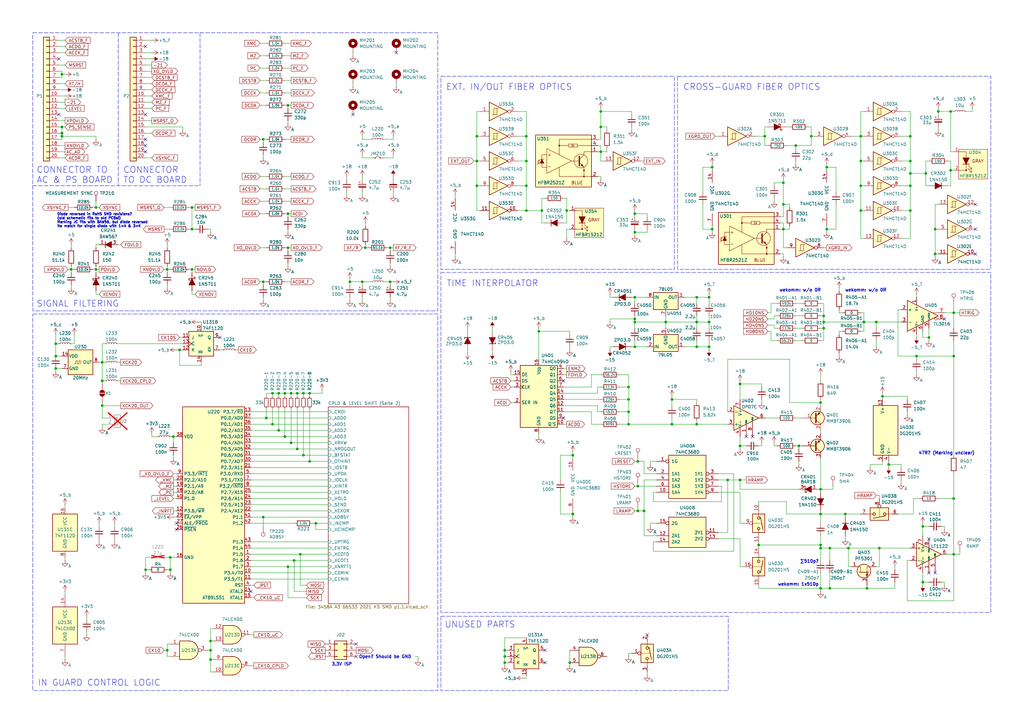
<source format=kicad_sch>
(kicad_sch (version 20250114) (generator "eeschema") (generator_version "9.0")
  (paper "A3")
  (title_block (title "3458A A3 IN-GRD CTL & INTERPOLATOR 03458-66533") (date "2025-10-19") (rev "002"))
  (lib_symbols
    (symbol "4xxx:HEF4094B"
      (property "Reference" "U401" (at 0.508 17.526 0))
      (property "Value" "74HC4094" (at 0.508 14.986 0))
      (symbol "HEF4094B_1_0"
        (pin input line (at -10.16 8.89 0) (length 2.54) (name "OE") (number "15"))
        (pin power_in line (at 0 15.24 270) (length 2.54) (name "V_{DD}") (number "16"))
        (pin power_in line (at 0 -15.24 90) (length 2.54) (name "GND") (number "8"))
        (pin output line (at 10.16 8.89 180) (length 2.54) (name "Q1") (number "5"))
        (pin output line (at 10.16 6.35 180) (length 2.54) (name "Q2") (number "6"))
        (pin output line (at 10.16 3.81 180) (length 2.54) (name "Q3") (number "7"))
        (pin output line (at 10.16 1.27 180) (length 2.54) (name "Q4") (number "14"))
        (pin output line (at 10.16 -1.27 180) (length 2.54) (name "Q5") (number "13"))
        (pin output line (at 10.16 -3.81 180) (length 2.54) (name "Q6") (number "12"))
        (pin output line (at 10.16 -6.35 180) (length 2.54) (name "Q7") (number "11"))
        (pin output line (at 10.16 -8.89 180) (length 2.54) (name "QS") (number "9"))
        (pin output line (at 10.16 -11.43 180) (length 2.54) (name "Q'S") (number "10"))
      )
      (symbol "HEF4094B_1_1"
        (pin input line (at -10.16 6.35 0) (length 2.54) (name "DS") (number "1"))
        (pin input clock (at -10.16 3.81 0) (length 2.54) (name "CLK") (number "3"))
        (pin input line (at -10.16 -2.54 0) (length 2.54) (name "SER IN") (number "2"))
        (pin output line (at 10.16 11.43 180) (length 2.54) (name "Q0") (number "4"))
      )
    )
    (symbol "74HC14_1" (pin_names (offset 1.016))
      (property "Reference" "U150" (at 6.35 1.2701 0))
      (property "Value" "74HCT14N" (at 6.35 -1.2699 0))
      (symbol "74HC14_1_1_0"
        (pin input line (at -7.62 0 0) (length 3.81) (name "~") (number "1"))
        (pin output inverted (at 7.62 0 180) (length 3.81) (name "~") (number "2"))
      )
      (symbol "74HC14_1_2_0"
        (pin input line (at -7.62 0 0) (length 3.81) (name "~") (number "3"))
        (pin output inverted (at 7.62 0 180) (length 3.81) (name "~") (number "4"))
      )
      (symbol "74HC14_1_3_0"
        (pin input line (at -7.62 0 0) (length 3.81) (name "~") (number "5"))
        (pin output inverted (at 7.62 0 180) (length 3.81) (name "~") (number "6"))
      )
      (symbol "74HC14_1_4_0"
        (pin input line (at -7.62 0 0) (length 3.81) (name "~") (number "9"))
        (pin output inverted (at 7.62 0 180) (length 3.81) (name "~") (number "8"))
      )
      (symbol "74HC14_1_5_0"
        (pin input line (at -7.62 0 0) (length 3.81) (name "~") (number "11"))
        (pin output inverted (at 7.62 0 180) (length 3.81) (name "~") (number "10"))
      )
      (symbol "74HC14_1_6_0"
        (pin input line (at -7.62 0 0) (length 3.81) (name "~") (number "13"))
        (pin output inverted (at 7.62 0 180) (length 3.81) (name "~") (number "12"))
      )
      (symbol "74HC14_1_7_0"
        (pin power_in line (at 0 11.43 270) (length 5.08) (name "VCC") (number "14"))
        (pin power_in line (at 0 -11.43 90) (length 5.08) (name "GND") (number "7"))
      )
    )
    (symbol "74HC14_2" (pin_names (offset 1.016))
      (property "Reference" "U150" (at 6.35 1.2701 0))
      (property "Value" "74HCT14N" (at 6.35 -1.2699 0))
      (symbol "74HC14_2_1_0"
        (pin input line (at -7.62 0 0) (length 3.81) (name "~") (number "1"))
        (pin output inverted (at 7.62 0 180) (length 3.81) (name "~") (number "2"))
      )
      (symbol "74HC14_2_2_0"
        (pin input line (at -7.62 0 0) (length 3.81) (name "~") (number "3"))
        (pin output inverted (at 7.62 0 180) (length 3.81) (name "~") (number "4"))
      )
      (symbol "74HC14_2_3_0"
        (pin input line (at -7.62 0 0) (length 3.81) (name "~") (number "5"))
        (pin output inverted (at 7.62 0 180) (length 3.81) (name "~") (number "6"))
      )
      (symbol "74HC14_2_4_0"
        (pin input line (at -7.62 0 0) (length 3.81) (name "~") (number "9"))
        (pin output inverted (at 7.62 0 180) (length 3.81) (name "~") (number "8"))
      )
      (symbol "74HC14_2_5_0"
        (pin input line (at -7.62 0 0) (length 3.81) (name "~") (number "11"))
        (pin output inverted (at 7.62 0 180) (length 3.81) (name "~") (number "10"))
      )
      (symbol "74HC14_2_6_0"
        (pin input line (at -7.62 0 0) (length 3.81) (name "~") (number "13"))
        (pin output inverted (at 7.62 0 180) (length 3.81) (name "~") (number "12"))
      )
      (symbol "74HC14_2_7_0"
        (pin power_in line (at 0 11.43 270) (length 5.08) (name "VCC") (number "14"))
        (pin power_in line (at 0 -11.43 90) (length 5.08) (name "GND") (number "7"))
      )
    )
    (symbol "74HC14_3" (pin_names (offset 1.016))
      (property "Reference" "U150" (at 6.35 1.2701 0))
      (property "Value" "74HCT14N" (at 6.35 -1.2699 0))
      (symbol "74HC14_3_1_0"
        (pin input line (at -7.62 0 0) (length 3.81) (name "~") (number "1"))
        (pin output inverted (at 7.62 0 180) (length 3.81) (name "~") (number "2"))
      )
      (symbol "74HC14_3_2_0"
        (pin input line (at -7.62 0 0) (length 3.81) (name "~") (number "3"))
        (pin output inverted (at 7.62 0 180) (length 3.81) (name "~") (number "4"))
      )
      (symbol "74HC14_3_3_0"
        (pin input line (at -7.62 0 0) (length 3.81) (name "~") (number "5"))
        (pin output inverted (at 7.62 0 180) (length 3.81) (name "~") (number "6"))
      )
      (symbol "74HC14_3_4_0"
        (pin input line (at -7.62 0 0) (length 3.81) (name "~") (number "9"))
        (pin output inverted (at 7.62 0 180) (length 3.81) (name "~") (number "8"))
      )
      (symbol "74HC14_3_5_0"
        (pin input line (at -7.62 0 0) (length 3.81) (name "~") (number "11"))
        (pin output inverted (at 7.62 0 180) (length 3.81) (name "~") (number "10"))
      )
      (symbol "74HC14_3_6_0"
        (pin input line (at -7.62 0 0) (length 3.81) (name "~") (number "13"))
        (pin output inverted (at 7.62 0 180) (length 3.81) (name "~") (number "12"))
      )
      (symbol "74HC14_3_7_0"
        (pin power_in line (at 0 11.43 270) (length 5.08) (name "VCC") (number "14"))
        (pin power_in line (at 0 -11.43 90) (length 5.08) (name "GND") (number "7"))
      )
    )
    (symbol "74HC14_4" (pin_names (offset 1.016))
      (property "Reference" "U150" (at 6.35 1.2701 0))
      (property "Value" "74HCT14N" (at 6.35 -1.2699 0))
      (symbol "74HC14_4_1_0"
        (pin input line (at -7.62 0 0) (length 3.81) (name "~") (number "1"))
        (pin output inverted (at 7.62 0 180) (length 3.81) (name "~") (number "2"))
      )
      (symbol "74HC14_4_2_0"
        (pin input line (at -7.62 0 0) (length 3.81) (name "~") (number "3"))
        (pin output inverted (at 7.62 0 180) (length 3.81) (name "~") (number "4"))
      )
      (symbol "74HC14_4_3_0"
        (pin input line (at -7.62 0 0) (length 3.81) (name "~") (number "5"))
        (pin output inverted (at 7.62 0 180) (length 3.81) (name "~") (number "6"))
      )
      (symbol "74HC14_4_4_0"
        (pin input line (at -7.62 0 0) (length 3.81) (name "~") (number "9"))
        (pin output inverted (at 7.62 0 180) (length 3.81) (name "~") (number "8"))
      )
      (symbol "74HC14_4_5_0"
        (pin input line (at -7.62 0 0) (length 3.81) (name "~") (number "11"))
        (pin output inverted (at 7.62 0 180) (length 3.81) (name "~") (number "10"))
      )
      (symbol "74HC14_4_6_0"
        (pin input line (at -7.62 0 0) (length 3.81) (name "~") (number "13"))
        (pin output inverted (at 7.62 0 180) (length 3.81) (name "~") (number "12"))
      )
      (symbol "74HC14_4_7_0"
        (pin power_in line (at 0 11.43 270) (length 5.08) (name "VCC") (number "14"))
        (pin power_in line (at 0 -11.43 90) (length 5.08) (name "GND") (number "7"))
      )
    )
    (symbol "74HC14_5" (pin_names (offset 1.016))
      (property "Reference" "U150" (at 6.35 1.2701 0))
      (property "Value" "74HCT14N" (at 6.35 -1.2699 0))
      (symbol "74HC14_5_1_0"
        (pin input line (at -7.62 0 0) (length 3.81) (name "~") (number "1"))
        (pin output inverted (at 7.62 0 180) (length 3.81) (name "~") (number "2"))
      )
      (symbol "74HC14_5_2_0"
        (pin input line (at -7.62 0 0) (length 3.81) (name "~") (number "3"))
        (pin output inverted (at 7.62 0 180) (length 3.81) (name "~") (number "4"))
      )
      (symbol "74HC14_5_3_0"
        (pin input line (at -7.62 0 0) (length 3.81) (name "~") (number "5"))
        (pin output inverted (at 7.62 0 180) (length 3.81) (name "~") (number "6"))
      )
      (symbol "74HC14_5_4_0"
        (pin input line (at -7.62 0 0) (length 3.81) (name "~") (number "9"))
        (pin output inverted (at 7.62 0 180) (length 3.81) (name "~") (number "8"))
      )
      (symbol "74HC14_5_5_0"
        (pin input line (at -7.62 0 0) (length 3.81) (name "~") (number "11"))
        (pin output inverted (at 7.62 0 180) (length 3.81) (name "~") (number "10"))
      )
      (symbol "74HC14_5_6_0"
        (pin input line (at -7.62 0 0) (length 3.81) (name "~") (number "13"))
        (pin output inverted (at 7.62 0 180) (length 3.81) (name "~") (number "12"))
      )
      (symbol "74HC14_5_7_0"
        (pin power_in line (at 0 11.43 270) (length 5.08) (name "VCC") (number "14"))
        (pin power_in line (at 0 -11.43 90) (length 5.08) (name "GND") (number "7"))
      )
    )
    (symbol "74HC14_6" (pin_names (offset 1.016))
      (property "Reference" "U150" (at 6.35 1.2701 0))
      (property "Value" "74HCT14N" (at 6.35 -1.2699 0))
      (symbol "74HC14_6_1_0"
        (pin input line (at -7.62 0 0) (length 3.81) (name "~") (number "1"))
        (pin output inverted (at 7.62 0 180) (length 3.81) (name "~") (number "2"))
      )
      (symbol "74HC14_6_2_0"
        (pin input line (at -7.62 0 0) (length 3.81) (name "~") (number "3"))
        (pin output inverted (at 7.62 0 180) (length 3.81) (name "~") (number "4"))
      )
      (symbol "74HC14_6_3_0"
        (pin input line (at -7.62 0 0) (length 3.81) (name "~") (number "5"))
        (pin output inverted (at 7.62 0 180) (length 3.81) (name "~") (number "6"))
      )
      (symbol "74HC14_6_4_0"
        (pin input line (at -7.62 0 0) (length 3.81) (name "~") (number "9"))
        (pin output inverted (at 7.62 0 180) (length 3.81) (name "~") (number "8"))
      )
      (symbol "74HC14_6_5_0"
        (pin input line (at -7.62 0 0) (length 3.81) (name "~") (number "11"))
        (pin output inverted (at 7.62 0 180) (length 3.81) (name "~") (number "10"))
      )
      (symbol "74HC14_6_6_0"
        (pin input line (at -7.62 0 0) (length 3.81) (name "~") (number "13"))
        (pin output inverted (at 7.62 0 180) (length 3.81) (name "~") (number "12"))
      )
      (symbol "74HC14_6_7_0"
        (pin power_in line (at 0 11.43 270) (length 5.08) (name "VCC") (number "14"))
        (pin power_in line (at 0 -11.43 90) (length 5.08) (name "GND") (number "7"))
      )
    )
    (symbol "74LS368_1" (pin_names (offset 1.016))
      (property "Reference" "U400" (at 0.508 16.51 0))
      (property "Value" "74HC368N" (at 0.508 13.97 0))
      (symbol "74LS368_1_1_0"
        (pin input inverted (at -12.7 10.16 0) (length 5.08) (name "1G") (number "1"))
        (pin input line (at -12.7 5.08 0) (length 5.08) (name "1A1") (number "2"))
        (pin input line (at -12.7 2.54 0) (length 5.08) (name "1A2") (number "4"))
        (pin input line (at -12.7 0 0) (length 5.08) (name "1A3") (number "6"))
        (pin input line (at -12.7 -2.54 0) (length 5.08) (name "1A4") (number "10"))
        (pin tri_state inverted (at 12.7 5.08 180) (length 5.08) (name "1Y1") (number "3"))
        (pin tri_state inverted (at 12.7 2.54 180) (length 5.08) (name "1Y2") (number "5"))
        (pin tri_state inverted (at 12.7 0 180) (length 5.08) (name "1Y3") (number "7"))
        (pin tri_state inverted (at 12.7 -2.54 180) (length 5.08) (name "1Y4") (number "9"))
      )
      (symbol "74LS368_1_2_0"
        (pin input inverted (at -12.7 10.16 0) (length 5.08) (name "2G") (number "15"))
        (pin input line (at -12.7 5.08 0) (length 5.08) (name "2A1") (number "12"))
        (pin input line (at -12.7 2.54 0) (length 5.08) (name "2A2") (number "14"))
        (pin tri_state inverted (at 12.7 6.35 180) (length 5.08) (name "2Y1") (number "11"))
        (pin tri_state inverted (at 12.7 3.81 180) (length 5.08) (name "2Y2") (number "13"))
      )
      (symbol "74LS368_1_3_0"
        (pin power_in line (at 0 17.78 270) (length 5.08) (name "VCC") (number "16"))
        (pin power_in line (at 0 -3.81 90) (length 5.08) (name "GND") (number "8"))
      )
    )
    (symbol "74LS368_2" (pin_names (offset 1.016))
      (property "Reference" "U400" (at 0.508 16.51 0))
      (property "Value" "74HC368N" (at 0.508 13.97 0))
      (symbol "74LS368_2_1_0"
        (pin input inverted (at -12.7 10.16 0) (length 5.08) (name "1G") (number "1"))
        (pin input line (at -12.7 5.08 0) (length 5.08) (name "1A1") (number "2"))
        (pin input line (at -12.7 2.54 0) (length 5.08) (name "1A2") (number "4"))
        (pin input line (at -12.7 0 0) (length 5.08) (name "1A3") (number "6"))
        (pin input line (at -12.7 -2.54 0) (length 5.08) (name "1A4") (number "10"))
        (pin tri_state inverted (at 12.7 5.08 180) (length 5.08) (name "1Y1") (number "3"))
        (pin tri_state inverted (at 12.7 2.54 180) (length 5.08) (name "1Y2") (number "5"))
        (pin tri_state inverted (at 12.7 0 180) (length 5.08) (name "1Y3") (number "7"))
        (pin tri_state inverted (at 12.7 -2.54 180) (length 5.08) (name "1Y4") (number "9"))
      )
      (symbol "74LS368_2_2_0"
        (pin input inverted (at -12.7 10.16 0) (length 5.08) (name "2G") (number "15"))
        (pin input line (at -12.7 5.08 0) (length 5.08) (name "2A1") (number "12"))
        (pin input line (at -12.7 2.54 0) (length 5.08) (name "2A2") (number "14"))
        (pin tri_state inverted (at 12.7 6.35 180) (length 5.08) (name "2Y1") (number "11"))
        (pin tri_state inverted (at 12.7 3.81 180) (length 5.08) (name "2Y2") (number "13"))
      )
      (symbol "74LS368_2_3_0"
        (pin power_in line (at 0 17.78 270) (length 5.08) (name "VCC") (number "16"))
        (pin power_in line (at 0 -3.81 90) (length 5.08) (name "GND") (number "8"))
      )
    )
    (symbol "74xx:74LS00" (pin_names (offset 1.016))
      (property "Reference" "U" (at 0 1.27 0))
      (property "Value" "74LS00" (at 0 -1.27 0))
      (symbol "74LS00_1_1"
        (pin input line (at -7.62 2.54 0) (length 3.81) (name "~") (number "1"))
        (pin input line (at -7.62 -2.54 0) (length 3.81) (name "~") (number "2"))
        (pin output inverted (at 7.62 0 180) (length 3.81) (name "~") (number "3"))
      )
      (symbol "74LS00_1_2"
        (pin input inverted (at -7.62 2.54 0) (length 4.318) (name "~") (number "1"))
        (pin input inverted (at -7.62 -2.54 0) (length 4.318) (name "~") (number "2"))
        (pin output line (at 7.62 0 180) (length 3.81) (name "~") (number "3"))
      )
      (symbol "74LS00_2_1"
        (pin input line (at -7.62 2.54 0) (length 3.81) (name "~") (number "4"))
        (pin input line (at -7.62 -2.54 0) (length 3.81) (name "~") (number "5"))
        (pin output inverted (at 7.62 0 180) (length 3.81) (name "~") (number "6"))
      )
      (symbol "74LS00_2_2"
        (pin input inverted (at -7.62 2.54 0) (length 4.318) (name "~") (number "4"))
        (pin input inverted (at -7.62 -2.54 0) (length 4.318) (name "~") (number "5"))
        (pin output line (at 7.62 0 180) (length 3.81) (name "~") (number "6"))
      )
      (symbol "74LS00_3_1"
        (pin input line (at -7.62 2.54 0) (length 3.81) (name "~") (number "9"))
        (pin input line (at -7.62 -2.54 0) (length 3.81) (name "~") (number "10"))
        (pin output inverted (at 7.62 0 180) (length 3.81) (name "~") (number "8"))
      )
      (symbol "74LS00_3_2"
        (pin input inverted (at -7.62 2.54 0) (length 4.318) (name "~") (number "9"))
        (pin input inverted (at -7.62 -2.54 0) (length 4.318) (name "~") (number "10"))
        (pin output line (at 7.62 0 180) (length 3.81) (name "~") (number "8"))
      )
      (symbol "74LS00_4_1"
        (pin input line (at -7.62 2.54 0) (length 3.81) (name "~") (number "12"))
        (pin input line (at -7.62 -2.54 0) (length 3.81) (name "~") (number "13"))
        (pin output inverted (at 7.62 0 180) (length 3.81) (name "~") (number "11"))
      )
      (symbol "74LS00_4_2"
        (pin input inverted (at -7.62 2.54 0) (length 4.318) (name "~") (number "12"))
        (pin input inverted (at -7.62 -2.54 0) (length 4.318) (name "~") (number "13"))
        (pin output line (at 7.62 0 180) (length 3.81) (name "~") (number "11"))
      )
      (symbol "74LS00_5_0"
        (pin power_in line (at 0 12.7 270) (length 5.08) (name "VCC") (number "14"))
        (pin power_in line (at 0 -12.7 90) (length 5.08) (name "GND") (number "7"))
      )
    )
    (symbol "74xx:74LS112" (pin_names (offset 1.016))
      (property "Reference" "U" (at -7.62 8.89 0))
      (property "Value" "74LS112" (at -7.62 -8.89 0))
      (symbol "74LS112_1_0"
        (pin input line (at -7.62 2.54 0) (length 2.54) (name "J") (number "3"))
        (pin input clock (at -7.62 0 0) (length 2.54) (name "C") (number "1"))
        (pin input line (at -7.62 -2.54 0) (length 2.54) (name "K") (number "2"))
        (pin input line (at 0 7.62 270) (length 2.54) (name "~{S}") (number "4"))
        (pin input line (at 0 -7.62 90) (length 2.54) (name "~{R}") (number "15"))
        (pin output line (at 7.62 2.54 180) (length 2.54) (name "Q") (number "5"))
        (pin output line (at 7.62 -2.54 180) (length 2.54) (name "~{Q}") (number "6"))
      )
      (symbol "74LS112_2_0"
        (pin input line (at -7.62 2.54 0) (length 2.54) (name "J") (number "11"))
        (pin input clock (at -7.62 0 0) (length 2.54) (name "C") (number "13"))
        (pin input line (at -7.62 -2.54 0) (length 2.54) (name "K") (number "12"))
        (pin input line (at 0 7.62 270) (length 2.54) (name "~{S}") (number "10"))
        (pin input line (at 0 -7.62 90) (length 2.54) (name "~{R}") (number "14"))
        (pin output line (at 7.62 2.54 180) (length 2.54) (name "Q") (number "9"))
        (pin output line (at 7.62 -2.54 180) (length 2.54) (name "~{Q}") (number "7"))
      )
      (symbol "74LS112_3_0"
        (pin power_in line (at 0 10.16 270) (length 2.54) (name "VCC") (number "16"))
        (pin power_in line (at 0 -10.16 90) (length 2.54) (name "GND") (number "8"))
      )
    )
    (symbol "74xx:74LS368" (pin_names (offset 1.016))
      (property "Reference" "U400" (at 0.508 16.51 0))
      (property "Value" "74HC368N" (at 0.508 13.97 0))
      (symbol "74LS368_1_0"
        (pin input inverted (at -12.7 10.16 0) (length 5.08) (name "1G") (number "1"))
        (pin input line (at -12.7 5.08 0) (length 5.08) (name "1A1") (number "2"))
        (pin input line (at -12.7 2.54 0) (length 5.08) (name "1A2") (number "4"))
        (pin input line (at -12.7 0 0) (length 5.08) (name "1A3") (number "6"))
        (pin input line (at -12.7 -2.54 0) (length 5.08) (name "1A4") (number "10"))
        (pin tri_state inverted (at 12.7 5.08 180) (length 5.08) (name "1Y1") (number "3"))
        (pin tri_state inverted (at 12.7 2.54 180) (length 5.08) (name "1Y2") (number "5"))
        (pin tri_state inverted (at 12.7 0 180) (length 5.08) (name "1Y3") (number "7"))
        (pin tri_state inverted (at 12.7 -2.54 180) (length 5.08) (name "1Y4") (number "9"))
      )
      (symbol "74LS368_2_0"
        (pin input inverted (at -12.7 10.16 0) (length 5.08) (name "2G") (number "15"))
        (pin input line (at -12.7 5.08 0) (length 5.08) (name "2A1") (number "12"))
        (pin input line (at -12.7 2.54 0) (length 5.08) (name "2A2") (number "14"))
        (pin tri_state inverted (at 12.7 6.35 180) (length 5.08) (name "2Y1") (number "11"))
        (pin tri_state inverted (at 12.7 3.81 180) (length 5.08) (name "2Y2") (number "13"))
      )
      (symbol "74LS368_3_0"
        (pin power_in line (at 0 17.78 270) (length 5.08) (name "VCC") (number "16"))
        (pin power_in line (at 0 -3.81 90) (length 5.08) (name "GND") (number "8"))
      )
    )
    (symbol "Amplifier_Operational:OP07" (pin_names (offset 0.127))
      (property "Reference" "U1" (at 8.89 6.4202 0))
      (property "Value" "OP07" (at 8.89 3.8802 0))
      (symbol "OP07_1_1"
        (pin input line (at -7.62 2.54 0) (length 2.54) (name "-") (number "2"))
        (pin input line (at -7.62 -2.54 0) (length 2.54) (name "+") (number "3"))
        (pin power_in line (at -2.54 7.62 270) (length 3.81) (name "V+") (number "7"))
        (pin power_in line (at -2.54 -7.62 90) (length 3.81) (name "V-") (number "4"))
        (pin no_connect line (at 0 2.54 270) (length 2.54) (hide yes) (name "NC") (number "5"))
        (pin input line (at 0 -7.62 90) (length 5.08) (name "VOS") (number "1"))
        (pin input line (at 2.54 -7.62 90) (length 6.35) (name "VOS") (number "8"))
        (pin output line (at 7.62 0 180) (length 2.54) (name "~") (number "6"))
      )
    )
    (symbol "Analog_Switch:DG308AxJ"
      (property "Reference" "U403" (at -1.2701 3.81 90))
      (property "Value" "ADG201HSKN" (at 1.2699 3.81 90))
      (symbol "DG308AxJ_1_1"
        (pin passive line (at -7.62 0 0) (length 2.54) (name "~") (number "2"))
        (pin input inverted (at 0 -6.35 90) (length 3.81) (name "~") (number "1"))
        (pin passive line (at 7.62 0 180) (length 2.54) (name "~") (number "3"))
      )
      (symbol "DG308AxJ_2_1"
        (pin passive line (at -7.62 0 0) (length 2.54) (name "~") (number "6"))
        (pin input inverted (at 0 -6.35 90) (length 3.81) (name "~") (number "8"))
        (pin passive line (at 7.62 0 180) (length 2.54) (name "~") (number "7"))
      )
      (symbol "DG308AxJ_3_1"
        (pin passive line (at -7.62 0 0) (length 2.54) (name "~") (number "10"))
        (pin input inverted (at 0 -6.35 90) (length 3.81) (name "~") (number "9"))
        (pin passive line (at 7.62 0 180) (length 2.54) (name "~") (number "11"))
      )
      (symbol "DG308AxJ_4_1"
        (pin passive line (at -7.62 0 0) (length 2.54) (name "~") (number "15"))
        (pin input inverted (at 0 -6.35 90) (length 3.81) (name "~") (number "16"))
        (pin passive line (at 7.62 0 180) (length 2.54) (name "~") (number "14"))
      )
      (symbol "DG308AxJ_5_0"
        (pin power_in line (at 0 12.7 270) (length 2.54) (name "V+") (number "13"))
        (pin power_in line (at 0 -12.7 90) (length 2.54) (name "GND") (number "5"))
        (pin no_connect line (at 2.54 10.16 270) (length 2.54) (hide yes) (name "NC") (number "12"))
        (pin power_in line (at 2.54 -12.7 90) (length 2.54) (name "V-") (number "4"))
      )
    )
    (symbol "Connector:TestPoint" (pin_numbers (hide yes)) (pin_names (offset 0.762) (hide yes))
      (property "Reference" "TP" (at 0 6.858 0))
      (property "Value" "TestPoint" (at 0 5.08 0))
      (symbol "TestPoint_1_1"
        (pin passive line (at 0 0 90) (length 2.54) (name "1") (number "1"))
      )
    )
    (symbol "Connector_Generic:Conn_01x20" (pin_names (offset 1.016) (hide yes))
      (property "Reference" "J" (at 0 25.4 0))
      (property "Value" "Conn_01x20" (at 0 -27.94 0))
      (symbol "Conn_01x20_1_1"
        (pin passive line (at -5.08 22.86 0) (length 3.81) (name "Pin_1") (number "1"))
        (pin passive line (at -5.08 20.32 0) (length 3.81) (name "Pin_2") (number "2"))
        (pin passive line (at -5.08 17.78 0) (length 3.81) (name "Pin_3") (number "3"))
        (pin passive line (at -5.08 15.24 0) (length 3.81) (name "Pin_4") (number "4"))
        (pin passive line (at -5.08 12.7 0) (length 3.81) (name "Pin_5") (number "5"))
        (pin passive line (at -5.08 10.16 0) (length 3.81) (name "Pin_6") (number "6"))
        (pin passive line (at -5.08 7.62 0) (length 3.81) (name "Pin_7") (number "7"))
        (pin passive line (at -5.08 5.08 0) (length 3.81) (name "Pin_8") (number "8"))
        (pin passive line (at -5.08 2.54 0) (length 3.81) (name "Pin_9") (number "9"))
        (pin passive line (at -5.08 0 0) (length 3.81) (name "Pin_10") (number "10"))
        (pin passive line (at -5.08 -2.54 0) (length 3.81) (name "Pin_11") (number "11"))
        (pin passive line (at -5.08 -5.08 0) (length 3.81) (name "Pin_12") (number "12"))
        (pin passive line (at -5.08 -7.62 0) (length 3.81) (name "Pin_13") (number "13"))
        (pin passive line (at -5.08 -10.16 0) (length 3.81) (name "Pin_14") (number "14"))
        (pin passive line (at -5.08 -12.7 0) (length 3.81) (name "Pin_15") (number "15"))
        (pin passive line (at -5.08 -15.24 0) (length 3.81) (name "Pin_16") (number "16"))
        (pin passive line (at -5.08 -17.78 0) (length 3.81) (name "Pin_17") (number "17"))
        (pin passive line (at -5.08 -20.32 0) (length 3.81) (name "Pin_18") (number "18"))
        (pin passive line (at -5.08 -22.86 0) (length 3.81) (name "Pin_19") (number "19"))
        (pin passive line (at -5.08 -25.4 0) (length 3.81) (name "Pin_20") (number "20"))
      )
    )
    (symbol "Connector_Generic:Conn_02x03_Odd_Even" (pin_names (offset 1.016) (hide yes))
      (property "Reference" "J" (at 1.27 5.08 0))
      (property "Value" "Conn_02x03_Odd_Even" (at 1.27 -5.08 0))
      (symbol "Conn_02x03_Odd_Even_1_1"
        (pin passive line (at -5.08 2.54 0) (length 3.81) (name "Pin_1") (number "1"))
        (pin passive line (at -5.08 0 0) (length 3.81) (name "Pin_3") (number "3"))
        (pin passive line (at -5.08 -2.54 0) (length 3.81) (name "Pin_5") (number "5"))
        (pin passive line (at 7.62 2.54 180) (length 3.81) (name "Pin_2") (number "2"))
        (pin passive line (at 7.62 0 180) (length 3.81) (name "Pin_4") (number "4"))
        (pin passive line (at 7.62 -2.54 180) (length 3.81) (name "Pin_6") (number "6"))
      )
    )
    (symbol "DG308AxJ_1"
      (property "Reference" "U403" (at -1.2701 3.81 90))
      (property "Value" "ADG201HSKN" (at 1.2699 3.81 90))
      (symbol "DG308AxJ_1_1_1"
        (pin passive line (at -7.62 0 0) (length 2.54) (name "~") (number "2"))
        (pin input inverted (at 0 -6.35 90) (length 3.81) (name "~") (number "1"))
        (pin passive line (at 7.62 0 180) (length 2.54) (name "~") (number "3"))
      )
      (symbol "DG308AxJ_1_2_1"
        (pin passive line (at -7.62 0 0) (length 2.54) (name "~") (number "6"))
        (pin input inverted (at 0 -6.35 90) (length 3.81) (name "~") (number "8"))
        (pin passive line (at 7.62 0 180) (length 2.54) (name "~") (number "7"))
      )
      (symbol "DG308AxJ_1_3_1"
        (pin passive line (at -7.62 0 0) (length 2.54) (name "~") (number "10"))
        (pin input inverted (at 0 -6.35 90) (length 3.81) (name "~") (number "9"))
        (pin passive line (at 7.62 0 180) (length 2.54) (name "~") (number "11"))
      )
      (symbol "DG308AxJ_1_4_1"
        (pin passive line (at -7.62 0 0) (length 2.54) (name "~") (number "15"))
        (pin input inverted (at 0 -6.35 90) (length 3.81) (name "~") (number "16"))
        (pin passive line (at 7.62 0 180) (length 2.54) (name "~") (number "14"))
      )
      (symbol "DG308AxJ_1_5_0"
        (pin power_in line (at 0 12.7 270) (length 2.54) (name "V+") (number "13"))
        (pin power_in line (at 0 -12.7 90) (length 2.54) (name "GND") (number "5"))
        (pin no_connect line (at 2.54 10.16 270) (length 2.54) (hide yes) (name "NC") (number "12"))
        (pin power_in line (at 2.54 -12.7 90) (length 2.54) (name "V-") (number "4"))
      )
    )
    (symbol "DG308AxJ_2"
      (property "Reference" "U403" (at -1.2701 3.81 90))
      (property "Value" "ADG201HSKN" (at 1.2699 3.81 90))
      (symbol "DG308AxJ_2_1_1"
        (pin passive line (at -7.62 0 0) (length 2.54) (name "~") (number "2"))
        (pin input inverted (at 0 -6.35 90) (length 3.81) (name "~") (number "1"))
        (pin passive line (at 7.62 0 180) (length 2.54) (name "~") (number "3"))
      )
      (symbol "DG308AxJ_2_2_1"
        (pin passive line (at -7.62 0 0) (length 2.54) (name "~") (number "6"))
        (pin input inverted (at 0 -6.35 90) (length 3.81) (name "~") (number "8"))
        (pin passive line (at 7.62 0 180) (length 2.54) (name "~") (number "7"))
      )
      (symbol "DG308AxJ_2_3_1"
        (pin passive line (at -7.62 0 0) (length 2.54) (name "~") (number "10"))
        (pin input inverted (at 0 -6.35 90) (length 3.81) (name "~") (number "9"))
        (pin passive line (at 7.62 0 180) (length 2.54) (name "~") (number "11"))
      )
      (symbol "DG308AxJ_2_4_1"
        (pin passive line (at -7.62 0 0) (length 2.54) (name "~") (number "15"))
        (pin input inverted (at 0 -6.35 90) (length 3.81) (name "~") (number "16"))
        (pin passive line (at 7.62 0 180) (length 2.54) (name "~") (number "14"))
      )
      (symbol "DG308AxJ_2_5_0"
        (pin power_in line (at 0 12.7 270) (length 2.54) (name "V+") (number "13"))
        (pin power_in line (at 0 -12.7 90) (length 2.54) (name "GND") (number "5"))
        (pin no_connect line (at 2.54 10.16 270) (length 2.54) (hide yes) (name "NC") (number "12"))
        (pin power_in line (at 2.54 -12.7 90) (length 2.54) (name "V-") (number "4"))
      )
    )
    (symbol "DG308AxJ_3"
      (property "Reference" "U403" (at -1.2701 3.81 90))
      (property "Value" "ADG201HSKN" (at 1.2699 3.81 90))
      (symbol "DG308AxJ_3_1_1"
        (pin passive line (at -7.62 0 0) (length 2.54) (name "~") (number "2"))
        (pin input inverted (at 0 -6.35 90) (length 3.81) (name "~") (number "1"))
        (pin passive line (at 7.62 0 180) (length 2.54) (name "~") (number "3"))
      )
      (symbol "DG308AxJ_3_2_1"
        (pin passive line (at -7.62 0 0) (length 2.54) (name "~") (number "6"))
        (pin input inverted (at 0 -6.35 90) (length 3.81) (name "~") (number "8"))
        (pin passive line (at 7.62 0 180) (length 2.54) (name "~") (number "7"))
      )
      (symbol "DG308AxJ_3_3_1"
        (pin passive line (at -7.62 0 0) (length 2.54) (name "~") (number "10"))
        (pin input inverted (at 0 -6.35 90) (length 3.81) (name "~") (number "9"))
        (pin passive line (at 7.62 0 180) (length 2.54) (name "~") (number "11"))
      )
      (symbol "DG308AxJ_3_4_1"
        (pin passive line (at -7.62 0 0) (length 2.54) (name "~") (number "15"))
        (pin input inverted (at 0 -6.35 90) (length 3.81) (name "~") (number "16"))
        (pin passive line (at 7.62 0 180) (length 2.54) (name "~") (number "14"))
      )
      (symbol "DG308AxJ_3_5_0"
        (pin power_in line (at 0 12.7 270) (length 2.54) (name "V+") (number "13"))
        (pin power_in line (at 0 -12.7 90) (length 2.54) (name "GND") (number "5"))
        (pin no_connect line (at 2.54 10.16 270) (length 2.54) (hide yes) (name "NC") (number "12"))
        (pin power_in line (at 2.54 -12.7 90) (length 2.54) (name "V-") (number "4"))
      )
    )
    (symbol "DG308AxJ_4"
      (property "Reference" "U403" (at -1.2701 3.81 90))
      (property "Value" "ADG201HSKN" (at 1.2699 3.81 90))
      (symbol "DG308AxJ_4_1_1"
        (pin passive line (at -7.62 0 0) (length 2.54) (name "~") (number "2"))
        (pin input inverted (at 0 -6.35 90) (length 3.81) (name "~") (number "1"))
        (pin passive line (at 7.62 0 180) (length 2.54) (name "~") (number "3"))
      )
      (symbol "DG308AxJ_4_2_1"
        (pin passive line (at -7.62 0 0) (length 2.54) (name "~") (number "6"))
        (pin input inverted (at 0 -6.35 90) (length 3.81) (name "~") (number "8"))
        (pin passive line (at 7.62 0 180) (length 2.54) (name "~") (number "7"))
      )
      (symbol "DG308AxJ_4_3_1"
        (pin passive line (at -7.62 0 0) (length 2.54) (name "~") (number "10"))
        (pin input inverted (at 0 -6.35 90) (length 3.81) (name "~") (number "9"))
        (pin passive line (at 7.62 0 180) (length 2.54) (name "~") (number "11"))
      )
      (symbol "DG308AxJ_4_4_1"
        (pin passive line (at -7.62 0 0) (length 2.54) (name "~") (number "15"))
        (pin input inverted (at 0 -6.35 90) (length 3.81) (name "~") (number "16"))
        (pin passive line (at 7.62 0 180) (length 2.54) (name "~") (number "14"))
      )
      (symbol "DG308AxJ_4_5_0"
        (pin power_in line (at 0 12.7 270) (length 2.54) (name "V+") (number "13"))
        (pin power_in line (at 0 -12.7 90) (length 2.54) (name "GND") (number "5"))
        (pin no_connect line (at 2.54 10.16 270) (length 2.54) (hide yes) (name "NC") (number "12"))
        (pin power_in line (at 2.54 -12.7 90) (length 2.54) (name "V-") (number "4"))
      )
    )
    (symbol "Device:C_Polarized_Small" (pin_numbers (hide yes)) (pin_names (offset 0.254) (hide yes))
      (property "Reference" "C" (at 0.254 1.778 0))
      (property "Value" "C_Polarized_Small" (at 0.254 -2.032 0))
      (symbol "C_Polarized_Small_1_1"
        (pin passive line (at 0 2.54 270) (length 1.8542) (name "~") (number "1"))
        (pin passive line (at 0 -2.54 90) (length 1.8542) (name "~") (number "2"))
      )
    )
    (symbol "Device:C_Small" (pin_numbers (hide yes)) (pin_names (offset 0.254) (hide yes))
      (property "Reference" "C" (at 0.254 1.778 0))
      (property "Value" "C_Small" (at 0.254 -2.032 0))
      (symbol "C_Small_1_1"
        (pin passive line (at 0 2.54 270) (length 2.032) (name "~") (number "1"))
        (pin passive line (at 0 -2.54 90) (length 2.032) (name "~") (number "2"))
      )
    )
    (symbol "Device:L_Small" (pin_numbers (hide yes)) (pin_names (offset 0.254) (hide yes))
      (property "Reference" "L" (at 0.762 1.016 0))
      (property "Value" "L_Small" (at 0.762 -1.016 0))
      (symbol "L_Small_1_1"
        (pin passive line (at 0 2.54 270) (length 0.508) (name "~") (number "1"))
        (pin passive line (at 0 -2.54 90) (length 0.508) (name "~") (number "2"))
      )
    )
    (symbol "Device:R" (pin_numbers (hide yes)) (pin_names (offset 0))
      (property "Reference" "R" (at 2.032 0 90))
      (property "Value" "R" (at 0 0 90))
      (symbol "R_1_1"
        (pin passive line (at 0 3.81 270) (length 1.27) (name "~") (number "1"))
        (pin passive line (at 0 -3.81 90) (length 1.27) (name "~") (number "2"))
      )
    )
    (symbol "Device:R_Small" (pin_numbers (hide yes)) (pin_names (offset 0.254) (hide yes))
      (property "Reference" "R" (at 0.762 0.508 0))
      (property "Value" "R_Small" (at 0.762 -1.016 0))
      (symbol "R_Small_1_1"
        (pin passive line (at 0 2.54 270) (length 0.762) (name "~") (number "1"))
        (pin passive line (at 0 -2.54 90) (length 0.762) (name "~") (number "2"))
      )
    )
    (symbol "Jumper:Jumper_2_Small_Bridged" (pin_numbers (hide yes)) (pin_names (offset 0) (hide yes)) (exclude_from_sim yes)
      (property "Reference" "JP" (at 0 2.032 0))
      (property "Value" "Jumper_2_Small_Bridged" (at 0 -2.286 0))
      (symbol "Jumper_2_Small_Bridged_1_1"
        (pin passive line (at -2.54 0 0) (length 1.27) (name "A") (number "1"))
        (pin passive line (at 2.54 0 180) (length 1.27) (name "B") (number "2"))
      )
    )
    (symbol "Jumper:SolderJumper_2_Open" (pin_numbers (hide yes)) (pin_names (offset 0) (hide yes)) (exclude_from_sim yes) (in_bom no)
      (property "Reference" "JP" (at 0 2.032 0))
      (property "Value" "SolderJumper_2_Open" (at 0 -2.54 0))
      (symbol "SolderJumper_2_Open_1_1"
        (pin passive line (at -3.81 0 0) (length 2.54) (name "A") (number "1"))
        (pin passive line (at 3.81 0 180) (length 2.54) (name "B") (number "2"))
      )
    )
    (symbol "Mechanical:MountingHole_Pad" (pin_numbers (hide yes)) (pin_names (offset 1.016) (hide yes)) (exclude_from_sim yes) (in_bom no)
      (property "Reference" "H" (at 0 6.35 0))
      (property "Value" "MountingHole_Pad" (at 0 4.445 0))
      (symbol "MountingHole_Pad_1_1"
        (pin input line (at 0 -2.54 90) (length 2.54) (name "1") (number "1"))
      )
    )
    (symbol "MiDi:HFBR1521Z" (pin_names (offset 1.016) (hide yes))
      (property "Reference" "U" (at 1.016 3.556 0))
      (property "Value" "HFBR1521Z" (at -2.794 -6.096 0))
      (symbol "HFBR1521Z_1_0"
        (pin no_connect line (at -5.08 -6.35 0) (length 2.54) (hide yes) (name "") (number "3"))
        (pin no_connect line (at -5.08 -6.35 0) (length 2.54) (hide yes) (name "") (number "4"))
        (pin no_connect line (at -5.08 -6.35 0) (length 2.54) (hide yes) (name "") (number "5"))
        (pin no_connect line (at -5.08 -6.35 0) (length 2.54) (hide yes) (name "") (number "8"))
      )
      (symbol "HFBR1521Z_1_1"
        (text "GRAY" (at 4.826 0 0) (effects (font (size 1.27 1.27))))
        (pin passive line (at -5.08 3.81 0) (length 2.54) (name "A") (number "1"))
        (pin passive line (at -5.08 -3.81 0) (length 2.54) (name "K") (number "2"))
      )
    )
    (symbol "MiDi:HFBR2521Z" (pin_names (offset 1.016) (hide yes))
      (property "Reference" "U" (at -9.652 9.144 0))
      (property "Value" "HFBR2521Z" (at 1.778 -8.89 0))
      (symbol "HFBR2521Z_1_0"
        (pin no_connect line (at 15.24 0 180) (length 2.54) (hide yes) (name "") (number "8"))
        (pin no_connect line (at 15.24 -2.54 180) (length 2.54) (hide yes) (name "") (number "5"))
      )
      (symbol "HFBR2521Z_1_1"
        (text "+" (at -4.572 2.54 0) (effects (font (size 1.27 1.27))))
        (text "-" (at -4.572 -2.286 0) (effects (font (size 1.27 1.27))))
        (text "1k" (at 5.08 6.35 0) (effects (font (size 0.762 0.762))))
        (text "BLUE" (at 6.858 -8.89 0) (effects (font (size 1.27 1.27))))
        (pin power_in line (at 15.24 8.89 180) (length 2.54) (name "Vs") (number "3"))
        (pin output line (at 15.24 6.35 180) (length 2.54) (name "OUT") (number "4"))
        (pin output line (at 15.24 3.81 180) (length 2.54) (name "OUT") (number "1"))
        (pin power_in line (at 15.24 -6.35 180) (length 2.54) (name "GND") (number "2"))
      )
    )
    (symbol "MiDi:MC8051"
      (property "Reference" "U220" (at 0 38.1 0))
      (property "Value" "AT89LS51" (at 0 -38.1 0))
      (symbol "MC8051_1_0"
        (pin power_in line (at -15.24 -21.59 0) (length 2.54) (hide yes) (name "GND") (number "17"))
        (pin no_connect line (at -15.24 -29.21 0) (length 2.54) (hide yes) (name "") (number "39"))
        (pin no_connect line (at -15.24 -31.75 0) (length 2.54) (hide yes) (name "") (number "28"))
        (pin no_connect line (at -15.24 -34.29 0) (length 2.54) (hide yes) (name "") (number "6"))
        (pin bidirectional line (at 15.24 -7.62 180) (length 2.54) (name "P1.2") (number "42"))
      )
      (symbol "MC8051_1_1"
        (pin power_in line (at -15.24 27.94 0) (length 2.54) (name "VDD") (number "38"))
        (pin bidirectional line (at -15.24 12.7 0) (length 2.54) (name "P3.3/~{INT1}") (number "9"))
        (pin bidirectional line (at -15.24 10.16 0) (length 2.54) (name "P2.2/A10") (number "20"))
        (pin bidirectional line (at -15.24 7.62 0) (length 2.54) (name "P2.1/A9") (number "19"))
        (pin bidirectional line (at -15.24 5.08 0) (length 2.54) (name "P2.0/A8") (number "18"))
        (pin bidirectional line (at -15.24 2.54 0) (length 2.54) (name "P1.0") (number "40"))
        (pin bidirectional line (at -15.24 -2.54 0) (length 2.54) (name "P3.6/~{WR}") (number "12"))
        (pin input line (at -15.24 -5.08 0) (length 2.54) (name "~{EA}/VPP") (number "29"))
        (pin output line (at -15.24 -7.62 0) (length 2.54) (name "ALE/~{PROG}") (number "27"))
        (pin output line (at -15.24 -10.16 0) (length 2.54) (name "~{PSEN}") (number "26"))
        (pin power_in line (at -15.24 -21.59 0) (length 2.54) (name "GND") (number "16"))
        (pin bidirectional line (at 15.24 38.1 180) (length 2.54) (name "P3.7/~{RD}") (number "13"))
        (pin bidirectional line (at 15.24 35.56 180) (length 2.54) (name "P0.0/AD0") (number "37"))
        (pin bidirectional line (at 15.24 33.02 180) (length 2.54) (name "P0.1/AD1") (number "36"))
        (pin bidirectional line (at 15.24 30.48 180) (length 2.54) (name "P0.2/AD2") (number "35"))
        (pin bidirectional line (at 15.24 27.94 180) (length 2.54) (name "P0.3/AD3") (number "34"))
        (pin bidirectional line (at 15.24 25.4 180) (length 2.54) (name "P0.4/AD4") (number "33"))
        (pin bidirectional line (at 15.24 22.86 180) (length 2.54) (name "P0.5/AD5") (number "32"))
        (pin bidirectional line (at 15.24 20.32 180) (length 2.54) (name "P0.6/AD6") (number "31"))
        (pin bidirectional line (at 15.24 17.78 180) (length 2.54) (name "P0.7/AD7") (number "30"))
        (pin bidirectional line (at 15.24 15.24 180) (length 2.54) (name "P2.3/A11") (number "21"))
        (pin bidirectional line (at 15.24 12.7 180) (length 2.54) (name "P3.0/RXD") (number "5"))
        (pin bidirectional line (at 15.24 10.16 180) (length 2.54) (name "P3.1/TXD") (number "7"))
        (pin bidirectional line (at 15.24 7.62 180) (length 2.54) (name "P3.2/~{INT0}") (number "8"))
        (pin bidirectional line (at 15.24 5.08 180) (length 2.54) (name "P2.7/A15") (number "25"))
        (pin bidirectional line (at 15.24 2.54 180) (length 2.54) (name "P2.6/A14") (number "24"))
        (pin bidirectional line (at 15.24 0 180) (length 2.54) (name "P2.5/A13") (number "23"))
        (pin bidirectional line (at 15.24 -2.54 180) (length 2.54) (name "P2.4/A12") (number "22"))
        (pin bidirectional line (at 15.24 -5.08 180) (length 2.54) (name "P1.1") (number "41"))
        (pin bidirectional line (at 15.24 -15.24 180) (length 2.54) (name "P1.3") (number "43"))
        (pin bidirectional line (at 15.24 -17.78 180) (length 2.54) (name "P1.4") (number "44"))
        (pin bidirectional line (at 15.24 -20.32 180) (length 2.54) (name "P1.5") (number "1"))
        (pin bidirectional line (at 15.24 -22.86 180) (length 2.54) (name "P1.6") (number "2"))
        (pin bidirectional line (at 15.24 -25.4 180) (length 2.54) (name "P1.7") (number "3"))
        (pin bidirectional line (at 15.24 -27.94 180) (length 2.54) (name "P3.4/T0") (number "10"))
        (pin bidirectional line (at 15.24 -30.48 180) (length 2.54) (name "P3.5/T1") (number "11"))
        (pin input line (at 15.24 -33.02 180) (length 2.54) (name "RST") (number "4"))
        (pin output line (at 15.24 -35.56 180) (length 2.54) (name "XTAL2") (number "14"))
        (pin input line (at 15.24 -38.1 180) (length 2.54) (name "XTAL1") (number "15"))
      )
    )
    (symbol "OP07_1" (pin_names (offset 0.127))
      (property "Reference" "U404" (at 4.318 5.842 0))
      (property "Value" "LF400C" (at 4.318 3.302 0))
      (symbol "OP07_1_1_1"
        (pin input line (at -7.62 2.54 0) (length 2.54) (name "+") (number "3"))
        (pin input line (at -7.62 -2.54 0) (length 2.54) (name "-") (number "2"))
        (pin power_in line (at -2.54 7.62 270) (length 3.81) (name "V+") (number "7"))
        (pin power_in line (at -2.54 -7.62 90) (length 3.81) (name "V-") (number "4"))
        (pin output line (at 0 6.35 270) (length 3.81) (name "HCO") (number "8"))
        (pin input line (at 0 -7.62 90) (length 5.08) (name "VOS") (number "1"))
        (pin input line (at 2.54 -7.62 90) (length 6.35) (name "VOS") (number "5"))
        (pin output line (at 7.62 0 180) (length 2.54) (name "~") (number "6"))
      )
    )
    (symbol "Oscillator:DGOF5S3" (pin_names (offset 0.254))
      (property "Reference" "U230" (at 0 6.35 0))
      (property "Value" "20MHz_OSC" (at 0 -6.35 0))
      (symbol "DGOF5S3_1_1"
        (pin power_in line (at -7.62 2.54 0) (length 2.54) (name "VDD") (number "14"))
        (pin power_in line (at -7.62 -2.54 0) (length 2.54) (name "GND") (number "7"))
        (pin no_connect line (at 0 7.62 270) (length 2.54) (hide yes) (name "NC") (number "1"))
        (pin output line (at 7.62 0 180) (length 2.54) (name "OUT") (number "8"))
      )
    )
    (symbol "PCM_4ms_Connector:Conn_01x02" (pin_names (offset 1.016) (hide yes))
      (property "Reference" "J" (at 0 2.54 0))
      (property "Value" "Conn_01x02" (at 0 -5.08 0))
      (symbol "Conn_01x02_1_1"
        (pin passive line (at -5.08 0 0) (length 3.81) (name "Pin_1") (number "1"))
        (pin passive line (at -5.08 -2.54 0) (length 3.81) (name "Pin_2") (number "2"))
      )
    )
    (symbol "PCM_Analog_Comparator_AKL:TL3016CD" (pin_names (offset 0.254))
      (property "Reference" "U" (at 0 8.89 0))
      (property "Value" "TL3016CD" (at 0 6.35 0))
      (symbol "TL3016CD_1_1"
        (pin input line (at -8.89 2.54 0) (length 2.54) (name "+") (number "2"))
        (pin input line (at -8.89 -2.54 0) (length 2.54) (name "-") (number "3"))
        (pin power_in line (at -2.54 7.62 270) (length 3.18) (name "V+") (number "1"))
        (pin power_in line (at -2.54 -7.62 90) (length 3.18) (name "V-") (number "4"))
        (pin power_in line (at 0 -6.35 90) (length 3.18) (name "GND") (number "6"))
        (pin input line (at 2.54 -5.08 90) (length 3.18) (name "LATCH") (number "5"))
        (pin output line (at 8.89 1.27 180) (length 2.54) (name "~") (number "7"))
        (pin output line (at 8.89 -1.27 180) (length 2.54) (name "~") (number "8"))
      )
    )
    (symbol "PCM_Diode_AKL:1N4150" (pin_numbers (hide yes)) (pin_names (offset 1.016) (hide yes))
      (property "Reference" "D" (at 0 5.08 0))
      (property "Value" "1N4150" (at 0 2.54 0))
      (symbol "1N4150_1_1"
        (pin passive line (at -3.81 0 0) (length 2.54) (name "A") (number "2"))
        (pin passive line (at 3.81 0 180) (length 2.54) (name "K") (number "1"))
      )
      (symbol "1N4150_1_2"
        (pin passive line (at -2.54 -2.54 0) (length 0) (name "A") (number "2"))
        (pin passive line (at 2.54 2.54 180) (length 0) (name "K") (number "1"))
      )
    )
    (symbol "PCM_Diode_AKL:BAR74" (pin_names (offset 1.016) (hide yes))
      (property "Reference" "CR241" (at 0 -5.842 0))
      (property "Value" "BAW56?" (at 0 -3.302 0))
      (symbol "BAR74_1_1"
        (pin passive line (at -3.81 0 0) (length 2.54) (name "A") (number "3"))
        (pin free line (at 0 0 0) (length 2.54) (hide yes) (name "NC") (number "2"))
        (pin passive line (at 3.81 0 180) (length 2.54) (name "K") (number "1"))
      )
      (symbol "BAR74_1_2"
        (pin passive line (at -2.54 -2.54 0) (length 0) (name "A") (number "1"))
        (pin free line (at 0 0 0) (length 2.54) (hide yes) (name "NC") (number "2"))
        (pin passive line (at 2.54 2.54 180) (length 0) (name "K") (number "3"))
      )
    )
    (symbol "PCM_Diode_AKL:BAV10" (pin_numbers (hide yes)) (pin_names (offset 1.016) (hide yes))
      (property "Reference" "D" (at 0 5.08 0))
      (property "Value" "BAV10" (at 0 2.54 0))
      (symbol "BAV10_1_1"
        (pin passive line (at -3.81 0 0) (length 2.54) (name "A") (number "2"))
        (pin passive line (at 3.81 0 180) (length 2.54) (name "K") (number "1"))
      )
      (symbol "BAV10_1_2"
        (pin passive line (at -2.54 -2.54 0) (length 0) (name "A") (number "2"))
        (pin passive line (at 2.54 2.54 180) (length 0) (name "K") (number "1"))
      )
    )
    (symbol "PCM_Diode_Schottky_AKL:1N5711" (pin_numbers (hide yes)) (pin_names (offset 1.016) (hide yes))
      (property "Reference" "D" (at 0 5.08 0))
      (property "Value" "1N5711" (at 0 2.54 0))
      (symbol "1N5711_1_1"
        (pin passive line (at -3.81 0 0) (length 2.54) (name "A") (number "2"))
        (pin passive line (at 3.81 0 180) (length 2.54) (name "K") (number "1"))
      )
      (symbol "1N5711_1_2"
        (pin passive line (at -2.54 -2.54 0) (length 0) (name "A") (number "2"))
        (pin passive line (at 2.54 2.54 180) (length 0) (name "K") (number "1"))
      )
    )
    (symbol "PCM_Diode_Schottky_AKL:BAR18" (pin_names (offset 1.016) (hide yes))
      (property "Reference" "D" (at 0 6.35 0))
      (property "Value" "BAR18" (at 0 3.81 0))
      (symbol "BAR18_1_1"
        (pin passive line (at -3.81 0 0) (length 2.54) (name "A") (number "1"))
        (pin free line (at 0 0 0) (length 2.54) (hide yes) (name "NC") (number "2"))
        (pin passive line (at 3.81 0 180) (length 2.54) (name "K") (number "3"))
      )
      (symbol "BAR18_1_2"
        (pin passive line (at -2.54 -2.54 0) (length 0) (name "A") (number "2"))
        (pin free line (at 0 0 0) (length 2.54) (hide yes) (name "NC") (number "2"))
        (pin passive line (at 2.54 2.54 180) (length 0) (name "K") (number "1"))
      )
    )
    (symbol "PCM_Diode_Zener_AKL:ZPD3.0" (pin_numbers (hide yes)) (pin_names (offset 1.016) (hide yes))
      (property "Reference" "DZ" (at 0 7.62 0))
      (property "Value" "ZPD3.0" (at 0 5.08 0))
      (symbol "ZPD3.0_1_1"
        (pin passive line (at -3.81 0 0) (length 2.54) (name "A") (number "2"))
        (pin passive line (at 3.81 0 180) (length 2.54) (name "K") (number "1"))
      )
      (symbol "ZPD3.0_1_2"
        (pin passive line (at -2.54 -2.54 0) (length 0) (name "A") (number "2"))
        (pin passive line (at 2.54 2.54 180) (length 0) (name "K") (number "1"))
      )
    )
    (symbol "PCM_Transistor_BJT_AKL:MMBT3906" (pin_names (hide yes))
      (property "Reference" "Q" (at 5.08 1.27 0))
      (property "Value" "MMBT3906" (at 5.08 -1.27 0))
      (symbol "MMBT3906_1_1"
        (pin input line (at -5.08 0 0) (length 5.715) (name "B") (number "1"))
        (pin passive line (at 2.54 5.08 270) (length 2.54) (name "E") (number "2"))
        (pin passive line (at 2.54 -5.08 90) (length 2.54) (name "C") (number "3"))
      )
    )
    (symbol "PCM_Transistor_JFET_AKL:Q_NJFET_generic_DSG" (pin_names (hide yes))
      (property "Reference" "Q" (at 5.08 1.27 0))
      (property "Value" "Q_NJFET_generic_DSG" (at 5.08 -1.27 0))
      (symbol "Q_NJFET_generic_DSG_1_1"
        (pin input line (at -5.08 -1.27 0) (length 4.4958) (name "G") (number "3"))
        (pin passive line (at 2.54 5.08 270) (length 2.54) (name "D") (number "1"))
        (pin passive line (at 2.54 -5.08 90) (length 2.54) (name "S") (number "2"))
      )
    )
    (symbol "Regulator_Linear:L78L05_SO8" (pin_names (offset 0.254))
      (property "Reference" "U" (at -3.81 3.175 0))
      (property "Value" "L78L05_SO8" (at 0 3.175 0))
      (symbol "L78L05_SO8_1_1"
        (pin power_in line (at -7.62 0 0) (length 2.54) (name "IN") (number "8"))
        (pin no_connect line (at -5.08 -2.54 0) (length 2.54) (hide yes) (name "NC") (number "4"))
        (pin passive line (at 0 -7.62 90) (length 2.54) (hide yes) (name "GND") (number "2"))
        (pin passive line (at 0 -7.62 90) (length 2.54) (hide yes) (name "GND") (number "3"))
        (pin passive line (at 0 -7.62 90) (length 2.54) (hide yes) (name "GND") (number "6"))
        (pin power_in line (at 0 -7.62 90) (length 2.54) (name "GND") (number "7"))
        (pin no_connect line (at 5.08 -2.54 180) (length 2.54) (hide yes) (name "NC") (number "5"))
        (pin power_out line (at 7.62 0 180) (length 2.54) (name "OUT") (number "1"))
      )
    )
    (symbol "Regulator_Linear:L79L05_SO8" (pin_names (offset 0.254))
      (property "Reference" "U" (at -3.81 -3.175 0))
      (property "Value" "L79L05_SO8" (at 0 -3.175 0))
      (symbol "L79L05_SO8_1_1"
        (pin power_in line (at -7.62 0 0) (length 2.54) (name "IN") (number "2"))
        (pin passive line (at -7.62 0 0) (length 2.54) (hide yes) (name "IN") (number "3"))
        (pin passive line (at -7.62 0 0) (length 2.54) (hide yes) (name "IN") (number "6"))
        (pin passive line (at -7.62 0 0) (length 2.54) (hide yes) (name "IN") (number "7"))
        (pin no_connect line (at -5.08 2.54 0) (length 2.54) (hide yes) (name "NC") (number "8"))
        (pin power_in line (at 0 7.62 270) (length 2.54) (name "GND") (number "5"))
        (pin no_connect line (at 5.08 2.54 180) (length 2.54) (hide yes) (name "NC") (number "4"))
        (pin power_out line (at 7.62 0 180) (length 2.54) (name "OUT") (number "1"))
      )
    )
    (symbol "power:+15V" (power) (pin_numbers (hide yes)) (pin_names (offset 0) (hide yes))
      (property "Value" "+15V" (at 0 3.556 0))
      (symbol "+15V_1_1"
        (pin power_in line (at 0 0 90) (length 0) (name "~") (number "1"))
      )
    )
    (symbol "power:+5C" (power) (pin_numbers (hide yes)) (pin_names (offset 0) (hide yes))
      (property "Value" "+5C" (at 0 3.556 0))
      (symbol "+5C_1_1"
        (pin power_in line (at 0 0 90) (length 0) (name "~") (number "1"))
      )
    )
    (symbol "power:+5F" (power) (pin_numbers (hide yes)) (pin_names (offset 0) (hide yes))
      (property "Value" "+5F" (at 0 3.556 0))
      (symbol "+5F_1_1"
        (pin power_in line (at 0 0 90) (length 0) (name "~") (number "1"))
      )
    )
    (symbol "power:+5P" (power) (pin_numbers (hide yes)) (pin_names (offset 0) (hide yes))
      (property "Value" "+5P" (at 0 3.556 0))
      (symbol "+5P_1_1"
        (pin power_in line (at 0 0 90) (length 0) (name "~") (number "1"))
      )
    )
    (symbol "power:+5V" (power) (pin_numbers (hide yes)) (pin_names (offset 0) (hide yes))
      (property "Value" "+5V" (at 0 3.556 0))
      (symbol "+5V_1_1"
        (pin power_in line (at 0 0 90) (length 0) (name "~") (number "1"))
      )
    )
    (symbol "power:+5VA" (power) (pin_numbers (hide yes)) (pin_names (offset 0) (hide yes))
      (property "Value" "+5VA" (at 0 3.556 0))
      (symbol "+5VA_1_1"
        (pin power_in line (at 0 0 90) (length 0) (name "~") (number "1"))
      )
    )
    (symbol "power:+5VD" (power) (pin_numbers (hide yes)) (pin_names (offset 0) (hide yes))
      (property "Value" "+5VD" (at 0 3.556 0))
      (symbol "+5VD_1_1"
        (pin power_in line (at 0 0 90) (length 0) (name "~") (number "1"))
      )
    )
    (symbol "power:-15V" (power) (pin_numbers (hide yes)) (pin_names (offset 0) (hide yes))
      (property "Value" "-15V" (at 0 3.556 0))
      (symbol "-15V_0_0"
        (pin power_in line (at 0 0 90) (length 0) (name "~") (number "1"))
      )
    )
    (symbol "power:GNDA" (power) (pin_numbers (hide yes)) (pin_names (offset 0) (hide yes))
      (property "Value" "GNDA" (at 0 -3.81 0))
      (symbol "GNDA_1_1"
        (pin power_in line (at 0 0 270) (length 0) (name "~") (number "1"))
      )
    )
  )
  (rectangle (start 13.462 13.462) (end 179.578 127.508) (stroke (width 0) (type dash)))
  (rectangle (start 180.848 111.76) (end 406.4 251.206) (stroke (width 0) (type dash)))
  (rectangle (start 277.876 31.242) (end 406.4 110.49) (stroke (width 0) (type dash)))
  (rectangle (start 180.848 31.242) (end 276.606 110.49) (stroke (width 0) (type dash)))
  (rectangle (start 180.848 252.73) (end 298.704 283.21) (stroke (width 0) (type dash)))
  (rectangle (start 13.462 128.778) (end 179.578 283.21) (stroke (width 0) (type dash)))
  (text "Diode reversed in RoHS SMD revisions?\n(old schematic fits to old PCBs!)\nMarking JC fits with BAW56, but diode reversed\nNo match for single diode with 1=A & 3=K" (at 23.368 90.424 0) (effects (font (size 1.016 1.016) (thickness 0.254) (bold yes)) (justify left)))
  (text "wekomm: w/o 0R" (at 355.092 119.126 0) (effects (font (size 1.27 1.27) (thickness 0.254) (bold yes))))
  (text "Open? Should be GND" (at 157.988 269.494 0) (effects (font (size 1.27 1.27) (thickness 0.254) (bold yes))))
  (text "IN GUARD CONTROL LOGIC" (at 15.494 280.162 0) (effects (font (size 2.54 2.54)) (justify left)))
  (text "CONNECTOR\nTO DC BOARD" (at 50.546 71.882 0) (effects (font (size 2.54 2.54)) (justify left)))
  (text "CONNECTOR TO\nAC & PS BOARD" (at 14.986 71.882 0) (effects (font (size 2.54 2.54)) (justify left)))
  (text "wekomm: w/o 0R" (at 328.168 119.126 0) (effects (font (size 1.27 1.27) (thickness 0.254) (bold yes))))
  (text "CROSS-GUARD FIBER OPTICS" (at 308.356 35.814 0) (effects (font (size 2.54 2.54))))
  (text "∑510p?" (at 331.978 230.378 0) (effects (font (size 1.27 1.27) (thickness 0.254) (bold yes))))
  (text "UNUSED PARTS" (at 182.372 256.286 0) (effects (font (size 2.54 2.54)) (justify left)))
  (text "TIME INTERPOLATOR" (at 183.134 116.332 0) (effects (font (size 2.54 2.54)) (justify left)))
  (text "wekomm: 1x510p" (at 327.406 239.776 0) (effects (font (size 1.27 1.27) (thickness 0.254) (bold yes))))
  (text "SIGNAL FILTERING" (at 14.986 124.714 0) (effects (font (size 2.54 2.54)) (justify left)))
  (text "47R? (Marking unclear)" (at 376.682 185.928 0) (effects (font (size 1.27 1.27) (thickness 0.254) (bold yes)) (justify left)))
  (text "3.3V ISP" (at 140.208 272.542 0) (effects (font (size 1.27 1.27) (thickness 0.254) (bold yes))))
  (text "EXT. IN/OUT FIBER OPTICS" (at 208.788 35.814 0) (effects (font (size 2.54 2.54))))
  (junction (at 260.35 87.63))
  (junction (at 353.06 86.36))
  (junction (at 321.31 74.93))
  (junction (at 25.4 55.88))
  (junction (at 119.38 181.61))
  (junction (at 354.33 132.08))
  (junction (at 22.86 140.97))
  (junction (at 303.53 182.88))
  (junction (at 195.58 76.2))
  (junction (at 68.58 266.7))
  (junction (at 234.95 186.69))
  (junction (at 339.09 68.58))
  (junction (at 264.16 209.55))
  (junction (at 381 138.43))
  (junction (at 149.86 101.6))
  (junction (at 143.51 115.57))
  (junction (at 207.01 269.24))
  (junction (at 391.16 128.27))
  (junction (at 86.36 266.7))
  (junction (at 364.49 190.5))
  (junction (at 361.95 162.56))
  (junction (at 383.54 104.14))
  (junction (at 39.37 110.49))
  (junction (at 260.35 142.24))
  (junction (at 359.41 132.08))
  (junction (at 337.82 134.62))
  (junction (at 327.66 182.88))
  (junction (at 86.36 262.89))
  (junction (at 86.36 270.51))
  (junction (at 379.73 71.12))
  (junction (at 121.92 161.29))
  (junction (at 292.1 93.98))
  (junction (at 71.12 179.07))
  (junction (at 347.98 224.79))
  (junction (at 232.41 86.36))
  (junction (at 336.55 200.66))
  (junction (at 339.09 93.98))
  (junction (at 257.81 163.83))
  (junction (at 375.92 146.05))
  (junction (at 336.55 165.1))
  (junction (at 107.95 57.15))
  (junction (at 120.65 229.87))
  (junction (at 285.75 121.92))
  (junction (at 68.58 110.49))
  (junction (at 116.84 179.07))
  (junction (at 22.86 151.13))
  (junction (at 69.85 228.6))
  (junction (at 290.83 132.08))
  (junction (at 246.38 52.07))
  (junction (at 321.31 93.98))
  (junction (at 25.4 30.48))
  (junction (at 207.01 266.7))
  (junction (at 384.81 45.72))
  (junction (at 124.46 161.29))
  (junction (at 373.38 76.2))
  (junction (at 285.75 142.24))
  (junction (at 41.91 156.21))
  (junction (at 373.38 66.04))
  (junction (at 332.74 55.88))
  (junction (at 378.46 238.76))
  (junction (at 285.75 173.99))
  (junction (at 311.15 223.52))
  (junction (at 337.82 132.08))
  (junction (at 355.6 241.3))
  (junction (at 257.81 173.99))
  (junction (at 340.36 241.3))
  (junction (at 195.58 66.04))
  (junction (at 336.55 224.79))
  (junction (at 195.58 55.88))
  (junction (at 373.38 86.36))
  (junction (at 78.74 110.49))
  (junction (at 391.16 204.47))
  (junction (at 336.55 223.52))
  (junction (at 222.25 86.36))
  (junction (at 25.4 52.07))
  (junction (at 39.37 85.09))
  (junction (at 303.53 196.85))
  (junction (at 69.85 233.68))
  (junction (at 59.69 233.68))
  (junction (at 391.16 227.33))
  (junction (at 127 161.29))
  (junction (at 389.89 69.85))
  (junction (at 260.35 132.08))
  (junction (at 285.75 132.08))
  (junction (at 336.55 210.82))
  (junction (at 148.59 115.57))
  (junction (at 389.89 45.72))
  (junction (at 275.59 163.83))
  (junction (at 233.68 271.78))
  (junction (at 257.81 168.91))
  (junction (at 298.45 196.85))
  (junction (at 107.95 115.57))
  (junction (at 337.82 129.54))
  (junction (at 160.02 101.6))
  (junction (at 340.36 224.79))
  (junction (at 373.38 71.12))
  (junction (at 121.92 184.15))
  (junction (at 303.53 157.48))
  (junction (at 246.38 62.23))
  (junction (at 391.16 146.05))
  (junction (at 353.06 66.04))
  (junction (at 261.62 199.39))
  (junction (at 292.1 68.58))
  (junction (at 215.9 76.2))
  (junction (at 78.74 85.09))
  (junction (at 123.19 227.33))
  (junction (at 326.39 59.69))
  (junction (at 290.83 142.24))
  (junction (at 260.35 95.25))
  (junction (at 127 189.23))
  (junction (at 353.06 76.2))
  (junction (at 346.71 210.82))
  (junction (at 378.46 215.9))
  (junction (at 118.11 87.63))
  (junction (at 353.06 55.88))
  (junction (at 261.62 189.23))
  (junction (at 160.02 115.57))
  (junction (at 207.01 271.78))
  (junction (at 360.68 224.79))
  (junction (at 220.98 135.89))
  (junction (at 78.74 93.98))
  (junction (at 73.66 143.51))
  (junction (at 257.81 158.75))
  (junction (at 260.35 130.81))
  (junction (at 234.95 210.82))
  (junction (at 118.11 232.41))
  (junction (at 383.54 93.98))
  (junction (at 41.91 166.37))
  (junction (at 118.11 43.18))
  (junction (at 215.9 55.88))
  (junction (at 111.76 161.29))
  (junction (at 41.91 148.59))
  (junction (at 275.59 173.99))
  (junction (at 119.38 161.29))
  (junction (at 260.35 121.92))
  (junction (at 118.11 101.6))
  (junction (at 124.46 186.69))
  (junction (at 215.9 66.04))
  (junction (at 109.22 171.45))
  (junction (at 129.54 214.63))
  (junction (at 114.3 161.29))
  (junction (at 373.38 55.88))
  (junction (at 29.21 110.49))
  (junction (at 246.38 45.72))
  (junction (at 25.4 54.61))
  (junction (at 111.76 173.99))
  (junction (at 114.3 176.53))
  (junction (at 107.95 212.09))
  (junction (at 336.55 241.3))
  (junction (at 313.69 55.88))
  (junction (at 261.62 209.55))
  (junction (at 321.31 83.82))
  (junction (at 273.05 132.08))
  (junction (at 290.83 121.92))
  (junction (at 215.9 86.36))
  (junction (at 116.84 161.29))
  (junction (at 22.86 146.05))
  (no_connect (at 231.14 171.45))
  (no_connect (at 24.13 24.13))
  (no_connect (at 265.43 260.35))
  (no_connect (at 223.52 266.7))
  (no_connect (at 59.69 46.99))
  (no_connect (at 400.05 93.98))
  (no_connect (at 59.69 57.15))
  (no_connect (at 102.87 242.57))
  (no_connect (at 223.52 271.78))
  (no_connect (at 146.05 264.16))
  (no_connect (at 308.61 179.07))
  (no_connect (at 387.35 130.81))
  (no_connect (at 72.39 217.17))
  (no_connect (at 400.05 104.14))
  (no_connect (at 306.07 179.07))
  (no_connect (at 59.69 19.05))
  (no_connect (at 162.56 21.59))
  (no_connect (at 231.14 156.21))
  (no_connect (at 400.05 83.82))
  (no_connect (at 72.39 214.63))
  (no_connect (at 381 220.98))
  (no_connect (at 59.69 59.69))
  (no_connect (at 90.17 138.43))
  (no_connect (at 24.13 46.99))
  (no_connect (at 144.78 46.99))
  (no_connect (at 59.69 62.23))
  (no_connect (at 383.54 234.95))
  (no_connect (at 381 234.95))
  (no_connect (at 146.05 269.24))
  (wire (pts (xy 24.13 29.21) (xy 25.4 29.21)))
  (wire (pts (xy 59.69 26.67) (xy 62.23 26.67)))
  (wire (pts (xy 312.42 181.61) (xy 312.42 182.88)))
  (wire (pts (xy 257.81 153.67) (xy 257.81 158.75)))
  (wire (pts (xy 317.5 181.61) (xy 317.5 182.88)))
  (wire (pts (xy 269.24 189.23) (xy 266.7 189.23)))
  (wire (pts (xy 106.68 77.47) (xy 109.22 77.47)))
  (wire (pts (xy 160.02 115.57) (xy 161.29 115.57)))
  (wire (pts (xy 384.81 104.14) (xy 383.54 104.14)))
  (wire (pts (xy 106.68 17.78) (xy 109.22 17.78)))
  (wire (pts (xy 231.14 173.99) (xy 232.41 173.99)))
  (wire (pts (xy 71.12 209.55) (xy 72.39 209.55)))
  (wire (pts (xy 342.9 93.98) (xy 339.09 93.98)))
  (wire (pts (xy 59.69 44.45) (xy 62.23 44.45)))
  (wire (pts (xy 303.53 182.88) (xy 306.07 182.88)))
  (wire (pts (xy 24.13 39.37) (xy 26.67 39.37)))
  (wire (pts (xy 129.54 217.17) (xy 134.62 217.17)))
  (wire (pts (xy 118.11 87.63) (xy 118.11 88.9)))
  (wire (pts (xy 384.81 93.98) (xy 383.54 93.98)))
  (wire (pts (xy 124.46 161.29) (xy 124.46 162.56)))
  (wire (pts (xy 106.68 33.02) (xy 109.22 33.02)))
  (wire (pts (xy 356.87 190.5) (xy 356.87 191.77)))
  (wire (pts (xy 326.39 124.46) (xy 328.93 124.46)))
  (wire (pts (xy 332.74 52.07) (xy 332.74 55.88)))
  (wire (pts (xy 102.87 173.99) (xy 111.76 173.99)))
  (wire (pts (xy 336.55 210.82) (xy 346.71 210.82)))
  (wire (pts (xy 349.25 232.41) (xy 347.98 232.41)))
  (wire (pts (xy 116.84 101.6) (xy 118.11 101.6)))
  (wire (pts (xy 78.74 120.65) (xy 80.01 120.65)))
  (wire (pts (xy 73.66 138.43) (xy 74.93 138.43)))
  (wire (pts (xy 374.65 210.82) (xy 374.65 204.47)))
  (wire (pts (xy 246.38 168.91) (xy 245.11 168.91)))
  (wire (pts (xy 39.37 100.33) (xy 40.64 100.33)))
  (wire (pts (xy 106.68 115.57) (xy 107.95 115.57)))
  (wire (pts (xy 260.35 142.24) (xy 260.35 139.7)))
  (wire (pts (xy 26.67 207.01) (xy 26.67 208.28)))
  (wire (pts (xy 389.89 45.72) (xy 384.81 45.72)))
  (wire (pts (xy 361.95 163.83) (xy 361.95 162.56)))
  (wire (pts (xy 339.09 93.98) (xy 339.09 95.25)))
  (wire (pts (xy 303.53 179.07) (xy 303.53 182.88)))
  (wire (pts (xy 254 153.67) (xy 257.81 153.67)))
  (wire (pts (xy 120.65 242.57) (xy 120.65 229.87)))
  (wire (pts (xy 285.75 142.24) (xy 290.83 142.24)))
  (wire (pts (xy 119.38 161.29) (xy 121.92 161.29)))
  (wire (pts (xy 214.63 278.13) (xy 215.9 278.13)))
  (wire (pts (xy 321.31 93.98) (xy 320.04 93.98)))
  (wire (pts (xy 29.21 110.49) (xy 29.21 111.76)))
  (wire (pts (xy 359.41 139.7) (xy 359.41 142.24)))
  (wire (pts (xy 196.85 55.88) (xy 195.58 55.88)))
  (wire (pts (xy 78.74 85.09) (xy 78.74 93.98)))
  (wire (pts (xy 111.76 167.64) (xy 111.76 173.99)))
  (wire (pts (xy 207.01 266.7) (xy 208.28 266.7)))
  (wire (pts (xy 111.76 173.99) (xy 134.62 173.99)))
  (wire (pts (xy 349.25 55.88) (xy 353.06 55.88)))
  (wire (pts (xy 59.69 49.53) (xy 62.23 49.53)))
  (wire (pts (xy 160.02 107.95) (xy 160.02 109.22)))
  (wire (pts (xy 123.19 227.33) (xy 134.62 227.33)))
  (wire (pts (xy 24.13 59.69) (xy 26.67 59.69)))
  (wire (pts (xy 246.38 66.04) (xy 246.38 62.23)))
  (wire (pts (xy 322.58 210.82) (xy 336.55 210.82)))
  (wire (pts (xy 280.67 142.24) (xy 285.75 142.24)))
  (wire (pts (xy 260.35 132.08) (xy 273.05 132.08)))
  (wire (pts (xy 62.23 177.8) (xy 62.23 179.07)))
  (wire (pts (xy 260.35 121.92) (xy 265.43 121.92)))
  (wire (pts (xy 82.55 148.59) (xy 82.55 149.86)))
  (wire (pts (xy 260.35 132.08) (xy 260.35 130.81)))
  (wire (pts (xy 311.15 205.74) (xy 322.58 205.74)))
  (wire (pts (xy 234.95 209.55) (xy 234.95 210.82)))
  (wire (pts (xy 373.38 71.12) (xy 373.38 76.2)))
  (wire (pts (xy 22.86 151.13) (xy 25.4 151.13)))
  (wire (pts (xy 39.37 55.88) (xy 25.4 55.88)))
  (wire (pts (xy 313.69 171.45) (xy 318.77 171.45)))
  (wire (pts (xy 124.46 167.64) (xy 124.46 186.69)))
  (wire (pts (xy 116.84 179.07) (xy 102.87 179.07)))
  (wire (pts (xy 207.01 269.24) (xy 208.28 269.24)))
  (wire (pts (xy 215.9 76.2) (xy 215.9 86.36)))
  (wire (pts (xy 59.69 34.29) (xy 62.23 34.29)))
  (wire (pts (xy 337.82 132.08) (xy 354.33 132.08)))
  (wire (pts (xy 285.75 132.08) (xy 290.83 132.08)))
  (wire (pts (xy 38.1 110.49) (xy 39.37 110.49)))
  (wire (pts (xy 316.23 124.46) (xy 316.23 128.27)))
  (wire (pts (xy 391.16 246.38) (xy 391.16 227.33)))
  (wire (pts (xy 24.13 19.05) (xy 26.67 19.05)))
  (wire (pts (xy 375.92 152.4) (xy 375.92 153.67)))
  (wire (pts (xy 207.01 269.24) (xy 207.01 271.78)))
  (wire (pts (xy 322.58 59.69) (xy 326.39 59.69)))
  (wire (pts (xy 303.53 157.48) (xy 303.53 163.83)))
  (wire (pts (xy 251.46 142.24) (xy 250.19 142.24)))
  (wire (pts (xy 29.21 109.22) (xy 29.21 110.49)))
  (wire (pts (xy 215.9 86.36) (xy 212.09 86.36)))
  (wire (pts (xy 354.33 97.79) (xy 353.06 97.79)))
  (wire (pts (xy 196.85 45.72) (xy 195.58 45.72)))
  (wire (pts (xy 207.01 271.78) (xy 207.01 273.05)))
  (wire (pts (xy 24.13 54.61) (xy 25.4 54.61)))
  (wire (pts (xy 391.16 227.33) (xy 393.7 227.33)))
  (wire (pts (xy 369.57 191.77) (xy 369.57 190.5)))
  (wire (pts (xy 107.95 212.09) (xy 134.62 212.09)))
  (wire (pts (xy 41.91 166.37) (xy 41.91 171.45)))
  (wire (pts (xy 361.95 190.5) (xy 361.95 189.23)))
  (wire (pts (xy 332.74 55.88) (xy 334.01 55.88)))
  (wire (pts (xy 336.55 241.3) (xy 336.55 242.57)))
  (wire (pts (xy 116.84 43.18) (xy 118.11 43.18)))
  (wire (pts (xy 121.92 167.64) (xy 121.92 184.15)))
  (wire (pts (xy 257.81 158.75) (xy 257.81 163.83)))
  (wire (pts (xy 222.25 91.44) (xy 223.52 91.44)))
  (wire (pts (xy 129.54 214.63) (xy 128.27 214.63)))
  (wire (pts (xy 257.81 163.83) (xy 257.81 168.91)))
  (wire (pts (xy 222.25 81.28) (xy 222.25 86.36)))
  (wire (pts (xy 339.09 68.58) (xy 339.09 69.85)))
  (wire (pts (xy 321.31 74.93) (xy 317.5 74.93)))
  (wire (pts (xy 118.11 245.11) (xy 118.11 232.41)))
  (wire (pts (xy 24.13 52.07) (xy 25.4 52.07)))
  (wire (pts (xy 127 189.23) (xy 134.62 189.23)))
  (wire (pts (xy 102.87 194.31) (xy 134.62 194.31)))
  (wire (pts (xy 344.17 135.89) (xy 345.44 135.89)))
  (wire (pts (xy 157.48 115.57) (xy 160.02 115.57)))
  (wire (pts (xy 114.3 176.53) (xy 134.62 176.53)))
  (wire (pts (xy 378.46 138.43) (xy 381 138.43)))
  (wire (pts (xy 356.87 190.5) (xy 361.95 190.5)))
  (wire (pts (xy 336.55 224.79) (xy 336.55 229.87)))
  (wire (pts (xy 367.03 238.76) (xy 367.03 241.3)))
  (wire (pts (xy 85.09 93.98) (xy 86.36 93.98)))
  (wire (pts (xy 266.7 214.63) (xy 266.7 215.9)))
  (wire (pts (xy 118.11 93.98) (xy 118.11 95.25)))
  (wire (pts (xy 369.57 66.04) (xy 373.38 66.04)))
  (wire (pts (xy 143.51 114.3) (xy 143.51 115.57)))
  (wire (pts (xy 384.81 83.82) (xy 383.54 83.82)))
  (wire (pts (xy 24.13 49.53) (xy 26.67 49.53)))
  (wire (pts (xy 212.09 45.72) (xy 215.9 45.72)))
  (wire (pts (xy 245.11 158.75) (xy 246.38 158.75)))
  (wire (pts (xy 49.53 156.21) (xy 48.26 156.21)))
  (wire (pts (xy 323.85 165.1) (xy 336.55 165.1)))
  (wire (pts (xy 266.7 189.23) (xy 266.7 190.5)))
  (wire (pts (xy 361.95 162.56) (xy 361.95 161.29)))
  (wire (pts (xy 245.11 161.29) (xy 231.14 161.29)))
  (wire (pts (xy 186.69 80.01) (xy 186.69 81.28)))
  (wire (pts (xy 102.87 222.25) (xy 134.62 222.25)))
  (wire (pts (xy 369.57 76.2) (xy 373.38 76.2)))
  (wire (pts (xy 354.33 55.88) (xy 353.06 55.88)))
  (wire (pts (xy 25.4 57.15) (xy 24.13 57.15)))
  (wire (pts (xy 35.56 252.73) (xy 35.56 254)))
  (wire (pts (xy 102.87 229.87) (xy 120.65 229.87)))
  (wire (pts (xy 391.16 128.27) (xy 393.7 128.27)))
  (wire (pts (xy 290.83 120.65) (xy 290.83 121.92)))
  (wire (pts (xy 387.35 128.27) (xy 391.16 128.27)))
  (wire (pts (xy 102.87 181.61) (xy 119.38 181.61)))
  (wire (pts (xy 300.99 226.06) (xy 300.99 194.31)))
  (wire (pts (xy 303.53 201.93) (xy 303.53 214.63)))
  (wire (pts (xy 41.91 148.59) (xy 41.91 156.21)))
  (wire (pts (xy 372.11 229.87) (xy 372.11 246.38)))
  (wire (pts (xy 24.13 62.23) (xy 26.67 62.23)))
  (wire (pts (xy 285.75 121.92) (xy 290.83 121.92)))
  (wire (pts (xy 106.68 27.94) (xy 109.22 27.94)))
  (wire (pts (xy 294.64 199.39) (xy 295.91 199.39)))
  (wire (pts (xy 378.46 240.03) (xy 378.46 238.76)))
  (wire (pts (xy 148.59 64.77) (xy 152.4 64.77)))
  (wire (pts (xy 69.85 228.6) (xy 72.39 228.6)))
  (wire (pts (xy 86.36 257.81) (xy 87.63 257.81)))
  (wire (pts (xy 102.87 232.41) (xy 118.11 232.41)))
  (wire (pts (xy 321.31 73.66) (xy 321.31 74.93)))
  (wire (pts (xy 59.69 228.6) (xy 59.69 233.68)))
  (wire (pts (xy 77.47 93.98) (xy 78.74 93.98)))
  (wire (pts (xy 102.87 201.93) (xy 134.62 201.93)))
  (wire (pts (xy 116.84 77.47) (xy 119.38 77.47)))
  (wire (pts (xy 341.63 199.39) (xy 341.63 200.66)))
  (wire (pts (xy 257.81 168.91) (xy 257.81 173.99)))
  (wire (pts (xy 24.13 21.59) (xy 26.67 21.59)))
  (wire (pts (xy 321.31 101.6) (xy 321.31 93.98)))
  (wire (pts (xy 107.95 115.57) (xy 109.22 115.57)))
  (wire (pts (xy 41.91 148.59) (xy 43.18 148.59)))
  (wire (pts (xy 148.59 101.6) (xy 149.86 101.6)))
  (wire (pts (xy 78.74 110.49) (xy 78.74 111.76)))
  (wire (pts (xy 118.11 101.6) (xy 119.38 101.6)))
  (wire (pts (xy 372.11 163.83) (xy 372.11 162.56)))
  (wire (pts (xy 127 167.64) (xy 127 189.23)))
  (wire (pts (xy 220.98 134.62) (xy 220.98 135.89)))
  (wire (pts (xy 102.87 240.03) (xy 104.14 240.03)))
  (wire (pts (xy 116.84 27.94) (xy 119.38 27.94)))
  (wire (pts (xy 160.02 115.57) (xy 160.02 116.84)))
  (wire (pts (xy 280.67 121.92) (xy 285.75 121.92)))
  (wire (pts (xy 317.5 74.93) (xy 317.5 76.2)))
  (wire (pts (xy 67.31 93.98) (xy 69.85 93.98)))
  (wire (pts (xy 353.06 45.72) (xy 353.06 55.88)))
  (wire (pts (xy 232.41 81.28) (xy 232.41 86.36)))
  (wire (pts (xy 102.87 224.79) (xy 134.62 224.79)))
  (wire (pts (xy 102.87 209.55) (xy 134.62 209.55)))
  (wire (pts (xy 344.17 135.89) (xy 344.17 137.16)))
  (wire (pts (xy 260.35 189.23) (xy 261.62 189.23)))
  (wire (pts (xy 106.68 101.6) (xy 109.22 101.6)))
  (wire (pts (xy 339.09 67.31) (xy 339.09 68.58)))
  (wire (pts (xy 148.59 115.57) (xy 152.4 115.57)))
  (wire (pts (xy 292.1 67.31) (xy 292.1 68.58)))
  (wire (pts (xy 102.87 191.77) (xy 134.62 191.77)))
  (wire (pts (xy 254 173.99) (xy 257.81 173.99)))
  (wire (pts (xy 25.4 55.88) (xy 25.4 57.15)))
  (wire (pts (xy 384.81 204.47) (xy 391.16 204.47)))
  (wire (pts (xy 69.85 234.95) (xy 69.85 233.68)))
  (wire (pts (xy 317.5 81.28) (xy 317.5 82.55)))
  (wire (pts (xy 209.55 158.75) (xy 210.82 158.75)))
  (wire (pts (xy 317.5 133.35) (xy 317.5 134.62)))
  (wire (pts (xy 231.14 166.37) (xy 245.11 166.37)))
  (wire (pts (xy 77.47 85.09) (xy 78.74 85.09)))
  (wire (pts (xy 120.65 229.87) (xy 134.62 229.87)))
  (wire (pts (xy 30.48 137.16) (xy 30.48 140.97)))
  (wire (pts (xy 24.13 34.29) (xy 26.67 34.29)))
  (wire (pts (xy 332.74 55.88) (xy 332.74 59.69)))
  (wire (pts (xy 118.11 49.53) (xy 118.11 50.8)))
  (wire (pts (xy 337.82 132.08) (xy 337.82 134.62)))
  (wire (pts (xy 191.77 143.51) (xy 191.77 144.78)))
  (wire (pts (xy 245.11 57.15) (xy 246.38 57.15)))
  (wire (pts (xy 290.83 124.46) (xy 290.83 121.92)))
  (wire (pts (xy 68.58 116.84) (xy 68.58 118.11)))
  (wire (pts (xy 102.87 204.47) (xy 134.62 204.47)))
  (wire (pts (xy 29.21 110.49) (xy 30.48 110.49)))
  (wire (pts (xy 373.38 66.04) (xy 373.38 71.12)))
  (wire (pts (xy 232.41 93.98) (xy 232.41 97.79)))
  (wire (pts (xy 314.96 128.27) (xy 316.23 128.27)))
  (wire (pts (xy 381 238.76) (xy 378.46 238.76)))
  (wire (pts (xy 384.81 45.72) (xy 384.81 46.99)))
  (wire (pts (xy 260.35 95.25) (xy 260.35 96.52)))
  (wire (pts (xy 149.86 91.44) (xy 149.86 92.71)))
  (wire (pts (xy 393.7 226.06) (xy 393.7 227.33)))
  (wire (pts (xy 35.56 259.08) (xy 35.56 260.35)))
  (wire (pts (xy 229.87 186.69) (xy 234.95 186.69)))
  (wire (pts (xy 48.26 140.97) (xy 74.93 140.97)))
  (wire (pts (xy 231.14 158.75) (xy 242.57 158.75)))
  (wire (pts (xy 372.11 168.91) (xy 372.11 170.18)))
  (wire (pts (xy 386.08 238.76) (xy 387.35 238.76)))
  (wire (pts (xy 143.51 115.57) (xy 143.51 116.84)))
  (wire (pts (xy 303.53 232.41) (xy 303.53 220.98)))
  (wire (pts (xy 231.14 163.83) (xy 246.38 163.83)))
  (wire (pts (xy 375.92 146.05) (xy 391.16 146.05)))
  (wire (pts (xy 389.89 66.04) (xy 389.89 69.85)))
  (wire (pts (xy 342.9 83.82) (xy 342.9 93.98)))
  (wire (pts (xy 39.37 57.15) (xy 39.37 55.88)))
  (wire (pts (xy 292.1 95.25) (xy 292.1 93.98)))
  (wire (pts (xy 336.55 163.83) (xy 336.55 165.1)))
  (wire (pts (xy 354.33 45.72) (xy 353.06 45.72)))
  (wire (pts (xy 233.68 266.7) (xy 233.68 271.78)))
  (wire (pts (xy 148.59 121.92) (xy 148.59 123.19)))
  (wire (pts (xy 39.37 120.65) (xy 40.64 120.65)))
  (wire (pts (xy 298.45 196.85) (xy 303.53 196.85)))
  (wire (pts (xy 119.38 181.61) (xy 134.62 181.61)))
  (wire (pts (xy 285.75 165.1) (xy 285.75 163.83)))
  (wire (pts (xy 260.35 93.98) (xy 260.35 95.25)))
  (wire (pts (xy 27.94 85.09) (xy 30.48 85.09)))
  (wire (pts (xy 242.57 173.99) (xy 246.38 173.99)))
  (wire (pts (xy 118.11 107.95) (xy 118.11 109.22)))
  (wire (pts (xy 354.33 128.27) (xy 354.33 132.08)))
  (wire (pts (xy 369.57 55.88) (xy 373.38 55.88)))
  (wire (pts (xy 24.13 36.83) (xy 26.67 36.83)))
  (wire (pts (xy 326.39 129.54) (xy 328.93 129.54)))
  (wire (pts (xy 109.22 161.29) (xy 111.76 161.29)))
  (wire (pts (xy 25.4 54.61) (xy 25.4 55.88)))
  (wire (pts (xy 359.41 134.62) (xy 359.41 132.08)))
  (wire (pts (xy 326.39 134.62) (xy 328.93 134.62)))
  (wire (pts (xy 232.41 91.44) (xy 231.14 91.44)))
  (wire (pts (xy 303.53 182.88) (xy 303.53 184.15)))
  (wire (pts (xy 102.87 168.91) (xy 134.62 168.91)))
  (wire (pts (xy 71.12 179.07) (xy 72.39 179.07)))
  (wire (pts (xy 102.87 212.09) (xy 107.95 212.09)))
  (wire (pts (xy 69.85 179.07) (xy 71.12 179.07)))
  (wire (pts (xy 264.16 209.55) (xy 264.16 219.71)))
  (wire (pts (xy 82.55 149.86) (xy 73.66 149.86)))
  (wire (pts (xy 24.13 41.91) (xy 26.67 41.91)))
  (wire (pts (xy 148.59 57.15) (xy 152.4 57.15)))
  (wire (pts (xy 102.87 176.53) (xy 114.3 176.53)))
  (wire (pts (xy 381 215.9) (xy 378.46 215.9)))
  (wire (pts (xy 314.96 135.89) (xy 316.23 135.89)))
  (wire (pts (xy 231.14 153.67) (xy 232.41 153.67)))
  (wire (pts (xy 245.11 72.39) (xy 246.38 72.39)))
  (wire (pts (xy 59.69 52.07) (xy 74.93 52.07)))
  (wire (pts (xy 288.29 78.74) (xy 288.29 68.58)))
  (wire (pts (xy 102.87 171.45) (xy 109.22 171.45)))
  (wire (pts (xy 71.12 179.07) (xy 71.12 181.61)))
  (wire (pts (xy 118.11 101.6) (xy 118.11 102.87)))
  (wire (pts (xy 148.59 78.74) (xy 148.59 80.01)))
  (wire (pts (xy 326.39 171.45) (xy 328.93 171.45)))
  (wire (pts (xy 373.38 76.2) (xy 373.38 86.36)))
  (wire (pts (xy 246.38 52.07) (xy 248.92 52.07)))
  (wire (pts (xy 232.41 86.36) (xy 232.41 91.44)))
  (wire (pts (xy 22.86 140.97) (xy 22.86 137.16)))
  (wire (pts (xy 143.51 115.57) (xy 148.59 115.57)))
  (wire (pts (xy 119.38 167.64) (xy 119.38 181.61)))
  (wire (pts (xy 116.84 17.78) (xy 119.38 17.78)))
  (wire (pts (xy 353.06 128.27) (xy 354.33 128.27)))
  (wire (pts (xy 109.22 171.45) (xy 134.62 171.45)))
  (wire (pts (xy 209.55 152.4) (xy 209.55 153.67)))
  (wire (pts (xy 48.26 100.33) (xy 49.53 100.33)))
  (wire (pts (xy 275.59 163.83) (xy 285.75 163.83)))
  (wire (pts (xy 335.28 200.66) (xy 336.55 200.66)))
  (wire (pts (xy 313.69 52.07) (xy 314.96 52.07)))
  (wire (pts (xy 317.5 129.54) (xy 317.5 130.81)))
  (wire (pts (xy 378.46 215.9) (xy 378.46 219.71)))
  (wire (pts (xy 148.59 63.5) (xy 148.59 64.77)))
  (wire (pts (xy 118.11 43.18) (xy 119.38 43.18)))
  (wire (pts (xy 25.4 52.07) (xy 26.67 52.07)))
  (wire (pts (xy 96.52 143.51) (xy 97.79 143.51)))
  (wire (pts (xy 160.02 101.6) (xy 160.02 102.87)))
  (wire (pts (xy 39.37 119.38) (xy 39.37 120.65)))
  (wire (pts (xy 285.75 129.54) (xy 285.75 132.08)))
  (wire (pts (xy 71.12 212.09) (xy 72.39 212.09)))
  (wire (pts (xy 264.16 194.31) (xy 264.16 189.23)))
  (wire (pts (xy 275.59 173.99) (xy 285.75 173.99)))
  (wire (pts (xy 124.46 186.69) (xy 134.62 186.69)))
  (wire (pts (xy 388.62 227.33) (xy 391.16 227.33)))
  (wire (pts (xy 41.91 157.48) (xy 41.91 156.21)))
  (wire (pts (xy 273.05 129.54) (xy 273.05 132.08)))
  (wire (pts (xy 340.36 234.95) (xy 340.36 241.3)))
  (wire (pts (xy 26.67 30.48) (xy 25.4 30.48)))
  (wire (pts (xy 316.23 139.7) (xy 316.23 135.89)))
  (wire (pts (xy 116.84 161.29) (xy 116.84 162.56)))
  (wire (pts (xy 242.57 168.91) (xy 242.57 173.99)))
  (wire (pts (xy 215.9 55.88) (xy 215.9 66.04)))
  (wire (pts (xy 106.68 38.1) (xy 109.22 38.1)))
  (wire (pts (xy 303.53 156.21) (xy 303.53 157.48)))
  (wire (pts (xy 259.08 121.92) (xy 260.35 121.92)))
  (wire (pts (xy 332.74 59.69) (xy 326.39 59.69)))
  (wire (pts (xy 269.24 214.63) (xy 266.7 214.63)))
  (wire (pts (xy 347.98 224.79) (xy 347.98 232.41)))
  (wire (pts (xy 384.81 44.45) (xy 384.81 45.72)))
  (wire (pts (xy 29.21 140.97) (xy 30.48 140.97)))
  (wire (pts (xy 298.45 168.91) (xy 298.45 147.32)))
  (wire (pts (xy 312.42 182.88) (xy 311.15 182.88)))
  (wire (pts (xy 290.83 143.51) (xy 290.83 142.24)))
  (wire (pts (xy 114.3 167.64) (xy 114.3 176.53)))
  (wire (pts (xy 264.16 196.85) (xy 264.16 209.55)))
  (wire (pts (xy 295.91 199.39) (xy 295.91 205.74)))
  (wire (pts (xy 381 138.43) (xy 381 139.7)))
  (wire (pts (xy 162.56 34.29) (xy 162.56 35.56)))
  (wire (pts (xy 73.66 143.51) (xy 74.93 143.51)))
  (wire (pts (xy 22.86 146.05) (xy 25.4 146.05)))
  (wire (pts (xy 275.59 166.37) (xy 275.59 163.83)))
  (wire (pts (xy 379.73 71.12) (xy 373.38 71.12)))
  (wire (pts (xy 246.38 45.72) (xy 246.38 52.07)))
  (wire (pts (xy 118.11 87.63) (xy 119.38 87.63)))
  (wire (pts (xy 340.36 224.79) (xy 340.36 229.87)))
  (wire (pts (xy 353.06 76.2) (xy 353.06 86.36)))
  (wire (pts (xy 294.64 220.98) (xy 303.53 220.98)))
  (wire (pts (xy 340.36 241.3) (xy 355.6 241.3)))
  (wire (pts (xy 158.75 101.6) (xy 160.02 101.6)))
  (wire (pts (xy 194.31 66.04) (xy 195.58 66.04)))
  (wire (pts (xy 102.87 245.11) (xy 104.14 245.11)))
  (wire (pts (xy 292.1 93.98) (xy 292.1 92.71)))
  (wire (pts (xy 368.3 127) (xy 368.3 146.05)))
  (wire (pts (xy 336.55 153.67) (xy 336.55 156.21)))
  (wire (pts (xy 148.59 55.88) (xy 148.59 57.15)))
  (wire (pts (xy 346.71 219.71) (xy 346.71 220.98)))
  (wire (pts (xy 275.59 171.45) (xy 275.59 173.99)))
  (wire (pts (xy 116.84 115.57) (xy 119.38 115.57)))
  (wire (pts (xy 361.95 162.56) (xy 372.11 162.56)))
  (wire (pts (xy 212.09 55.88) (xy 215.9 55.88)))
  (wire (pts (xy 196.85 76.2) (xy 195.58 76.2)))
  (wire (pts (xy 41.91 173.99) (xy 41.91 175.26)))
  (wire (pts (xy 68.58 264.16) (xy 68.58 266.7)))
  (polyline (pts (xy 13.462 76.2) (xy 82.042 76.2)) (stroke (width 0) (type dash)))
  (wire (pts (xy 336.55 139.7) (xy 337.82 139.7)))
  (wire (pts (xy 381 134.62) (xy 381 138.43)))
  (wire (pts (xy 323.85 83.82) (xy 323.85 85.09)))
  (wire (pts (xy 265.43 88.9) (xy 265.43 87.63)))
  (wire (pts (xy 71.12 204.47) (xy 72.39 204.47)))
  (wire (pts (xy 209.55 153.67) (xy 210.82 153.67)))
  (wire (pts (xy 71.12 187.96) (xy 71.12 186.69)))
  (wire (pts (xy 29.21 116.84) (xy 29.21 118.11)))
  (wire (pts (xy 242.57 153.67) (xy 242.57 158.75)))
  (wire (pts (xy 41.91 166.37) (xy 41.91 165.1)))
  (wire (pts (xy 323.85 52.07) (xy 322.58 52.07)))
  (wire (pts (xy 196.85 66.04) (xy 195.58 66.04)))
  (wire (pts (xy 269.24 196.85) (xy 264.16 196.85)))
  (wire (pts (xy 222.25 86.36) (xy 222.25 91.44)))
  (wire (pts (xy 86.36 262.89) (xy 86.36 266.7)))
  (wire (pts (xy 254 163.83) (xy 257.81 163.83)))
  (wire (pts (xy 327.66 189.23) (xy 327.66 190.5)))
  (wire (pts (xy 73.66 149.86) (xy 73.66 143.51)))
  (wire (pts (xy 372.11 246.38) (xy 391.16 246.38)))
  (wire (pts (xy 215.9 45.72) (xy 215.9 55.88)))
  (wire (pts (xy 246.38 57.15) (xy 246.38 52.07)))
  (wire (pts (xy 116.84 33.02) (xy 119.38 33.02)))
  (wire (pts (xy 229.87 186.69) (xy 229.87 196.85)))
  (wire (pts (xy 336.55 234.95) (xy 336.55 241.3)))
  (wire (pts (xy 39.37 85.09) (xy 40.64 85.09)))
  (wire (pts (xy 317.5 182.88) (xy 318.77 182.88)))
  (wire (pts (xy 391.16 124.46) (xy 391.16 128.27)))
  (wire (pts (xy 260.35 132.08) (xy 260.35 134.62)))
  (wire (pts (xy 323.85 92.71) (xy 323.85 93.98)))
  (wire (pts (xy 336.55 187.96) (xy 336.55 200.66)))
  (wire (pts (xy 298.45 196.85) (xy 298.45 218.44)))
  (wire (pts (xy 86.36 93.98) (xy 86.36 95.25)))
  (wire (pts (xy 391.16 45.72) (xy 389.89 45.72)))
  (wire (pts (xy 102.87 237.49) (xy 134.62 237.49)))
  (wire (pts (xy 344.17 127) (xy 344.17 128.27)))
  (wire (pts (xy 364.49 190.5) (xy 364.49 189.23)))
  (wire (pts (xy 316.23 124.46) (xy 318.77 124.46)))
  (wire (pts (xy 267.97 226.06) (xy 300.99 226.06)))
  (wire (pts (xy 116.84 82.55) (xy 119.38 82.55)))
  (wire (pts (xy 186.69 104.14) (xy 186.69 105.41)))
  (wire (pts (xy 71.12 199.39) (xy 72.39 199.39)))
  (wire (pts (xy 262.89 66.04) (xy 264.16 66.04)))
  (wire (pts (xy 368.3 210.82) (xy 374.65 210.82)))
  (wire (pts (xy 355.6 240.03) (xy 355.6 241.3)))
  (wire (pts (xy 386.08 215.9) (xy 387.35 215.9)))
  (wire (pts (xy 375.92 138.43) (xy 375.92 137.16)))
  (wire (pts (xy 303.53 214.63) (xy 304.8 214.63)))
  (wire (pts (xy 233.68 86.36) (xy 232.41 86.36)))
  (wire (pts (xy 290.83 132.08) (xy 290.83 134.62)))
  (wire (pts (xy 114.3 161.29) (xy 116.84 161.29)))
  (wire (pts (xy 373.38 97.79) (xy 373.38 86.36)))
  (wire (pts (xy 360.68 232.41) (xy 359.41 232.41)))
  (wire (pts (xy 68.58 110.49) (xy 68.58 111.76)))
  (wire (pts (xy 38.1 85.09) (xy 39.37 85.09)))
  (wire (pts (xy 312.42 157.48) (xy 303.53 157.48)))
  (wire (pts (xy 322.58 101.6) (xy 321.31 101.6)))
  (wire (pts (xy 116.84 87.63) (xy 118.11 87.63)))
  (wire (pts (xy 354.33 76.2) (xy 353.06 76.2)))
  (wire (pts (xy 107.95 63.5) (xy 107.95 64.77)))
  (wire (pts (xy 222.25 86.36) (xy 215.9 86.36)))
  (wire (pts (xy 109.22 161.29) (xy 109.22 162.56)))
  (wire (pts (xy 106.68 82.55) (xy 109.22 82.55)))
  (wire (pts (xy 26.67 229.87) (xy 26.67 228.6)))
  (wire (pts (xy 342.9 68.58) (xy 339.09 68.58)))
  (wire (pts (xy 326.39 59.69) (xy 326.39 60.96)))
  (wire (pts (xy 389.89 76.2) (xy 388.62 76.2)))
  (wire (pts (xy 114.3 161.29) (xy 114.3 162.56)))
  (wire (pts (xy 312.42 163.83) (xy 312.42 165.1)))
  (wire (pts (xy 102.87 184.15) (xy 121.92 184.15)))
  (wire (pts (xy 260.35 142.24) (xy 265.43 142.24)))
  (wire (pts (xy 25.4 30.48) (xy 25.4 31.75)))
  (wire (pts (xy 68.58 110.49) (xy 69.85 110.49)))
  (wire (pts (xy 387.35 215.9) (xy 387.35 217.17)))
  (wire (pts (xy 74.93 52.07) (xy 74.93 53.34)))
  (wire (pts (xy 374.65 204.47) (xy 377.19 204.47)))
  (wire (pts (xy 41.91 140.97) (xy 41.91 148.59)))
  (wire (pts (xy 106.68 87.63) (xy 109.22 87.63)))
  (wire (pts (xy 313.69 55.88) (xy 313.69 52.07)))
  (wire (pts (xy 327.66 182.88) (xy 326.39 182.88)))
  (wire (pts (xy 260.35 87.63) (xy 260.35 88.9)))
  (wire (pts (xy 116.84 179.07) (xy 134.62 179.07)))
  (wire (pts (xy 106.68 22.86) (xy 109.22 22.86)))
  (wire (pts (xy 26.67 242.57) (xy 26.67 243.84)))
  (wire (pts (xy 118.11 245.11) (xy 125.73 245.11)))
  (wire (pts (xy 78.74 85.09) (xy 80.01 85.09)))
  (wire (pts (xy 311.15 223.52) (xy 336.55 223.52)))
  (wire (pts (xy 62.23 179.07) (xy 64.77 179.07)))
  (wire (pts (xy 246.38 62.23) (xy 245.11 62.23)))
  (wire (pts (xy 261.62 208.28) (xy 261.62 209.55)))
  (wire (pts (xy 231.14 168.91) (xy 242.57 168.91)))
  (wire (pts (xy 231.14 151.13) (xy 232.41 151.13)))
  (wire (pts (xy 336.55 210.82) (xy 336.55 214.63)))
  (wire (pts (xy 68.58 233.68) (xy 69.85 233.68)))
  (wire (pts (xy 339.09 92.71) (xy 339.09 93.98)))
  (wire (pts (xy 157.48 64.77) (xy 161.29 64.77)))
  (wire (pts (xy 331.47 52.07) (xy 332.74 52.07)))
  (wire (pts (xy 260.35 86.36) (xy 260.35 87.63)))
  (wire (pts (xy 59.69 21.59) (xy 62.23 21.59)))
  (wire (pts (xy 368.3 127) (xy 369.57 127)))
  (wire (pts (xy 260.35 121.92) (xy 260.35 124.46)))
  (wire (pts (xy 24.13 26.67) (xy 26.67 26.67)))
  (wire (pts (xy 337.82 101.6) (xy 339.09 101.6)))
  (wire (pts (xy 201.93 143.51) (xy 201.93 144.78)))
  (wire (pts (xy 26.67 270.51) (xy 26.67 269.24)))
  (wire (pts (xy 129.54 217.17) (xy 129.54 214.63)))
  (wire (pts (xy 127 161.29) (xy 132.08 161.29)))
  (wire (pts (xy 59.69 41.91) (xy 62.23 41.91)))
  (wire (pts (xy 39.37 100.33) (xy 39.37 101.6)))
  (wire (pts (xy 161.29 72.39) (xy 161.29 73.66)))
  (wire (pts (xy 285.75 139.7) (xy 285.75 142.24)))
  (wire (pts (xy 40.64 220.98) (xy 40.64 222.25)))
  (wire (pts (xy 388.62 66.04) (xy 389.89 66.04)))
  (wire (pts (xy 309.88 55.88) (xy 313.69 55.88)))
  (wire (pts (xy 142.24 72.39) (xy 142.24 73.66)))
  (wire (pts (xy 43.18 173.99) (xy 41.91 173.99)))
  (wire (pts (xy 71.12 196.85) (xy 72.39 196.85)))
  (wire (pts (xy 367.03 233.68) (xy 367.03 232.41)))
  (wire (pts (xy 383.54 104.14) (xy 383.54 105.41)))
  (wire (pts (xy 67.31 228.6) (xy 69.85 228.6)))
  (wire (pts (xy 107.95 57.15) (xy 109.22 57.15)))
  (wire (pts (xy 220.98 135.89) (xy 233.68 135.89)))
  (wire (pts (xy 345.44 128.27) (xy 344.17 128.27)))
  (wire (pts (xy 265.43 93.98) (xy 265.43 95.25)))
  (wire (pts (xy 40.64 214.63) (xy 40.64 215.9)))
  (wire (pts (xy 323.85 147.32) (xy 323.85 165.1)))
  (wire (pts (xy 24.13 64.77) (xy 26.67 64.77)))
  (wire (pts (xy 68.58 109.22) (xy 68.58 110.49)))
  (wire (pts (xy 85.09 266.7) (xy 86.36 266.7)))
  (wire (pts (xy 102.87 196.85) (xy 134.62 196.85)))
  (wire (pts (xy 336.55 129.54) (xy 337.82 129.54)))
  (wire (pts (xy 207.01 271.78) (xy 208.28 271.78)))
  (wire (pts (xy 321.31 74.93) (xy 321.31 83.82)))
  (wire (pts (xy 260.35 129.54) (xy 260.35 130.81)))
  (wire (pts (xy 212.09 66.04) (xy 215.9 66.04)))
  (wire (pts (xy 379.73 76.2) (xy 381 76.2)))
  (wire (pts (xy 364.49 190.5) (xy 364.49 191.77)))
  (wire (pts (xy 261.62 199.39) (xy 260.35 199.39)))
  (wire (pts (xy 106.68 43.18) (xy 109.22 43.18)))
  (wire (pts (xy 212.09 76.2) (xy 215.9 76.2)))
  (wire (pts (xy 354.33 132.08) (xy 359.41 132.08)))
  (wire (pts (xy 313.69 59.69) (xy 313.69 55.88)))
  (wire (pts (xy 25.4 29.21) (xy 25.4 30.48)))
  (wire (pts (xy 22.86 151.13) (xy 22.86 152.4)))
  (wire (pts (xy 119.38 161.29) (xy 119.38 162.56)))
  (wire (pts (xy 359.41 132.08) (xy 369.57 132.08)))
  (wire (pts (xy 161.29 55.88) (xy 161.29 57.15)))
  (wire (pts (xy 265.43 87.63) (xy 260.35 87.63)))
  (wire (pts (xy 378.46 135.89) (xy 378.46 138.43)))
  (wire (pts (xy 261.62 209.55) (xy 264.16 209.55)))
  (wire (pts (xy 336.55 124.46) (xy 337.82 124.46)))
  (wire (pts (xy 353.06 55.88) (xy 353.06 66.04)))
  (wire (pts (xy 294.64 196.85) (xy 298.45 196.85)))
  (wire (pts (xy 298.45 147.32) (xy 323.85 147.32)))
  (wire (pts (xy 381 66.04) (xy 379.73 66.04)))
  (wire (pts (xy 125.73 240.03) (xy 123.19 240.03)))
  (wire (pts (xy 78.74 110.49) (xy 80.01 110.49)))
  (wire (pts (xy 250.19 130.81) (xy 260.35 130.81)))
  (wire (pts (xy 25.4 31.75) (xy 24.13 31.75)))
  (wire (pts (xy 275.59 162.56) (xy 275.59 163.83)))
  (wire (pts (xy 265.43 275.59) (xy 265.43 276.86)))
  (wire (pts (xy 323.85 93.98) (xy 321.31 93.98)))
  (wire (pts (xy 294.64 201.93) (xy 303.53 201.93)))
  (wire (pts (xy 106.68 72.39) (xy 109.22 72.39)))
  (wire (pts (xy 245.11 59.69) (xy 246.38 59.69)))
  (wire (pts (xy 285.75 172.72) (xy 285.75 173.99)))
  (wire (pts (xy 41.91 171.45) (xy 43.18 171.45)))
  (wire (pts (xy 353.06 86.36) (xy 354.33 86.36)))
  (wire (pts (xy 344.17 118.11) (xy 344.17 119.38)))
  (wire (pts (xy 116.84 57.15) (xy 119.38 57.15)))
  (wire (pts (xy 294.64 55.88) (xy 293.37 55.88)))
  (wire (pts (xy 379.73 66.04) (xy 379.73 71.12)))
  (wire (pts (xy 102.87 227.33) (xy 123.19 227.33)))
  (wire (pts (xy 398.78 44.45) (xy 398.78 45.72)))
  (wire (pts (xy 68.58 266.7) (xy 68.58 269.24)))
  (wire (pts (xy 313.69 59.69) (xy 314.96 59.69)))
  (wire (pts (xy 102.87 189.23) (xy 127 189.23)))
  (wire (pts (xy 337.82 124.46) (xy 337.82 129.54)))
  (wire (pts (xy 391.16 69.85) (xy 389.89 69.85)))
  (wire (pts (xy 143.51 123.19) (xy 143.51 121.92)))
  (wire (pts (xy 234.95 210.82) (xy 234.95 212.09)))
  (wire (pts (xy 107.95 115.57) (xy 107.95 116.84)))
  (wire (pts (xy 102.87 186.69) (xy 124.46 186.69)))
  (wire (pts (xy 149.86 101.6) (xy 151.13 101.6)))
  (wire (pts (xy 68.58 264.16) (xy 69.85 264.16)))
  (wire (pts (xy 248.92 60.96) (xy 248.92 62.23)))
  (wire (pts (xy 254 168.91) (xy 257.81 168.91)))
  (wire (pts (xy 314.96 133.35) (xy 317.5 133.35)))
  (wire (pts (xy 320.04 88.9) (xy 321.31 88.9)))
  (wire (pts (xy 59.69 16.51) (xy 62.23 16.51)))
  (wire (pts (xy 201.93 134.62) (xy 201.93 135.89)))
  (wire (pts (xy 373.38 45.72) (xy 373.38 55.88)))
  (wire (pts (xy 39.37 110.49) (xy 39.37 111.76)))
  (wire (pts (xy 288.29 83.82) (xy 288.29 93.98)))
  (wire (pts (xy 46.99 214.63) (xy 46.99 215.9)))
  (wire (pts (xy 342.9 68.58) (xy 342.9 78.74)))
  (wire (pts (xy 118.11 43.18) (xy 118.11 44.45)))
  (wire (pts (xy 121.92 184.15) (xy 134.62 184.15)))
  (wire (pts (xy 68.58 100.33) (xy 68.58 101.6)))
  (wire (pts (xy 71.12 201.93) (xy 72.39 201.93)))
  (wire (pts (xy 246.38 44.45) (xy 246.38 45.72)))
  (wire (pts (xy 336.55 241.3) (xy 340.36 241.3)))
  (wire (pts (xy 81.28 132.08) (xy 82.55 132.08)))
  (wire (pts (xy 246.38 59.69) (xy 246.38 62.23)))
  (wire (pts (xy 355.6 241.3) (xy 367.03 241.3)))
  (wire (pts (xy 318.77 139.7) (xy 316.23 139.7)))
  (wire (pts (xy 261.62 189.23) (xy 264.16 189.23)))
  (wire (pts (xy 116.84 167.64) (xy 116.84 179.07)))
  (wire (pts (xy 59.69 233.68) (xy 59.69 234.95)))
  (wire (pts (xy 306.07 196.85) (xy 303.53 196.85)))
  (wire (pts (xy 354.33 66.04) (xy 353.06 66.04)))
  (wire (pts (xy 207.01 266.7) (xy 207.01 269.24)))
  (wire (pts (xy 72.39 143.51) (xy 73.66 143.51)))
  (wire (pts (xy 250.19 142.24) (xy 250.19 143.51)))
  (wire (pts (xy 116.84 72.39) (xy 119.38 72.39)))
  (wire (pts (xy 59.69 39.37) (xy 62.23 39.37)))
  (wire (pts (xy 311.15 223.52) (xy 311.15 224.79)))
  (wire (pts (xy 285.75 173.99) (xy 298.45 173.99)))
  (wire (pts (xy 195.58 76.2) (xy 195.58 86.36)))
  (wire (pts (xy 39.37 82.55) (xy 39.37 85.09)))
  (wire (pts (xy 360.68 224.79) (xy 373.38 224.79)))
  (wire (pts (xy 102.87 207.01) (xy 134.62 207.01)))
  (wire (pts (xy 369.57 97.79) (xy 373.38 97.79)))
  (wire (pts (xy 347.98 224.79) (xy 360.68 224.79)))
  (wire (pts (xy 123.19 240.03) (xy 123.19 227.33)))
  (wire (pts (xy 360.68 203.2) (xy 360.68 204.47)))
  (wire (pts (xy 336.55 176.53) (xy 336.55 177.8)))
  (wire (pts (xy 251.46 121.92) (xy 250.19 121.92)))
  (wire (pts (xy 231.14 81.28) (xy 232.41 81.28)))
  (wire (pts (xy 107.95 212.09) (xy 107.95 215.9)))
  (wire (pts (xy 337.82 129.54) (xy 337.82 132.08)))
  (wire (pts (xy 170.18 269.24) (xy 171.45 269.24)))
  (wire (pts (xy 300.99 194.31) (xy 294.64 194.31)))
  (wire (pts (xy 246.38 45.72) (xy 259.08 45.72)))
  (wire (pts (xy 124.46 161.29) (xy 127 161.29)))
  (wire (pts (xy 373.38 55.88) (xy 373.38 66.04)))
  (wire (pts (xy 248.92 62.23) (xy 246.38 62.23)))
  (wire (pts (xy 346.71 212.09) (xy 346.71 210.82)))
  (polyline (pts (xy 82.042 13.462) (xy 82.042 76.2)) (stroke (width 0) (type dash)))
  (wire (pts (xy 344.17 144.78) (xy 344.17 146.05)))
  (wire (pts (xy 353.06 97.79) (xy 353.06 86.36)))
  (wire (pts (xy 25.4 54.61) (xy 25.4 52.07)))
  (wire (pts (xy 337.82 134.62) (xy 337.82 139.7)))
  (wire (pts (xy 389.89 69.85) (xy 389.89 76.2)))
  (wire (pts (xy 27.94 110.49) (xy 29.21 110.49)))
  (wire (pts (xy 336.55 165.1) (xy 336.55 166.37)))
  (wire (pts (xy 132.08 160.02) (xy 132.08 161.29)))
  (wire (pts (xy 149.86 100.33) (xy 149.86 101.6)))
  (wire (pts (xy 233.68 142.24) (xy 233.68 143.51)))
  (wire (pts (xy 78.74 119.38) (xy 78.74 120.65)))
  (wire (pts (xy 121.92 161.29) (xy 124.46 161.29)))
  (wire (pts (xy 87.63 275.59) (xy 86.36 275.59)))
  (polyline (pts (xy 48.514 13.462) (xy 48.514 76.2)) (stroke (width 0) (type dash)))
  (wire (pts (xy 116.84 161.29) (xy 119.38 161.29)))
  (wire (pts (xy 229.87 210.82) (xy 234.95 210.82)))
  (wire (pts (xy 314.96 130.81) (xy 317.5 130.81)))
  (wire (pts (xy 267.97 205.74) (xy 267.97 201.93)))
  (wire (pts (xy 86.36 270.51) (xy 86.36 275.59)))
  (wire (pts (xy 383.54 83.82) (xy 383.54 93.98)))
  (wire (pts (xy 353.06 66.04) (xy 353.06 76.2)))
  (wire (pts (xy 161.29 78.74) (xy 161.29 80.01)))
  (wire (pts (xy 259.08 45.72) (xy 259.08 46.99)))
  (wire (pts (xy 160.02 121.92) (xy 160.02 123.19)))
  (wire (pts (xy 233.68 93.98) (xy 232.41 93.98)))
  (wire (pts (xy 391.16 139.7) (xy 391.16 146.05)))
  (wire (pts (xy 288.29 68.58) (xy 292.1 68.58)))
  (wire (pts (xy 317.5 129.54) (xy 318.77 129.54)))
  (wire (pts (xy 384.81 52.07) (xy 384.81 53.34)))
  (wire (pts (xy 29.21 100.33) (xy 29.21 101.6)))
  (wire (pts (xy 118.11 232.41) (xy 134.62 232.41)))
  (wire (pts (xy 257.81 173.99) (xy 275.59 173.99)))
  (wire (pts (xy 264.16 219.71) (xy 269.24 219.71)))
  (wire (pts (xy 242.57 153.67) (xy 246.38 153.67)))
  (wire (pts (xy 378.46 214.63) (xy 378.46 215.9)))
  (wire (pts (xy 67.31 266.7) (xy 68.58 266.7)))
  (wire (pts (xy 109.22 167.64) (xy 109.22 171.45)))
  (wire (pts (xy 327.66 200.66) (xy 303.53 200.66)))
  (wire (pts (xy 104.14 260.35) (xy 102.87 260.35)))
  (wire (pts (xy 209.55 156.21) (xy 210.82 156.21)))
  (wire (pts (xy 144.78 21.59) (xy 144.78 22.86)))
  (wire (pts (xy 398.78 45.72) (xy 396.24 45.72)))
  (wire (pts (xy 59.69 31.75) (xy 62.23 31.75)))
  (wire (pts (xy 59.69 54.61) (xy 62.23 54.61)))
  (wire (pts (xy 369.57 190.5) (xy 364.49 190.5)))
  (wire (pts (xy 383.54 93.98) (xy 383.54 104.14)))
  (wire (pts (xy 359.41 203.2) (xy 360.68 203.2)))
  (wire (pts (xy 59.69 36.83) (xy 62.23 36.83)))
  (wire (pts (xy 78.74 93.98) (xy 80.01 93.98)))
  (wire (pts (xy 336.55 200.66) (xy 336.55 201.93)))
  (wire (pts (xy 234.95 185.42) (xy 234.95 186.69)))
  (wire (pts (xy 303.53 200.66) (xy 303.53 196.85)))
  (wire (pts (xy 215.9 261.62) (xy 207.01 261.62)))
  (wire (pts (xy 157.48 57.15) (xy 161.29 57.15)))
  (wire (pts (xy 336.55 219.71) (xy 336.55 223.52)))
  (wire (pts (xy 391.16 128.27) (xy 391.16 134.62)))
  (wire (pts (xy 129.54 214.63) (xy 134.62 214.63)))
  (wire (pts (xy 22.86 146.05) (xy 22.86 140.97)))
  (wire (pts (xy 387.35 238.76) (xy 387.35 240.03)))
  (wire (pts (xy 290.83 129.54) (xy 290.83 132.08)))
  (wire (pts (xy 46.99 220.98) (xy 46.99 222.25)))
  (wire (pts (xy 142.24 80.01) (xy 142.24 78.74)))
  (wire (pts (xy 59.69 29.21) (xy 62.23 29.21)))
  (wire (pts (xy 261.62 209.55) (xy 260.35 209.55)))
  (wire (pts (xy 373.38 86.36) (xy 369.57 86.36)))
  (wire (pts (xy 24.13 16.51) (xy 26.67 16.51)))
  (wire (pts (xy 259.08 142.24) (xy 260.35 142.24)))
  (wire (pts (xy 288.29 93.98) (xy 292.1 93.98)))
  (wire (pts (xy 223.52 81.28) (xy 222.25 81.28)))
  (wire (pts (xy 391.16 194.31) (xy 391.16 204.47)))
  (wire (pts (xy 77.47 110.49) (xy 78.74 110.49)))
  (wire (pts (xy 321.31 104.14) (xy 321.31 105.41)))
  (wire (pts (xy 24.13 44.45) (xy 26.67 44.45)))
  (wire (pts (xy 144.78 34.29) (xy 144.78 35.56)))
  (wire (pts (xy 389.89 62.23) (xy 389.89 45.72)))
  (wire (pts (xy 111.76 161.29) (xy 114.3 161.29)))
  (wire (pts (xy 246.38 72.39) (xy 246.38 73.66)))
  (wire (pts (xy 326.39 66.04) (xy 326.39 67.31)))
  (wire (pts (xy 267.97 201.93) (xy 269.24 201.93)))
  (wire (pts (xy 220.98 135.89) (xy 220.98 147.32)))
  (wire (pts (xy 261.62 189.23) (xy 261.62 187.96)))
  (wire (pts (xy 82.55 132.08) (xy 82.55 133.35)))
  (wire (pts (xy 317.5 134.62) (xy 318.77 134.62)))
  (wire (pts (xy 209.55 165.1) (xy 210.82 165.1)))
  (wire (pts (xy 375.92 120.65) (xy 375.92 121.92)))
  (wire (pts (xy 191.77 134.62) (xy 191.77 135.89)))
  (wire (pts (xy 148.59 115.57) (xy 148.59 116.84)))
  (wire (pts (xy 269.24 194.31) (xy 264.16 194.31)))
  (wire (pts (xy 250.19 121.92) (xy 250.19 120.65)))
  (wire (pts (xy 102.87 199.39) (xy 134.62 199.39)))
  (wire (pts (xy 41.91 166.37) (xy 49.53 166.37)))
  (wire (pts (xy 295.91 205.74) (xy 267.97 205.74)))
  (wire (pts (xy 68.58 269.24) (xy 69.85 269.24)))
  (wire (pts (xy 41.91 156.21) (xy 43.18 156.21)))
  (wire (pts (xy 195.58 86.36) (xy 196.85 86.36)))
  (wire (pts (xy 67.31 85.09) (xy 69.85 85.09)))
  (wire (pts (xy 285.75 124.46) (xy 285.75 121.92)))
  (wire (pts (xy 292.1 68.58) (xy 292.1 69.85)))
  (wire (pts (xy 116.84 38.1) (xy 119.38 38.1)))
  (wire (pts (xy 234.95 186.69) (xy 234.95 187.96)))
  (wire (pts (xy 321.31 88.9) (xy 321.31 83.82)))
  (wire (pts (xy 336.55 224.79) (xy 340.36 224.79)))
  (wire (pts (xy 322.58 205.74) (xy 322.58 210.82)))
  (wire (pts (xy 116.84 22.86) (xy 119.38 22.86)))
  (wire (pts (xy 336.55 209.55) (xy 336.55 210.82)))
  (wire (pts (xy 336.55 134.62) (xy 337.82 134.62)))
  (wire (pts (xy 269.24 222.25) (xy 267.97 222.25)))
  (wire (pts (xy 59.69 24.13) (xy 62.23 24.13)))
  (wire (pts (xy 346.71 210.82) (xy 353.06 210.82)))
  (wire (pts (xy 273.05 132.08) (xy 273.05 134.62)))
  (wire (pts (xy 87.63 270.51) (xy 86.36 270.51)))
  (wire (pts (xy 215.9 66.04) (xy 215.9 76.2)))
  (wire (pts (xy 320.04 91.44) (xy 321.31 91.44)))
  (wire (pts (xy 369.57 45.72) (xy 373.38 45.72)))
  (wire (pts (xy 195.58 45.72) (xy 195.58 55.88)))
  (wire (pts (xy 121.92 161.29) (xy 121.92 162.56)))
  (wire (pts (xy 327.66 184.15) (xy 327.66 182.88)))
  (wire (pts (xy 298.45 218.44) (xy 294.64 218.44)))
  (wire (pts (xy 321.31 91.44) (xy 321.31 93.98)))
  (wire (pts (xy 39.37 109.22) (xy 39.37 110.49)))
  (wire (pts (xy 336.55 223.52) (xy 336.55 224.79)))
  (wire (pts (xy 67.31 110.49) (xy 68.58 110.49)))
  (wire (pts (xy 265.43 95.25) (xy 260.35 95.25)))
  (wire (pts (xy 111.76 161.29) (xy 111.76 162.56)))
  (wire (pts (xy 195.58 66.04) (xy 195.58 76.2)))
  (wire (pts (xy 375.92 147.32) (xy 375.92 146.05)))
  (wire (pts (xy 71.12 194.31) (xy 72.39 194.31)))
  (wire (pts (xy 48.26 148.59) (xy 49.53 148.59)))
  (wire (pts (xy 354.33 132.08) (xy 354.33 135.89)))
  (wire (pts (xy 267.97 222.25) (xy 267.97 226.06)))
  (wire (pts (xy 229.87 201.93) (xy 229.87 210.82)))
  (wire (pts (xy 247.65 66.04) (xy 246.38 66.04)))
  (wire (pts (xy 285.75 132.08) (xy 285.75 134.62)))
  (wire (pts (xy 373.38 229.87) (xy 372.11 229.87)))
  (wire (pts (xy 391.16 204.47) (xy 391.16 227.33)))
  (wire (pts (xy 248.92 52.07) (xy 248.92 53.34)))
  (wire (pts (xy 391.16 62.23) (xy 389.89 62.23)))
  (wire (pts (xy 107.95 57.15) (xy 107.95 58.42)))
  (wire (pts (xy 59.69 233.68) (xy 60.96 233.68)))
  (wire (pts (xy 233.68 271.78) (xy 233.68 273.05)))
  (wire (pts (xy 90.17 143.51) (xy 91.44 143.51)))
  (wire (pts (xy 311.15 222.25) (xy 311.15 223.52)))
  (wire (pts (xy 59.69 64.77) (xy 62.23 64.77)))
  (wire (pts (xy 257.81 267.97) (xy 257.81 269.24)))
  (wire (pts (xy 378.46 234.95) (xy 378.46 238.76)))
  (wire (pts (xy 303.53 232.41) (xy 304.8 232.41)))
  (wire (pts (xy 207.01 261.62) (xy 207.01 266.7)))
  (wire (pts (xy 360.68 232.41) (xy 360.68 224.79)))
  (wire (pts (xy 273.05 132.08) (xy 285.75 132.08)))
  (wire (pts (xy 261.62 198.12) (xy 261.62 199.39)))
  (wire (pts (xy 353.06 135.89) (xy 354.33 135.89)))
  (wire (pts (xy 86.36 266.7) (xy 86.36 270.51)))
  (wire (pts (xy 321.31 83.82) (xy 323.85 83.82)))
  (wire (pts (xy 127 161.29) (xy 127 162.56)))
  (wire (pts (xy 245.11 168.91) (xy 245.11 166.37)))
  (wire (pts (xy 39.37 110.49) (xy 40.64 110.49)))
  (wire (pts (xy 259.08 52.07) (xy 259.08 53.34)))
  (wire (pts (xy 215.9 276.86) (xy 215.9 278.13)))
  (wire (pts (xy 391.16 186.69) (xy 391.16 146.05)))
  (wire (pts (xy 327.66 182.88) (xy 328.93 182.88)))
  (wire (pts (xy 368.3 146.05) (xy 375.92 146.05)))
  (wire (pts (xy 254 158.75) (xy 257.81 158.75)))
  (wire (pts (xy 340.36 224.79) (xy 347.98 224.79)))
  (wire (pts (xy 148.59 72.39) (xy 148.59 73.66)))
  (wire (pts (xy 311.15 205.74) (xy 311.15 207.01)))
  (wire (pts (xy 160.02 101.6) (xy 161.29 101.6)))
  (wire (pts (xy 102.87 214.63) (xy 120.65 214.63)))
  (wire (pts (xy 312.42 158.75) (xy 312.42 157.48)))
  (wire (pts (xy 257.81 267.97) (xy 259.08 267.97)))
  (wire (pts (xy 59.69 228.6) (xy 62.23 228.6)))
  (wire (pts (xy 220.98 177.8) (xy 220.98 179.07)))
  (wire (pts (xy 250.19 132.08) (xy 250.19 130.81)))
  (wire (pts (xy 107.95 121.92) (xy 107.95 123.19)))
  (wire (pts (xy 311.15 241.3) (xy 336.55 241.3)))
  (wire (pts (xy 69.85 228.6) (xy 69.85 233.68)))
  (wire (pts (xy 171.45 269.24) (xy 171.45 270.51)))
  (wire (pts (xy 195.58 55.88) (xy 195.58 66.04)))
  (wire (pts (xy 369.57 196.85) (xy 369.57 198.12)))
  (wire (pts (xy 261.62 199.39) (xy 269.24 199.39)))
  (wire (pts (xy 125.73 242.57) (xy 120.65 242.57)))
  (wire (pts (xy 43.18 140.97) (xy 41.91 140.97)))
  (wire (pts (xy 379.73 71.12) (xy 379.73 76.2)))
  (wire (pts (xy 87.63 262.89) (xy 86.36 262.89)))
  (wire (pts (xy 290.83 139.7) (xy 290.83 142.24)))
  (wire (pts (xy 320.04 104.14) (xy 321.31 104.14)))
  (wire (pts (xy 336.55 200.66) (xy 341.63 200.66)))
  (wire (pts (xy 245.11 158.75) (xy 245.11 161.29)))
  (wire (pts (xy 326.39 139.7) (xy 328.93 139.7)))
  (wire (pts (xy 311.15 241.3) (xy 311.15 240.03)))
  (wire (pts (xy 104.14 273.05) (xy 102.87 273.05)))
  (wire (pts (xy 233.68 135.89) (xy 233.68 137.16)))
  (wire (pts (xy 102.87 234.95) (xy 134.62 234.95)))
  (wire (pts (xy 22.86 140.97) (xy 24.13 140.97)))
  (wire (pts (xy 86.36 257.81) (xy 86.36 262.89)))
  (wire (pts (xy 40.64 148.59) (xy 41.91 148.59)))
  (wire (pts (xy 161.29 63.5) (xy 161.29 64.77)))
  (wire (pts (xy 106.68 57.15) (xy 107.95 57.15)))
  (global_label "HRAMP" (shape output) (at 306.07 196.85 0) (property "Intersheetrefs" "${INTERSHEET_REFS}" (effects (hide yes))))
  (global_label "MSRST" (shape output) (at 67.31 93.98 180) (property "Intersheetrefs" "${INTERSHEET_REFS}" (effects (hide yes))))
  (global_label "XCK20_OUT" (shape output) (at 49.53 166.37 0) (property "Intersheetrefs" "${INTERSHEET_REFS}" (effects (hide yes))))
  (global_label "XPOVLD" (shape input) (at 27.94 110.49 180) (property "Intersheetrefs" "${INTERSHEET_REFS}" (effects (hide yes))))
  (global_label "LRESET" (shape input) (at 260.35 189.23 180) (property "Intersheetrefs" "${INTERSHEET_REFS}" (effects (hide yes))))
  (global_label "ACCK_F" (shape output) (at 119.38 82.55 0) (property "Intersheetrefs" "${INTERSHEET_REFS}" (effects (hide yes))))
  (global_label "XNOVLD" (shape output) (at 26.67 59.69 0) (property "Intersheetrefs" "${INTERSHEET_REFS}" (effects (hide yes))))
  (global_label "ACDO_F" (shape output) (at 119.38 72.39 0) (property "Intersheetrefs" "${INTERSHEET_REFS}" (effects (hide yes))))
  (global_label "AC_AD" (shape output) (at 26.67 62.23 0) (property "Intersheetrefs" "${INTERSHEET_REFS}" (effects (hide yes))))
  (global_label "MZ_F" (shape input) (at 62.23 41.91 0) (property "Intersheetrefs" "${INTERSHEET_REFS}" (effects (hide yes))))
  (global_label "XF{slash}R" (shape input) (at 148.59 101.6 180) (property "Intersheetrefs" "${INTERSHEET_REFS}" (effects (hide yes))))
  (global_label "DCDA_F" (shape input) (at 62.23 34.29 0) (property "Intersheetrefs" "${INTERSHEET_REFS}" (effects (hide yes))))
  (global_label "PS_SENSE" (shape input) (at 26.67 52.07 0) (property "Intersheetrefs" "${INTERSHEET_REFS}" (effects (hide yes))))
  (global_label "SCK" (shape input) (at 125.73 245.11 0) (property "Intersheetrefs" "${INTERSHEET_REFS}" (effects (hide yes))))
  (global_label "_INRFT" (shape output) (at 71.12 209.55 180) (property "Intersheetrefs" "${INTERSHEET_REFS}" (effects (hide yes))))
  (global_label "ACCK_F" (shape input) (at 26.67 21.59 0) (property "Intersheetrefs" "${INTERSHEET_REFS}" (effects (hide yes))))
  (global_label "HD40NS" (shape input) (at 314.96 133.35 180) (property "Intersheetrefs" "${INTERSHEET_REFS}" (effects (hide yes))))
  (global_label "DCSTB" (shape input) (at 106.68 33.02 180) (property "Intersheetrefs" "${INTERSHEET_REFS}" (effects (hide yes))))
  (global_label "ACDR_F" (shape input) (at 26.67 64.77 0) (property "Intersheetrefs" "${INTERSHEET_REFS}" (effects (hide yes))))
  (global_label "MZ" (shape input) (at 106.68 22.86 180) (property "Intersheetrefs" "${INTERSHEET_REFS}" (effects (hide yes))))
  (global_label "_RST" (shape output) (at 133.35 269.24 180) (property "Intersheetrefs" "${INTERSHEET_REFS}" (effects (hide yes))))
  (global_label "-21" (shape output) (at 62.23 26.67 0) (property "Intersheetrefs" "${INTERSHEET_REFS}" (effects (hide yes))))
  (global_label "XENOV" (shape input) (at 40.64 120.65 0) (property "Intersheetrefs" "${INTERSHEET_REFS}" (effects (hide yes))))
  (global_label "_MZ" (shape output) (at 71.12 199.39 180) (property "Intersheetrefs" "${INTERSHEET_REFS}" (effects (hide yes))))
  (global_label "CK10" (shape output) (at 97.79 143.51 0) (property "Intersheetrefs" "${INTERSHEET_REFS}" (effects (hide yes))))
  (global_label "POVLD" (shape output) (at 40.64 110.49 0) (property "Intersheetrefs" "${INTERSHEET_REFS}" (effects (hide yes))))
  (global_label "ACCK" (shape input) (at 209.55 158.75 180) (property "Intersheetrefs" "${INTERSHEET_REFS}" (effects (hide yes))))
  (global_label "XMC_F" (shape output) (at 119.38 17.78 0) (property "Intersheetrefs" "${INTERSHEET_REFS}" (effects (hide yes))))
  (global_label "ACSTB" (shape input) (at 106.68 77.47 180) (property "Intersheetrefs" "${INTERSHEET_REFS}" (effects (hide yes))))
  (global_label "_LEVEL" (shape input) (at 71.12 204.47 180) (property "Intersheetrefs" "${INTERSHEET_REFS}" (effects (hide yes))))
  (global_label "FOVLD" (shape output) (at 232.41 153.67 0) (property "Intersheetrefs" "${INTERSHEET_REFS}" (effects (hide yes))))
  (global_label "LRAMP" (shape input) (at 260.35 209.55 180) (property "Intersheetrefs" "${INTERSHEET_REFS}" (effects (hide yes))))
  (global_label "XCK20" (shape output) (at 49.53 148.59 0) (property "Intersheetrefs" "${INTERSHEET_REFS}" (effects (hide yes))))
  (global_label "ACDI" (shape output) (at 119.38 87.63 0) (property "Intersheetrefs" "${INTERSHEET_REFS}" (effects (hide yes))))
  (global_label "EXT_OUT" (shape input) (at 194.31 66.04 180) (property "Intersheetrefs" "${INTERSHEET_REFS}" (effects (hide yes))))
  (global_label "DCDA" (shape input) (at 106.68 43.18 180) (property "Intersheetrefs" "${INTERSHEET_REFS}" (effects (hide yes))))
  (global_label "MSRST_F" (shape output) (at 80.01 85.09 0) (property "Intersheetrefs" "${INTERSHEET_REFS}" (effects (hide yes))))
  (global_label "XENOV" (shape input) (at 80.01 120.65 0) (property "Intersheetrefs" "${INTERSHEET_REFS}" (effects (hide yes))))
  (global_label "DCDR" (shape input) (at 106.68 57.15 180) (property "Intersheetrefs" "${INTERSHEET_REFS}" (effects (hide yes))))
  (global_label "ACDO_F" (shape input) (at 26.67 19.05 0) (property "Intersheetrefs" "${INTERSHEET_REFS}" (effects (hide yes))))
  (global_label "NOVLD" (shape output) (at 80.01 110.49 0) (property "Intersheetrefs" "${INTERSHEET_REFS}" (effects (hide yes))))
  (global_label "_PC" (shape output) (at 71.12 201.93 180) (property "Intersheetrefs" "${INTERSHEET_REFS}" (effects (hide yes))))
  (global_label "MSRST" (shape input) (at 26.67 26.67 0) (property "Intersheetrefs" "${INTERSHEET_REFS}" (effects (hide yes))))
  (global_label "ACDR" (shape input) (at 106.68 115.57 180) (property "Intersheetrefs" "${INTERSHEET_REFS}" (effects (hide yes))))
  (global_label "HRAMP" (shape input) (at 359.41 203.2 180) (property "Intersheetrefs" "${INTERSHEET_REFS}" (effects (hide yes))))
  (global_label "PC_F" (shape output) (at 119.38 27.94 0) (property "Intersheetrefs" "${INTERSHEET_REFS}" (effects (hide yes))))
  (global_label "XSYNC" (shape input) (at 40.64 85.09 0) (property "Intersheetrefs" "${INTERSHEET_REFS}" (effects (hide yes))))
  (global_label "_CK10_CPLD" (shape output) (at 104.14 273.05 0) (property "Intersheetrefs" "${INTERSHEET_REFS}" (effects (hide yes))))
  (global_label "PC_F" (shape input) (at 62.23 44.45 0) (property "Intersheetrefs" "${INTERSHEET_REFS}" (effects (hide yes))))
  (global_label "MOSI" (shape output) (at 146.05 266.7 0) (property "Intersheetrefs" "${INTERSHEET_REFS}" (effects (hide yes))))
  (global_label "ACDA" (shape input) (at 106.68 87.63 180) (property "Intersheetrefs" "${INTERSHEET_REFS}" (effects (hide yes))))
  (global_label "-21" (shape output) (at 26.67 41.91 0) (property "Intersheetrefs" "${INTERSHEET_REFS}" (effects (hide yes))))
  (global_label "XPOVLD" (shape output) (at 26.67 49.53 0) (property "Intersheetrefs" "${INTERSHEET_REFS}" (effects (hide yes))))
  (global_label "DCCK_F" (shape input) (at 62.23 36.83 0) (property "Intersheetrefs" "${INTERSHEET_REFS}" (effects (hide yes))))
  (global_label "ACDO" (shape input) (at 106.68 72.39 180) (property "Intersheetrefs" "${INTERSHEET_REFS}" (effects (hide yes))))
  (global_label "XT{slash}H" (shape input) (at 26.67 34.29 0) (property "Intersheetrefs" "${INTERSHEET_REFS}" (effects (hide yes))))
  (global_label "MSRST_O" (shape output) (at 62.23 49.53 0) (property "Intersheetrefs" "${INTERSHEET_REFS}" (effects (hide yes))))
  (global_label "XMC" (shape input) (at 106.68 17.78 180) (property "Intersheetrefs" "${INTERSHEET_REFS}" (effects (hide yes))))
  (global_label "DCCK" (shape input) (at 106.68 38.1 180) (property "Intersheetrefs" "${INTERSHEET_REFS}" (effects (hide yes))))
  (global_label "XGRD_IN" (shape output) (at 339.09 101.6 0) (property "Intersheetrefs" "${INTERSHEET_REFS}" (effects (hide yes))))
  (global_label "HSTORE" (shape input) (at 260.35 199.39 180) (property "Intersheetrefs" "${INTERSHEET_REFS}" (effects (hide yes))))
  (global_label "HD10NS" (shape input) (at 314.96 128.27 180) (property "Intersheetrefs" "${INTERSHEET_REFS}" (effects (hide yes))))
  (global_label "_XO_OVLD_F" (shape input) (at 71.12 194.31 180) (property "Intersheetrefs" "${INTERSHEET_REFS}" (effects (hide yes))))
  (global_label "DCDR_F" (shape output) (at 119.38 57.15 0) (property "Intersheetrefs" "${INTERSHEET_REFS}" (effects (hide yes))))
  (global_label "XO_OVLD" (shape input) (at 106.68 101.6 180) (property "Intersheetrefs" "${INTERSHEET_REFS}" (effects (hide yes))))
  (global_label "HD80NS" (shape input) (at 314.96 135.89 180) (property "Intersheetrefs" "${INTERSHEET_REFS}" (effects (hide yes))))
  (global_label "XGRD_OUT" (shape input) (at 293.37 55.88 180) (property "Intersheetrefs" "${INTERSHEET_REFS}" (effects (hide yes))))
  (global_label "XSYNC_F" (shape input) (at 62.23 64.77 0) (property "Intersheetrefs" "${INTERSHEET_REFS}" (effects (hide yes))))
  (global_label "MISO" (shape output) (at 125.73 242.57 0) (property "Intersheetrefs" "${INTERSHEET_REFS}" (effects (hide yes))))
  (global_label "ENMZ" (shape output) (at 232.41 151.13 0) (property "Intersheetrefs" "${INTERSHEET_REFS}" (effects (hide yes))))
  (global_label "FOVLD" (shape input) (at 49.53 100.33 0) (property "Intersheetrefs" "${INTERSHEET_REFS}" (effects (hide yes))))
  (global_label "EXT_IN" (shape output) (at 264.16 66.04 0) (property "Intersheetrefs" "${INTERSHEET_REFS}" (effects (hide yes))))
  (global_label "MOSI" (shape input) (at 125.73 240.03 0) (property "Intersheetrefs" "${INTERSHEET_REFS}" (effects (hide yes))))
  (global_label "DCDA_F" (shape output) (at 119.38 43.18 0) (property "Intersheetrefs" "${INTERSHEET_REFS}" (effects (hide yes))))
  (global_label "XO_OVLD_F" (shape output) (at 119.38 101.6 0) (property "Intersheetrefs" "${INTERSHEET_REFS}" (effects (hide yes))))
  (global_label "XO_OVLD" (shape output) (at 62.23 29.21 0) (property "Intersheetrefs" "${INTERSHEET_REFS}" (effects (hide yes))))
  (global_label "MSRST_O" (shape input) (at 67.31 85.09 180) (property "Intersheetrefs" "${INTERSHEET_REFS}" (effects (hide yes))))
  (global_label "ACSTB" (shape input) (at 209.55 156.21 180) (property "Intersheetrefs" "${INTERSHEET_REFS}" (effects (hide yes))))
  (global_label "MISO" (shape input) (at 133.35 264.16 180) (property "Intersheetrefs" "${INTERSHEET_REFS}" (effects (hide yes))))
  (global_label "XF{slash}R_F" (shape output) (at 161.29 101.6 0) (property "Intersheetrefs" "${INTERSHEET_REFS}" (effects (hide yes))))
  (global_label "XMC_F" (shape input) (at 62.23 39.37 0) (property "Intersheetrefs" "${INTERSHEET_REFS}" (effects (hide yes))))
  (global_label "MZ_F" (shape output) (at 119.38 22.86 0) (property "Intersheetrefs" "${INTERSHEET_REFS}" (effects (hide yes))))
  (global_label "XCK20_CPLD" (shape output) (at 49.53 156.21 0) (property "Intersheetrefs" "${INTERSHEET_REFS}" (effects (hide yes))))
  (global_label "DCDR_F" (shape input) (at 62.23 54.61 0) (property "Intersheetrefs" "${INTERSHEET_REFS}" (effects (hide yes))))
  (global_label "DCSTB_F" (shape output) (at 119.38 33.02 0) (property "Intersheetrefs" "${INTERSHEET_REFS}" (effects (hide yes))))
  (global_label "LEVEL" (shape input) (at 26.67 44.45 0) (property "Intersheetrefs" "${INTERSHEET_REFS}" (effects (hide yes))))
  (global_label "_CK10_uC" (shape input) (at 104.14 245.11 0) (property "Intersheetrefs" "${INTERSHEET_REFS}" (effects (hide yes))))
  (global_label "ACDR_F" (shape output) (at 119.38 115.57 0) (property "Intersheetrefs" "${INTERSHEET_REFS}" (effects (hide yes))))
  (global_label "_CK10_uC" (shape output) (at 104.14 260.35 0) (property "Intersheetrefs" "${INTERSHEET_REFS}" (effects (hide yes))))
  (global_label "SCK" (shape output) (at 133.35 266.7 180) (property "Intersheetrefs" "${INTERSHEET_REFS}" (effects (hide yes))))
  (global_label "CK10" (shape input) (at 67.31 266.7 180) (property "Intersheetrefs" "${INTERSHEET_REFS}" (effects (hide yes))))
  (global_label "ACDI" (shape input) (at 209.55 165.1 180) (property "Intersheetrefs" "${INTERSHEET_REFS}" (effects (hide yes))))
  (global_label "HTRIG" (shape output) (at 393.7 128.27 0) (property "Intersheetrefs" "${INTERSHEET_REFS}" (effects (hide yes))))
  (global_label "XSYNC_F" (shape output) (at 27.94 85.09 180) (property "Intersheetrefs" "${INTERSHEET_REFS}" (effects (hide yes))))
  (global_label "DCSTB_F" (shape input) (at 62.23 31.75 0) (property "Intersheetrefs" "${INTERSHEET_REFS}" (effects (hide yes))))
  (global_label "CK10S" (shape input) (at 73.66 138.43 180) (property "Intersheetrefs" "${INTERSHEET_REFS}" (effects (hide yes))))
  (global_label "_XMC" (shape output) (at 71.12 196.85 180) (property "Intersheetrefs" "${INTERSHEET_REFS}" (effects (hide yes))))
  (global_label "HD20NS" (shape input) (at 314.96 130.81 180) (property "Intersheetrefs" "${INTERSHEET_REFS}" (effects (hide yes))))
  (global_label "ACSTB_F" (shape input) (at 26.67 16.51 0) (property "Intersheetrefs" "${INTERSHEET_REFS}" (effects (hide yes))))
  (global_label "DCCK_F" (shape output) (at 119.38 38.1 0) (property "Intersheetrefs" "${INTERSHEET_REFS}" (effects (hide yes))))
  (global_label "XNOVLD" (shape input) (at 67.31 110.49 180) (property "Intersheetrefs" "${INTERSHEET_REFS}" (effects (hide yes))))
  (global_label "ACDO" (shape output) (at 232.41 173.99 0) (property "Intersheetrefs" "${INTERSHEET_REFS}" (effects (hide yes))))
  (global_label "ACSTB_F" (shape output) (at 119.38 77.47 0) (property "Intersheetrefs" "${INTERSHEET_REFS}" (effects (hide yes))))
  (global_label "PC" (shape input) (at 106.68 27.94 180) (property "Intersheetrefs" "${INTERSHEET_REFS}" (effects (hide yes))))
  (global_label "ACCK" (shape input) (at 106.68 82.55 180) (property "Intersheetrefs" "${INTERSHEET_REFS}" (effects (hide yes))))
  (global_label "_RST" (shape input) (at 104.14 240.03 0) (property "Intersheetrefs" "${INTERSHEET_REFS}" (effects (hide yes))))
  (symbol (lib_id "power:GNDA") (at 59.69 234.95 0) (unit 1)
    (property "Reference" "#PWR099" (effects (hide yes)))
    (property "Value" "A" (at 60.96 237.236 0) (effects (justify left)))
    (property "Description" "Power symbol creates a global label with name \"GNDA\" , analog ground" (effects (hide yes)))
  )
  (symbol (lib_id "Device:L_Small") (at 154.94 115.57 90) (unit 1)
    (property "Reference" "L250" (at 154.94 111.252 90))
    (property "Value" "10µ" (at 154.94 113.792 90))
    (property "Footprint" "Inductor_SMD:L_1812_4532Metric" (effects (hide yes)))
    (property "Description" "INDUCTOR RF-CH-MLD 10UH +-5%" (effects (hide yes)))
    (property "Comment" "e.g. Murata LQH43MN100J03L" (effects (hide yes)))
  )
  (symbol (lib_id "power:+15V") (at 191.77 144.78 180) (unit 1)
    (property "Reference" "#PWR0138" (effects (hide yes)))
    (property "Value" "+15" (at 191.77 148.844 0))
    (property "Description" "Power symbol creates a global label with name \"+18V\"" (effects (hide yes)))
  )
  (symbol (lib_id "Device:C_Small") (at 259.08 49.53 0) (unit 1)
    (property "Reference" "C351" (at 261.62 48.2662 0) (effects (justify left)))
    (property "Value" "100n" (at 261.62 50.8062 0) (effects (justify left)))
    (property "Footprint" "Capacitor_SMD:C_0603_1608Metric" (effects (hide yes)))
    (property "Description" "0603 CAPACITOR-FXD .1UF +80-20% 50VDC CER" (effects (hide yes)))
    (property "Comment" "e.g. TDK CGA3E2X7R1H" (effects (hide yes)))
  )
  (symbol (lib_id "PCM_Diode_Zener_AKL:ZPD3.0") (at 191.77 139.7 90) (unit 1)
    (property "Reference" "CR405" (at 189.738 138.938 90) (effects (justify left)))
    (property "Value" "ZPD3.0" (at 189.738 140.97 90) (effects (justify left)))
    (property "Footprint" "Diode_SMD:D_SOD-123" (effects (hide yes)))
    (property "Datasheet" "https://www.diodes.com/datasheet/download/MMSZ5221B.pdf" (effects (hide yes)))
    (property "Description" "DIODE-ZENER 3V 5% SOD-123 PD=.4W TC=-.043%" (effects (hide yes)))
    (property "Comment" "e.g. Diodes, Vishay, Panjit" (effects (hide yes)))
    (property "Mfr." "Multiple" (effects (hide yes)))
    (property "Mfr. Part Number" "MMSZ5225B" (effects (hide yes)))
  )
  (symbol (lib_id "power:+5V") (at 398.78 44.45 0) (unit 1)
    (property "Reference" "#PWR0155" (effects (hide yes)))
    (property "Value" "+5" (at 398.78 40.386 0))
    (property "Description" "Power symbol creates a global label with name \"+5V\"" (effects (hide yes)))
  )
  (symbol (lib_id "Connector:TestPoint") (at 261.62 198.12 0) (mirror y) (unit 1)
    (property "Reference" "TP403" (at 259.08 193.5479 0) (effects (justify left)))
    (property "Value" "HSTORE" (at 259.08 196.0879 0) (effects (justify left)))
    (property "Footprint" "MiDi:TestPoint_THTPad_2.0x2.0mm_Drill1.0mm" (effects (hide yes)))
    (property "Description" "CONNECTOR-SGL CONT PIN 1.14-MM-BSC-SZ SQ" (effects (hide yes)))
    (property "Comment" "alternative: standard 2.54mm pin header" (effects (hide yes)))
    (property "Mfr." "Molex" (effects (hide yes)))
    (property "Mfr. Part Number" "16-06-0034" (effects (hide yes)))
  )
  (symbol (lib_id "Device:C_Small") (at 160.02 105.41 0) (unit 1)
    (property "Reference" "C200" (at 162.56 104.1462 0) (effects (justify left)))
    (property "Value" "100n" (at 162.56 106.6862 0) (effects (justify left)))
    (property "Footprint" "Capacitor_SMD:C_0603_1608Metric" (effects (hide yes)))
    (property "Description" "0603 CAPACITOR-FXD .1UF +80-20% 50VDC CER" (effects (hide yes)))
    (property "Comment" "e.g. TDK CGA3E2X7R1H" (effects (hide yes)))
  )
  (symbol (lib_id "PCM_Diode_Schottky_AKL:1N5711") (at 318.77 52.07 0) (unit 1)
    (property "Reference" "CR301" (at 318.77 46.99 0))
    (property "Value" "1N5711" (at 318.77 49.53 0))
    (property "Footprint" "Diode_THT:D_DO-35_SOD27_P7.62mm_Horizontal" (effects (hide yes)))
    (property "Datasheet" "https://www.st.com/resource/en/datasheet/1n5711.pdf" (effects (hide yes)))
    (property "Description" "DIODE-SCHOTTKY SM SIG 1N5711 70V 15mA 2pF DO-35" (effects (hide yes)))
    (property "Mfr." "ST" (effects (hide yes)))
    (property "Mfr. Part Number" "1N5711" (effects (hide yes)))
  )
  (symbol (lib_id "power:GNDA") (at 148.59 80.01 0) (unit 1)
    (property "Reference" "#PWR079" (effects (hide yes)))
    (property "Value" "A" (at 149.86 82.296 0) (effects (justify left)))
    (property "Description" "Power symbol creates a global label with name \"GNDA\" , analog ground" (effects (hide yes)))
  )
  (symbol (lib_id "Connector:TestPoint") (at 393.7 226.06 0) (unit 1)
    (property "Reference" "TP405" (at 396.24 221.4879 0) (effects (justify left)))
    (property "Value" "RAMP" (at 396.24 224.0279 0) (effects (justify left)))
    (property "Footprint" "MiDi:TestPoint_THTPad_2.0x2.0mm_Drill1.0mm" (effects (hide yes)))
    (property "Description" "CONNECTOR-SGL CONT PIN 1.14-MM-BSC-SZ SQ" (effects (hide yes)))
    (property "Comment" "alternative: standard 2.54mm pin header" (effects (hide yes)))
    (property "Mfr." "Molex" (effects (hide yes)))
    (property "Mfr. Part Number" "16-06-0034" (effects (hide yes)))
  )
  (symbol (lib_id "power:+5V") (at 30.48 137.16 0) (unit 1)
    (property "Reference" "#PWR0154" (effects (hide yes)))
    (property "Value" "+5" (at 30.48 133.096 0))
    (property "Description" "Power symbol creates a global label with name \"+5V\"" (effects (hide yes)))
  )
  (symbol (lib_id "Device:R") (at 322.58 134.62 90) (unit 1)
    (property "Reference" "R403-A1" (at 322.58 132.334 90))
    (property "Value" "113k" (at 322.58 134.62 90) (effects (font (size 1.016 1.016))))
    (property "Footprint" "Resistor_SMD:R_1206_3216Metric" (effects (hide yes)))
    (property "Description" "RESISTOR 113K 1% .125W TF TC=0+-100" (effects (hide yes)))
    (property "Comment" "e.g. Panasonic ERA-8A" (effects (hide yes)))
  )
  (symbol (lib_id "Device:R") (at 322.58 124.46 90) (unit 1)
    (property "Reference" "R401-A1" (at 322.58 122.174 90))
    (property "Value" "453k" (at 322.58 124.46 90) (effects (font (size 1.016 1.016))))
    (property "Footprint" "Resistor_SMD:R_1206_3216Metric" (effects (hide yes)))
    (property "Description" "RESISTOR 453K 1% .125W TF TC=0+-100" (effects (hide yes)))
    (property "Comment" "e.g. Susumu RG3216" (effects (hide yes)))
  )
  (symbol (lib_id "power:GNDA") (at 144.78 22.86 0) (unit 1)
    (property "Reference" "#PWR073" (effects (hide yes)))
    (property "Value" "A" (at 146.05 25.146 0) (effects (justify left)))
    (property "Description" "Power symbol creates a global label with name \"GNDA\" , analog ground" (effects (hide yes)))
  )
  (symbol (lib_id "power:GNDA") (at 317.5 82.55 0) (mirror y) (unit 1)
    (property "Reference" "#PWR091" (effects (hide yes)))
    (property "Value" "A" (at 316.23 84.836 0) (effects (justify left)))
    (property "Description" "Power symbol creates a global label with name \"GNDA\" , analog ground" (effects (hide yes)))
  )
  (symbol (lib_id "power:-15V") (at 364.49 191.77 180) (unit 1)
    (property "Reference" "#PWR0142" (effects (hide yes)))
    (property "Value" "-15" (at 364.49 195.834 0))
    (property "Description" "Power symbol creates a global label with name \"-15V\"" (effects (hide yes)))
  )
  (symbol (lib_id "power:+5V") (at 46.99 214.63 0) (unit 1)
    (property "Reference" "#PWR098" (effects (hide yes)))
    (property "Value" "+5_b" (at 46.99 210.566 0))
    (property "Description" "Power symbol creates a global label with name \"+5V\"" (effects (hide yes)))
  )
  (symbol (lib_id "PCM_Diode_AKL:1N4150") (at 346.71 215.9 270) (mirror x) (unit 1)
    (property "Reference" "CR403" (at 348.488 214.63 90) (effects (justify left)))
    (property "Value" "1N4150" (at 348.488 217.17 90) (effects (justify left)))
    (property "Footprint" "Diode_SMD:D_SOD-123" (effects (hide yes)))
    (property "Datasheet" "https://www.mouser.com/catalog/specsheets/Vishay_03042024_1N4150W-V-GS18-datasheet.pdf" (effects (hide yes)))
    (property "Description" "DIODE-SWITCHING 1N4150 50V 200MA 4NS SOD-123" (effects (hide yes)))
    (property "Mfr." "Vishay" (effects (hide yes)))
    (property "Mfr. Part Number" "1N4150W" (effects (hide yes)))
  )
  (symbol (lib_id "Device:R") (at 250.19 173.99 90) (unit 1)
    (property "Reference" "R408" (at 250.19 171.704 90))
    (property "Value" "909k" (at 250.19 173.99 90) (effects (font (size 1.016 1.016))))
    (property "Footprint" "Resistor_SMD:R_1206_3216Metric" (effects (hide yes)))
    (property "Description" "RESISTOR 909K 1% .125W TF TC=0+-100" (effects (hide yes)))
    (property "Comment" "e.g. Panasonic ERA-8A" (effects (hide yes)))
  )
  (symbol (lib_id "power:GNDA") (at 292.1 95.25 0) (mirror y) (unit 1)
    (property "Reference" "#PWR0182" (effects (hide yes)))
    (property "Value" "A" (at 290.83 97.536 0) (effects (justify left)))
    (property "Description" "Power symbol creates a global label with name \"GNDA\" , analog ground" (effects (hide yes)))
  )
  (symbol (lib_id "Device:C_Small") (at 22.86 148.59 0) (mirror y) (unit 1)
    (property "Reference" "C130" (at 20.32 147.3262 0) (effects (justify left)))
    (property "Value" "100n" (at 20.32 149.8662 0) (effects (justify left)))
    (property "Footprint" "Capacitor_SMD:C_0603_1608Metric" (effects (hide yes)))
    (property "Description" "0603 CAPACITOR-FXD .1UF +80-20% 50VDC CER" (effects (hide yes)))
    (property "Comment" "e.g. TDK CGA3E2X7R1H" (effects (hide yes)))
  )
  (symbol (lib_id "PCM_Diode_Zener_AKL:ZPD3.0") (at 201.93 139.7 270) (unit 1)
    (property "Reference" "CR406" (at 203.962 138.43 90) (effects (justify left)))
    (property "Value" "ZPD3.0" (at 203.962 140.462 90) (effects (justify left)))
    (property "Footprint" "Diode_SMD:D_SOD-123" (effects (hide yes)))
    (property "Datasheet" "https://www.diodes.com/datasheet/download/MMSZ5221B.pdf" (effects (hide yes)))
    (property "Description" "DIODE-ZENER 3V 5% SOD-123 PD=.4W TC=-.043%" (effects (hide yes)))
    (property "Comment" "e.g. Diodes, Vishay, Panjit" (effects (hide yes)))
    (property "Mfr." "Multiple" (effects (hide yes)))
    (property "Mfr. Part Number" "MMSZ5225B" (effects (hide yes)))
  )
  (symbol (lib_id "power:+15V") (at 303.53 156.21 0) (unit 1)
    (property "Reference" "#PWR0132" (effects (hide yes)))
    (property "Value" "+18" (at 303.53 152.146 0))
    (property "Description" "Power symbol creates a global label with name \"+18V\"" (effects (hide yes)))
  )
  (symbol (lib_id "power:+5P") (at 317.5 181.61 0) (unit 1)
    (property "Reference" "#PWR0170" (effects (hide yes)))
    (property "Value" "+5_b" (at 317.5 177.546 0))
    (property "Description" "Power symbol creates a global label with name \"+5P\"" (effects (hide yes)))
  )
  (symbol (lib_name "74LS368_2") (lib_id "74xx:74LS368") (at 281.94 224.79 0) (unit 2)
    (property "Reference" "U400" (at 281.94 208.28 0))
    (property "Value" "74HC368D" (at 281.94 210.82 0))
    (property "Footprint" "Package_SO:SOIC-16_3.9x9.9mm_P1.27mm" (effects (hide yes)))
    (property "Datasheet" "https://assets.nexperia.com/documents/data-sheet/74HC_HCT368.pdf" (effects (hide yes)))
    (property "Description" "IC BUFFER CMOS/74HC INV HEX" (effects (hide yes)))
    (property "Mfr." "Nexperia" (effects (hide yes)))
    (property "Mfr. Part Number" "74HC368D" (effects (hide yes)))
  )
  (symbol (lib_name "74HC14_2") (lib_id "74xx:74HC14") (at 255.27 66.04 0) (unit 6)
    (property "Reference" "U353" (at 255.27 62.992 0) (effects (justify left)))
    (property "Value" "74HCT14D" (at 255.27 69.342 0) (effects (justify left)))
    (property "Footprint" "Package_SO:SOIC-14_3.9x8.7mm_P1.27mm" (effects (hide yes)))
    (property "Datasheet" "https://www.ti.com/lit/ds/symlink/sn74hct14.pdf" (effects (hide yes)))
    (property "Description" "IC SCHMITT-TRIG CMOS/74HC INV HEX" (effects (hide yes)))
    (property "Mfr." "TI/Nexperia" (effects (hide yes)))
    (property "Mfr. Part Number" "74HCT14D" (effects (hide yes)))
  )
  (symbol (lib_id "power:+15V") (at 378.46 214.63 0) (unit 1)
    (property "Reference" "#PWR0122" (effects (hide yes)))
    (property "Value" "+15" (at 378.46 210.566 0))
    (property "Description" "Power symbol creates a global label with name \"+18V\"" (effects (hide yes)))
  )
  (symbol (lib_name "74HC14_3") (lib_id "74xx:74HC14") (at 361.95 55.88 0) (unit 2)
    (property "Reference" "U303" (at 361.95 52.832 0) (effects (justify left)))
    (property "Value" "74HCT14D" (at 361.95 59.182 0) (effects (justify left)))
    (property "Footprint" "Package_SO:SOIC-14_3.9x8.7mm_P1.27mm" (effects (hide yes)))
    (property "Datasheet" "https://www.ti.com/lit/ds/symlink/sn74hct14.pdf" (effects (hide yes)))
    (property "Description" "IC SCHMITT-TRIG CMOS/74HC INV HEX" (effects (hide yes)))
    (property "Mfr." "TI/Nexperia" (effects (hide yes)))
    (property "Mfr. Part Number" "74HCT14D" (effects (hide yes)))
  )
  (symbol (lib_id "power:GNDA") (at 46.99 222.25 0) (unit 1)
    (property "Reference" "#PWR0151" (effects (hide yes)))
    (property "Value" "A" (at 48.26 224.536 0) (effects (justify left)))
    (property "Description" "Power symbol creates a global label with name \"GNDA\" , analog ground" (effects (hide yes)))
  )
  (symbol (lib_id "power:GNDA") (at 207.01 273.05 0) (unit 1)
    (property "Reference" "#PWR0183" (effects (hide yes)))
    (property "Value" "A" (at 208.28 275.336 0) (effects (justify left)))
    (property "Description" "Power symbol creates a global label with name \"GNDA\" , analog ground" (effects (hide yes)))
  )
  (symbol (lib_id "Device:C_Small") (at 327.66 186.69 0) (mirror y) (unit 1)
    (property "Reference" "C405" (at 325.12 185.4262 0) (effects (justify left)))
    (property "Value" "100n" (at 325.12 187.9662 0) (effects (justify left)))
    (property "Footprint" "Capacitor_SMD:C_0603_1608Metric" (effects (hide yes)))
    (property "Description" "0603 CAPACITOR-FXD .1UF +80-20% 50VDC CER" (effects (hide yes)))
    (property "Comment" "e.g. TDK CGA3E2X7R1H" (effects (hide yes)))
  )
  (symbol (lib_id "Device:R") (at 113.03 101.6 90) (unit 1)
    (property "Reference" "R280" (at 113.03 99.314 90))
    (property "Value" "1.0k" (at 113.03 101.6 90) (effects (font (size 1.016 1.016))))
    (property "Footprint" "Resistor_SMD:R_1206_3216Metric" (effects (hide yes)))
    (property "Description" "RESISTOR 1K 1% .125W TF TC=0+-100" (effects (hide yes)))
    (property "Comment" "e.g. Susumu RG3216" (effects (hide yes)))
  )
  (symbol (lib_id "Device:R") (at 154.94 101.6 90) (unit 1)
    (property "Reference" "R201" (at 154.94 99.314 90))
    (property "Value" "51.1k" (at 154.94 101.6 90) (effects (font (size 1.016 1.016))))
    (property "Footprint" "Resistor_SMD:R_1206_3216Metric" (effects (hide yes)))
    (property "Description" "RESISTOR 51.1K 1% .125W TF TC=0+-100" (effects (hide yes)))
    (property "Comment" "e.g. Susumu RG3216" (effects (hide yes)))
  )
  (symbol (lib_id "power:+15V") (at 62.23 21.59 270) (unit 1)
    (property "Reference" "#PWR0128" (effects (hide yes)))
    (property "Value" "+18" (at 65.024 21.59 90) (effects (justify left)))
    (property "Description" "Power symbol creates a global label with name \"+18V\"" (effects (hide yes)))
  )
  (symbol (lib_id "power:-15V") (at 161.29 72.39 0) (unit 1)
    (property "Reference" "#PWR0137" (effects (hide yes)))
    (property "Value" "-18" (at 161.29 68.326 0))
    (property "Description" "Power symbol creates a global label with name \"-15V\"" (effects (hide yes)))
  )
  (symbol (lib_id "power:GNDA") (at 160.02 123.19 0) (unit 1)
    (property "Reference" "#PWR083" (effects (hide yes)))
    (property "Value" "A" (at 161.29 125.476 0) (effects (justify left)))
    (property "Description" "Power symbol creates a global label with name \"GNDA\" , analog ground" (effects (hide yes)))
  )
  (symbol (lib_id "Oscillator:DGOF5S3") (at 33.02 148.59 0) (unit 1)
    (property "Reference" "U230" (at 33.02 142.24 0))
    (property "Value" "20MHz" (at 33.02 154.94 0))
    (property "Footprint" "Oscillator:Oscillator_DIP-14" (effects (hide yes)))
    (property "Datasheet" "https://mtron.com/wp-content/uploads/M2014S132.pdf" (effects (hide yes)))
    (property "Description" "CLOCK-OSCILLATOR-XTAL 20.0000-MHZ 0.005%" (effects (hide yes)))
    (property "Comment" "5V" (effects (hide yes)))
    (property "Mfr." "Mtron" (effects (hide yes)))
    (property "Mfr. Part Number" "M2014S132" (effects (hide yes)))
  )
  (symbol (lib_id "Device:C_Small") (at 107.95 60.96 0) (unit 1)
    (property "Reference" "C273" (at 110.49 59.6962 0) (effects (justify left)))
    (property "Value" "100p" (at 110.49 62.2362 0) (effects (justify left)))
    (property "Footprint" "Capacitor_SMD:C_0805_2012Metric" (effects (hide yes)))
    (property "Description" "CAPACITOR-FXD 100PF +-5% 100VDC CER" (effects (hide yes)))
    (property "Comment" "e.g. TDK CGA4C4C0G2W" (effects (hide yes)))
  )
  (symbol (lib_id "power:+5P") (at 71.12 212.09 90) (unit 1)
    (property "Reference" "#PWR0256" (effects (hide yes)))
    (property "Value" "+3V3" (at 65.532 212.09 90))
    (property "Description" "Power symbol creates a global label with name \"+5P\"" (effects (hide yes)))
  )
  (symbol (lib_id "Analog_Switch:DG308AxJ") (at 360.68 210.82 180) (unit 2)
    (property "Reference" "U403" (at 361.442 203.454 0) (effects (justify right)))
    (property "Value" "DG201HS" (at 361.442 205.994 0) (effects (justify right)))
    (property "Footprint" "Package_SO:SOIC-16_3.9x9.9mm_P1.27mm" (effects (hide yes)))
    (property "Datasheet" "https://www.vishay.com/docs/61555/dg201hs.pdf" (effects (hide yes)))
    (property "Description" "ANALOG SWITCH 4 SPST SOIC-16" (effects (hide yes)))
    (property "Mfr." "Vishay" (effects (hide yes)))
    (property "Mfr. Part Number" "DG201HSDY" (effects (hide yes)))
  )
  (symbol (lib_id "Device:C_Small") (at 229.87 199.39 0) (mirror y) (unit 1)
    (property "Reference" "C415" (at 227.33 198.1262 0) (effects (justify left)))
    (property "Value" "100n" (at 227.33 200.6662 0) (effects (justify left)))
    (property "Footprint" "Capacitor_SMD:C_0603_1608Metric" (effects (hide yes)))
    (property "Description" "0603 CAPACITOR-FXD .1UF +80-20% 50VDC CER" (effects (hide yes)))
    (property "Comment" "e.g. TDK CGA3E2X7R1H" (effects (hide yes)))
  )
  (symbol (lib_name "74HC14_5") (lib_id "74xx:74HC14") (at 361.95 86.36 0) (unit 5)
    (property "Reference" "U303" (at 361.95 83.312 0) (effects (justify left)))
    (property "Value" "74HCT14D" (at 361.95 89.662 0) (effects (justify left)))
    (property "Footprint" "Package_SO:SOIC-14_3.9x8.7mm_P1.27mm" (effects (hide yes)))
    (property "Datasheet" "https://www.ti.com/lit/ds/symlink/sn74hct14.pdf" (effects (hide yes)))
    (property "Description" "IC SCHMITT-TRIG CMOS/74HC INV HEX" (effects (hide yes)))
    (property "Mfr." "TI/Nexperia" (effects (hide yes)))
    (property "Mfr. Part Number" "74HCT14D" (effects (hide yes)))
  )
  (symbol (lib_id "Device:C_Polarized_Small") (at 161.29 76.2 0) (mirror x) (unit 1)
    (property "Reference" "C253" (at 163.83 74.676 0) (effects (justify left)))
    (property "Value" "4.7µ" (at 163.83 76.962 0) (effects (justify left)))
    (property "Footprint" "Capacitor_Tantalum_SMD:CP_EIA-3528-21_Kemet-B" (effects (hide yes)))
    (property "Description" "CAPACITOR-FXD 4.7UF+-10% 35VDC TA" (effects (hide yes)))
    (property "Comment" "e.g. KEMET T598B475M035ATE200" (effects (hide yes)))
  )
  (symbol (lib_id "Device:R_Small") (at 111.76 165.1 0) (unit 1)
    (property "Reference" "R220-2" (at 111.76 160.274 90) (effects (justify left)))
    (property "Value" "33k" (effects (hide yes)))
    (property "Footprint" "Resistor_SMD:R_0603_1608Metric" (effects (hide yes)))
    (property "Description" "0603 RESISTOR 33K 1% .125W TF TC=0+-100" (effects (hide yes)))
    (property "Comment" "e.g. Susumu RR0816" (effects (hide yes)))
  )
  (symbol (lib_id "PCM_Diode_Schottky_AKL:1N5711") (at 78.74 115.57 90) (unit 1)
    (property "Reference" "CR245" (at 81.28 113.9824 90) (effects (justify right)))
    (property "Value" "1N5711" (at 81.28 116.5224 90) (effects (justify right)))
    (property "Footprint" "Diode_THT:D_DO-35_SOD27_P7.62mm_Horizontal" (effects (hide yes)))
    (property "Datasheet" "https://www.st.com/resource/en/datasheet/1n5711.pdf" (effects (hide yes)))
    (property "Description" "DIODE-SCHOTTKY SM SIG 1N5711 70V 15mA 2pF DO-35" (effects (hide yes)))
    (property "Mfr." "ST" (effects (hide yes)))
    (property "Mfr. Part Number" "1N5711" (effects (hide yes)))
  )
  (symbol (lib_id "Device:L_Small") (at 45.72 140.97 90) (unit 1)
    (property "Reference" "L233" (at 45.72 136.652 90))
    (property "Value" "100n" (at 45.72 139.192 90))
    (property "Footprint" "Inductor_SMD:L_0603_1608Metric" (effects (hide yes)))
    (property "Description" "Ferrite 47 Ω @ 100 MHz" (effects (hide yes)))
    (property "Comment" "e.g. TDK MMZ1608F470BTA00" (effects (hide yes)))
  )
  (symbol (lib_id "Device:R") (at 113.03 87.63 90) (unit 1)
    (property "Reference" "R262" (at 113.03 85.344 90))
    (property "Value" "1.0k" (at 113.03 87.63 90) (effects (font (size 1.016 1.016))))
    (property "Footprint" "Resistor_SMD:R_1206_3216Metric" (effects (hide yes)))
    (property "Description" "RESISTOR 1K 1% .125W TF TC=0+-100" (effects (hide yes)))
    (property "Comment" "e.g. Susumu RG3216" (effects (hide yes)))
  )
  (symbol (lib_id "Device:C_Small") (at 391.16 137.16 0) (unit 1)
    (property "Reference" "C403" (at 393.7 135.8962 0) (effects (justify left)))
    (property "Value" "22p" (at 393.7 138.4362 0) (effects (justify left)))
    (property "Footprint" "Capacitor_SMD:C_0603_1608Metric" (effects (hide yes)))
    (property "Description" "0603 CAPACITOR-FXD 22PF +-5% 100VDC CER 0+-30" (effects (hide yes)))
    (property "Comment" "e.g. TDK CGA3E2C0G2A" (effects (hide yes)))
  )
  (symbol (lib_id "Device:C_Small") (at 285.75 127 0) (mirror y) (unit 1)
    (property "Reference" "C4055" (at 285.242 125.222 0) (effects (justify left)))
    (property "Value" "2.2µ" (at 285.496 129.794 0) (effects (justify left)))
    (property "Footprint" "Capacitor_SMD:C_0805_2012Metric" (effects (hide yes)))
    (property "Description" "CAPACITOR-FXD 2.2UF +-20% 50VDC CER" (effects (hide yes)))
    (property "Comment" "e.g. TDK CGA4J3X7R1H" (effects (hide yes)))
  )
  (symbol (lib_id "Device:R") (at 336.55 160.02 0) (unit 1)
    (property "Reference" "R416" (at 339.09 158.7499 0) (effects (justify left)))
    (property "Value" "649" (at 339.09 161.2899 0) (effects (justify left)))
    (property "Footprint" "Resistor_SMD:R_1206_3216Metric" (effects (hide yes)))
    (property "Description" "RESISTOR 649 1% .125W TF TC=0+-100" (effects (hide yes)))
    (property "Comment" "e.g. Susumu RG3216" (effects (hide yes)))
  )
  (symbol (lib_id "power:GNDA") (at 234.95 212.09 0) (unit 1)
    (property "Reference" "#PWR0198" (effects (hide yes)))
    (property "Value" "A" (at 236.22 214.376 0) (effects (justify left)))
    (property "Description" "Power symbol creates a global label with name \"GNDA\" , analog ground" (effects (hide yes)))
  )
  (symbol (lib_id "Device:C_Small") (at 40.64 218.44 0) (mirror y) (unit 1)
    (property "Reference" "C131" (at 38.1 217.1762 0) (effects (justify left)))
    (property "Value" "100n" (at 38.1 219.7162 0) (effects (justify left)))
    (property "Footprint" "Capacitor_SMD:C_0603_1608Metric" (effects (hide yes)))
    (property "Description" "0603 CAPACITOR-FXD .1UF +80-20% 50VDC CER" (effects (hide yes)))
    (property "Comment" "e.g. TDK CGA3E2X7R1H" (effects (hide yes)))
  )
  (symbol (lib_id "PCM_Diode_AKL:1N4150") (at 227.33 91.44 0) (mirror y) (unit 1)
    (property "Reference" "CR352" (at 227.33 86.36 0))
    (property "Value" "1N4150" (at 227.33 88.9 0))
    (property "Footprint" "Diode_SMD:D_SOD-123" (effects (hide yes)))
    (property "Datasheet" "https://www.mouser.com/catalog/specsheets/Vishay_03042024_1N4150W-V-GS18-datasheet.pdf" (effects (hide yes)))
    (property "Description" "DIODE-SWITCHING 1N4150 50V 200MA 4NS SOD-123" (effects (hide yes)))
    (property "Mfr." "Vishay" (effects (hide yes)))
    (property "Mfr. Part Number" "1N4150W" (effects (hide yes)))
  )
  (symbol (lib_id "Device:C_Small") (at 290.83 137.16 0) (mirror x) (unit 1)
    (property "Reference" "C4057" (at 291.338 138.938 0) (effects (justify left)))
    (property "Value" "100n" (at 291.084 134.366 0) (effects (justify left)))
    (property "Footprint" "Capacitor_SMD:C_0603_1608Metric" (effects (hide yes)))
    (property "Description" "0603 CAPACITOR-FXD .1UF +80-20% 50VDC CER" (effects (hide yes)))
    (property "Comment" "e.g. TDK CGA3E2X7R1H" (effects (hide yes)))
  )
  (symbol (lib_id "74xx:74LS00") (at 77.47 266.7 0) (unit 1)
    (property "Reference" "U213" (at 77.47 266.7 0))
    (property "Value" "74LCX00" (at 77.4617 260.35 0))
    (property "Footprint" "Package_SO:SOIC-14_3.9x8.7mm_P1.27mm" (effects (hide yes)))
    (property "Datasheet" "https://www.onsemi.com/pdf/datasheet/74lcx00-d.pdf" (effects (hide yes)))
    (property "Description" "Low-Voltage Quad 2-Input NAND Gate with 5 V Tolerant Inputs SOIC-14" (effects (hide yes)))
    (property "Mfr." "onsemi" (effects (hide yes)))
    (property "Mfr. Part Number" "74LCX00DG" (effects (hide yes)))
  )
  (symbol (lib_id "power:+5V") (at 29.21 100.33 0) (unit 1)
    (property "Reference" "#PWR0153" (effects (hide yes)))
    (property "Value" "+5" (at 29.21 96.266 0))
    (property "Description" "Power symbol creates a global label with name \"+5V\"" (effects (hide yes)))
  )
  (symbol (lib_id "MiDi:HFBR1521Z") (at 238.76 90.17 0) (unit 1)
    (property "Reference" "U354" (at 239.776 86.614 0) (effects (justify left)))
    (property "Value" "HFBR1521Z" (at 235.966 96.266 0) (effects (justify left)))
    (property "Footprint" "MiDi:HFBR-1521Z Fiber Optic" (effects (hide yes)))
    (property "Datasheet" "https://docs.broadcom.com/doc/AV02-1501EN" (effects (hide yes)))
    (property "Description" "Transmitter Fiber Optic" (effects (hide yes)))
    (property "Mfr." "Broadcom" (effects (hide yes)))
    (property "Mfr. Part Number" "HFBR1521Z" (effects (hide yes)))
  )
  (symbol (lib_name "74HC14_5") (lib_id "74xx:74HC14") (at 292.1 81.28 0) (unit 7)
    (property "Reference" "U302" (at 293.116 79.248 0) (effects (justify left)))
    (property "Value" "74HCT14D" (at 293.116 83.566 0) (effects (justify left)))
    (property "Footprint" "Package_SO:SOIC-14_3.9x8.7mm_P1.27mm" (effects (hide yes)))
    (property "Datasheet" "https://www.ti.com/lit/ds/symlink/sn74hct14.pdf" (effects (hide yes)))
    (property "Description" "IC SCHMITT-TRIG CMOS/74HC INV HEX" (effects (hide yes)))
    (property "Mfr." "TI/Nexperia" (effects (hide yes)))
    (property "Mfr. Part Number" "74HCT14D" (effects (hide yes)))
  )
  (symbol (lib_id "Device:C_Small") (at 336.55 217.17 0) (unit 1)
    (property "Reference" "C408" (at 339.09 215.9062 0) (effects (justify left)))
    (property "Value" "1n" (at 339.09 218.4462 0) (effects (justify left)))
    (property "Footprint" "Capacitor_SMD:C_0603_1608Metric" (effects (hide yes)))
    (property "Description" "0603 CAPACITOR-FXD 1000PF +-5% 100VDC CER" (effects (hide yes)))
    (property "Comment" "e.g. TDK CGA3E2C0G2A" (effects (hide yes)))
  )
  (symbol (lib_id "power:+5VD") (at 339.09 67.31 0) (unit 1)
    (property "Reference" "#PWR0179" (effects (hide yes)))
    (property "Value" "+5_d" (at 339.09 63.246 0))
    (property "Description" "Power symbol creates a global label with name \"+5VD\"" (effects (hide yes)))
  )
  (symbol (lib_id "Device:C_Small") (at 233.68 139.7 0) (unit 1)
    (property "Reference" "C909" (at 236.22 138.4362 0) (effects (justify left)))
    (property "Value" "100n" (at 236.22 140.9762 0) (effects (justify left)))
    (property "Footprint" "Capacitor_SMD:C_0603_1608Metric" (effects (hide yes)))
    (property "Description" "0603 CAPACITOR-FXD .1UF +80-20% 50VDC CER" (effects (hide yes)))
    (property "Comment" "e.g. TDK CGA3E2X7R1H" (effects (hide yes)))
  )
  (symbol (lib_id "power:GNDA") (at 68.58 118.11 0) (unit 1)
    (property "Reference" "#PWR085" (effects (hide yes)))
    (property "Value" "A" (at 69.85 120.396 0) (effects (justify left)))
    (property "Description" "Power symbol creates a global label with name \"GNDA\" , analog ground" (effects (hide yes)))
  )
  (symbol (lib_id "power:GNDA") (at 375.92 153.67 0) (unit 1)
    (property "Reference" "#PWR0112" (effects (hide yes)))
    (property "Value" "A" (at 377.19 155.956 0) (effects (justify left)))
    (property "Description" "Power symbol creates a global label with name \"GNDA\" , analog ground" (effects (hide yes)))
  )
  (symbol (lib_id "power:GNDA") (at 143.51 123.19 0) (unit 1)
    (property "Reference" "#PWR0195" (effects (hide yes)))
    (property "Value" "A" (at 144.78 125.476 0) (effects (justify left)))
    (property "Description" "Power symbol creates a global label with name \"GNDA\" , analog ground" (effects (hide yes)))
  )
  (symbol (lib_id "Device:C_Small") (at 260.35 137.16 0) (unit 1)
    (property "Reference" "C4059" (at 264.16 138.938 0))
    (property "Value" "100n" (at 263.652 135.382 0))
    (property "Footprint" "Capacitor_SMD:C_0603_1608Metric" (effects (hide yes)))
    (property "Description" "0603 CAPACITOR-FXD .1UF +80-20% 50VDC CER" (effects (hide yes)))
    (property "Comment" "e.g. TDK CGA3E2X7R1H" (effects (hide yes)))
  )
  (symbol (lib_id "power:GNDA") (at 69.85 234.95 0) (unit 1)
    (property "Reference" "#PWR0321" (effects (hide yes)))
    (property "Value" "A" (at 71.12 237.236 0) (effects (justify left)))
    (property "Description" "Power symbol creates a global label with name \"GNDA\" , analog ground" (effects (hide yes)))
  )
  (symbol (lib_id "power:+5VD") (at 292.1 67.31 0) (unit 1)
    (property "Reference" "#PWR0180" (effects (hide yes)))
    (property "Value" "+5_d" (at 292.1 63.246 0))
    (property "Description" "Power symbol creates a global label with name \"+5VD\"" (effects (hide yes)))
  )
  (symbol (lib_id "Device:R") (at 344.17 140.97 0) (unit 1)
    (property "Reference" "R406-A1" (at 346.71 139.6999 0) (effects (justify left)))
    (property "Value" "14.0k" (at 346.71 142.2399 0) (effects (justify left)))
    (property "Footprint" "Resistor_SMD:R_1206_3216Metric" (effects (hide yes)))
    (property "Description" "RESISTOR 14K 1% .125W TF TC=0+-100" (effects (hide yes)))
    (property "Comment" "e.g. Panasonic ERA-8A" (effects (hide yes)))
  )
  (symbol (lib_id "Device:C_Small") (at 118.11 46.99 0) (unit 1)
    (property "Reference" "C272" (at 120.65 45.7262 0) (effects (justify left)))
    (property "Value" "330p" (at 120.65 48.2662 0) (effects (justify left)))
    (property "Footprint" "Capacitor_SMD:C_0603_1608Metric" (effects (hide yes)))
    (property "Description" "0603 CAPACITOR-FXD 330PF +-5% 100VDC CER" (effects (hide yes)))
    (property "Comment" "e.g. TDK CGA3E2C0G2A" (effects (hide yes)))
  )
  (symbol (lib_id "PCM_4ms_Connector:Conn_01x02") (at 48.26 171.45 0) (unit 1) (in_bom no) (dnp yes)
    (property "Reference" "J2" (at 52.07 172.72 0) (effects (justify right)))
    (property "Value" "Conn_01x02" (effects (hide yes)))
    (property "Footprint" "Connector_PinHeader_2.54mm:PinHeader_1x02_P2.54mm_Vertical" (effects (hide yes)))
    (property "Description" "HEADER 1x2 MALE PINS 0.100”" (effects (hide yes)))
  )
  (symbol (lib_id "power:+5F") (at 161.29 115.57 270) (unit 1)
    (property "Reference" "#PWR0145" (effects (hide yes)))
    (property "Value" "+5_F" (at 164.084 115.57 90) (effects (justify left)))
    (property "Description" "Power symbol creates a global label with name \"+5F\"" (effects (hide yes)))
  )
  (symbol (lib_id "Device:R") (at 113.03 57.15 90) (unit 1)
    (property "Reference" "R273" (at 113.03 54.864 90))
    (property "Value" "1.0k" (at 113.03 57.15 90) (effects (font (size 1.016 1.016))))
    (property "Footprint" "Resistor_SMD:R_1206_3216Metric" (effects (hide yes)))
    (property "Description" "RESISTOR 1K 1% .125W TF TC=0+-100" (effects (hide yes)))
    (property "Comment" "e.g. Susumu RG3216" (effects (hide yes)))
  )
  (symbol (lib_name "74HC14_3") (lib_id "74xx:74HC14") (at 204.47 55.88 0) (unit 2)
    (property "Reference" "U353" (at 204.47 52.832 0) (effects (justify left)))
    (property "Value" "74HCT14D" (at 204.47 59.182 0) (effects (justify left)))
    (property "Footprint" "Package_SO:SOIC-14_3.9x8.7mm_P1.27mm" (effects (hide yes)))
    (property "Datasheet" "https://www.ti.com/lit/ds/symlink/sn74hct14.pdf" (effects (hide yes)))
    (property "Description" "IC SCHMITT-TRIG CMOS/74HC INV HEX" (effects (hide yes)))
    (property "Mfr." "TI/Nexperia" (effects (hide yes)))
    (property "Mfr. Part Number" "74HCT14D" (effects (hide yes)))
  )
  (symbol (lib_id "Device:C_Small") (at 118.11 105.41 0) (unit 1)
    (property "Reference" "C280" (at 120.65 104.1462 0) (effects (justify left)))
    (property "Value" "10n" (at 120.65 106.6862 0) (effects (justify left)))
    (property "Footprint" "Capacitor_SMD:C_0805_2012Metric" (effects (hide yes)))
    (property "Description" "CAPACITOR-FXD .01UF +-10% 100VDC CER" (effects (hide yes)))
    (property "Comment" "e.g. TDK CGA4J2C0G2A" (effects (hide yes)))
  )
  (symbol (lib_id "power:-15V") (at 250.19 143.51 180) (unit 1)
    (property "Reference" "#PWR0232" (effects (hide yes)))
    (property "Value" "-15" (at 250.19 147.574 0))
    (property "Description" "Power symbol creates a global label with name \"-15V\"" (effects (hide yes)))
  )
  (symbol (lib_id "Device:R") (at 318.77 59.69 90) (unit 1)
    (property "Reference" "R303" (at 318.77 57.404 90))
    (property "Value" "750" (at 318.77 59.69 90) (effects (font (size 1.016 1.016))))
    (property "Footprint" "Resistor_SMD:R_0805_2012Metric" (effects (hide yes)))
    (property "Description" "0805 RESISTOR 750 1% .125W TF TC=0+-100" (effects (hide yes)))
    (property "Comment" "e.g. Susumu RG2012" (effects (hide yes)))
  )
  (symbol (lib_name "74HC14_2") (lib_id "74xx:74HC14") (at 361.95 97.79 0) (unit 6)
    (property "Reference" "U303" (at 361.95 94.742 0) (effects (justify left)))
    (property "Value" "74HCT14D" (at 361.95 101.092 0) (effects (justify left)))
    (property "Footprint" "Package_SO:SOIC-14_3.9x8.7mm_P1.27mm" (effects (hide yes)))
    (property "Datasheet" "https://www.ti.com/lit/ds/symlink/sn74hct14.pdf" (effects (hide yes)))
    (property "Description" "IC SCHMITT-TRIG CMOS/74HC INV HEX" (effects (hide yes)))
    (property "Mfr." "TI/Nexperia" (effects (hide yes)))
    (property "Mfr. Part Number" "74HCT14D" (effects (hide yes)))
  )
  (symbol (lib_id "Device:R") (at 113.03 22.86 90) (unit 1)
    (property "Reference" "R282" (at 113.03 20.574 90))
    (property "Value" "1.0k" (at 113.03 22.86 90) (effects (font (size 1.016 1.016))))
    (property "Footprint" "Resistor_SMD:R_1206_3216Metric" (effects (hide yes)))
    (property "Description" "RESISTOR 1K 1% .125W TF TC=0+-100" (effects (hide yes)))
    (property "Comment" "e.g. Susumu RG3216" (effects (hide yes)))
  )
  (symbol (lib_id "power:+5V") (at 26.67 30.48 270) (unit 1)
    (property "Reference" "#PWR0144" (effects (hide yes)))
    (property "Value" "+5" (at 29.464 30.48 90) (effects (justify left)))
    (property "Description" "Power symbol creates a global label with name \"+5V\"" (effects (hide yes)))
  )
  (symbol (lib_id "Device:R") (at 332.74 134.62 90) (unit 1)
    (property "Reference" "R403-B1" (at 332.74 132.334 90))
    (property "Value" "0" (at 332.74 134.62 90) (effects (font (size 1.016 1.016))))
    (property "Footprint" "Resistor_SMD:R_1206_3216Metric" (effects (hide yes)))
    (property "Description" "Short" (effects (hide yes)))
    (property "Comment" "e.g. Vishay CRCW1206" (effects (hide yes)))
  )
  (symbol (lib_id "power:GNDA") (at 321.31 105.41 0) (unit 1)
    (property "Reference" "#PWR092" (effects (hide yes)))
    (property "Value" "A" (at 322.58 107.696 0) (effects (justify left)))
    (property "Description" "Power symbol creates a global label with name \"GNDA\" , analog ground" (effects (hide yes)))
  )
  (symbol (lib_id "MiDi:HFBR2521Z") (at 229.87 66.04 0) (unit 1)
    (property "Reference" "U351" (at 220.218 56.896 0) (effects (justify left)))
    (property "Value" "HFBR2521Z" (at 231.648 74.93 0) (effects (justify right)))
    (property "Footprint" "MiDi:HFBR-2521Z Fiber Optic" (effects (hide yes)))
    (property "Datasheet" "https://docs.broadcom.com/doc/AV02-1501EN" (effects (hide yes)))
    (property "Description" "Receiver Fiber Optic" (effects (hide yes)))
    (property "Mfr." "Broadcom" (effects (hide yes)))
    (property "Mfr. Part Number" "HFBR-2521Z" (effects (hide yes)))
  )
  (symbol (lib_name "74HC14_6") (lib_id "74xx:74HC14") (at 361.95 45.72 0) (unit 1)
    (property "Reference" "U303" (at 361.95 42.672 0) (effects (justify left)))
    (property "Value" "74HCT14D" (at 361.95 49.022 0) (effects (justify left)))
    (property "Footprint" "Package_SO:SOIC-14_3.9x8.7mm_P1.27mm" (effects (hide yes)))
    (property "Datasheet" "https://www.ti.com/lit/ds/symlink/sn74hct14.pdf" (effects (hide yes)))
    (property "Description" "IC SCHMITT-TRIG CMOS/74HC INV HEX" (effects (hide yes)))
    (property "Mfr." "TI/Nexperia" (effects (hide yes)))
    (property "Mfr. Part Number" "74HCT14D" (effects (hide yes)))
  )
  (symbol (lib_id "Device:C_Small") (at 359.41 137.16 0) (unit 1)
    (property "Reference" "C404" (at 361.95 135.8962 0) (effects (justify left)))
    (property "Value" "100p" (at 361.95 138.4362 0) (effects (justify left)))
    (property "Footprint" "Capacitor_SMD:C_0805_2012Metric" (effects (hide yes)))
    (property "Description" "CAPACITOR-FXD 100PF +-5% 100VDC CER" (effects (hide yes)))
    (property "Comment" "e.g. TDK CGA4C4C0G2W" (effects (hide yes)))
  )
  (symbol (lib_id "Device:R_Small") (at 121.92 165.1 0) (unit 1)
    (property "Reference" "R220-6" (at 121.92 160.274 90) (effects (justify left)))
    (property "Value" "33k" (effects (hide yes)))
    (property "Footprint" "Resistor_SMD:R_0603_1608Metric" (effects (hide yes)))
    (property "Description" "0603 RESISTOR 33K 1% .125W TF TC=0+-100" (effects (hide yes)))
    (property "Comment" "e.g. Susumu RR0816" (effects (hide yes)))
  )
  (symbol (lib_id "power:+5P") (at 246.38 44.45 0) (unit 1)
    (property "Reference" "#PWR0165" (effects (hide yes)))
    (property "Value" "+5_b" (at 246.38 40.386 0))
    (property "Description" "Power symbol creates a global label with name \"+5P\"" (effects (hide yes)))
  )
  (symbol (lib_id "power:-15V") (at 290.83 143.51 180) (unit 1)
    (property "Reference" "#PWR0231" (effects (hide yes)))
    (property "Value" "-5_T" (at 290.83 147.574 0))
    (property "Description" "Power symbol creates a global label with name \"-15V\"" (effects (hide yes)))
  )
  (symbol (lib_id "Device:C_Small") (at 71.12 184.15 0) (mirror y) (unit 1)
    (property "Reference" "C902" (at 68.58 182.8862 0) (effects (justify left)))
    (property "Value" "100n" (at 68.58 185.4262 0) (effects (justify left)))
    (property "Footprint" "Capacitor_SMD:C_0603_1608Metric" (effects (hide yes)))
    (property "Description" "0603 CAPACITOR-FXD .1UF +80-20% 50VDC CER" (effects (hide yes)))
    (property "Comment" "e.g. TDK CGA3E2X7R1H" (effects (hide yes)))
  )
  (symbol (lib_id "74xx:74LS00") (at 26.67 256.54 0) (unit 5)
    (property "Reference" "U213" (at 26.67 255.27 0))
    (property "Value" "74LCX00" (at 26.67 257.81 0))
    (property "Footprint" "Package_SO:SOIC-14_3.9x8.7mm_P1.27mm" (effects (hide yes)))
    (property "Datasheet" "https://www.onsemi.com/pdf/datasheet/74lcx00-d.pdf" (effects (hide yes)))
    (property "Description" "Low-Voltage Quad 2-Input NAND Gate with 5 V Tolerant Inputs SOIC-14" (effects (hide yes)))
    (property "Mfr." "onsemi" (effects (hide yes)))
    (property "Mfr. Part Number" "74LCX00DG" (effects (hide yes)))
  )
  (symbol (lib_id "Device:R") (at 322.58 182.88 90) (unit 1)
    (property "Reference" "R417" (at 322.58 180.594 90))
    (property "Value" "100" (at 322.58 182.88 90) (effects (font (size 1.016 1.016))))
    (property "Footprint" "Resistor_SMD:R_1206_3216Metric" (effects (hide yes)))
    (property "Description" "RESISTOR 100 1% .125W TF TC=0+-25" (effects (hide yes)))
    (property "Comment" "e.g. Susumu RG3216" (effects (hide yes)))
  )
  (symbol (lib_id "Device:C_Small") (at 326.39 63.5 0) (unit 1)
    (property "Reference" "C302" (at 328.93 62.2362 0) (effects (justify left)))
    (property "Value" "22p" (at 328.93 64.7762 0) (effects (justify left)))
    (property "Footprint" "Capacitor_SMD:C_0603_1608Metric" (effects (hide yes)))
    (property "Description" "0603 CAPACITOR-FXD 22PF +-5% 100VDC CER 0+-30" (effects (hide yes)))
    (property "Comment" "e.g. TDK CGA3E2C0G2A" (effects (hide yes)))
  )
  (symbol (lib_id "PCM_Diode_AKL:BAR74") (at 44.45 100.33 180) (unit 1)
    (property "Reference" "CR241" (at 44.45 94.488 0))
    (property "Value" "BAW56?" (at 44.45 97.028 0))
    (property "Footprint" "Package_TO_SOT_SMD:SOT-23W" (effects (hide yes)))
    (property "Datasheet" "https://www.panjit.com.tw/upload/datasheet/BAW56_SERIES.pdf" (effects (hide yes)))
    (property "Description" "SOT-23 Diode, Small Signal, Fast Switching, 75V, 150mA, 4ns" (effects (hide yes)))
    (property "Comment" "Marking JC fits with BAW56, but diode reversed" (effects (hide yes)))
    (property "Mfr. Part Number" "BAW56?" (effects (hide yes)))
  )
  (symbol (lib_id "Device:R") (at 34.29 85.09 90) (unit 1)
    (property "Reference" "R285" (at 34.29 82.804 90))
    (property "Value" "10.0k" (at 34.29 85.09 90) (effects (font (size 1.016 1.016))))
    (property "Footprint" "Resistor_SMD:R_1206_3216Metric" (effects (hide yes)))
    (property "Description" "RESISTOR 10K 1% .125W TF TC=0+-100" (effects (hide yes)))
    (property "Comment" "e.g. Susumu RG3216" (effects (hide yes)))
  )
  (symbol (lib_id "power:+5V") (at 40.64 214.63 0) (unit 1)
    (property "Reference" "#PWR097" (effects (hide yes)))
    (property "Value" "+5_b" (at 40.64 210.566 0))
    (property "Description" "Power symbol creates a global label with name \"+5V\"" (effects (hide yes)))
  )
  (symbol (lib_id "Device:L_Small") (at 67.31 179.07 90) (unit 1)
    (property "Reference" "L223" (at 67.31 174.752 90))
    (property "Value" "27µ" (at 67.31 177.292 90))
    (property "Footprint" "Inductor_SMD:L_1812_4532Metric" (effects (hide yes)))
    (property "Description" "INDUCTOR RF-CH-MLD 27UH +-5%" (effects (hide yes)))
    (property "Comment" "e.g. Murata LQH43MN270J03L" (effects (hide yes)))
  )
  (symbol (lib_id "power:GNDA") (at 326.39 67.31 0) (unit 1)
    (property "Reference" "#PWR093" (effects (hide yes)))
    (property "Value" "A" (at 327.66 69.596 0) (effects (justify left)))
    (property "Description" "Power symbol creates a global label with name \"GNDA\" , analog ground" (effects (hide yes)))
  )
  (symbol (lib_id "Device:R") (at 391.16 190.5 0) (unit 1)
    (property "Reference" "R407" (at 393.7 189.2299 0) (effects (justify left)))
    (property "Value" "47" (at 393.7 191.7699 0) (effects (justify left)))
    (property "Footprint" "Resistor_SMD:R_1206_3216Metric" (effects (hide yes)))
    (property "Description" "RESISTOR 47 1% .125W TF TC=0+-100" (effects (hide yes)))
    (property "Comment" "e.g. Susumu RG3216" (effects (hide yes)))
  )
  (symbol (lib_id "74xx:74LS112") (at 26.67 218.44 0) (unit 3)
    (property "Reference" "U131" (at 26.67 217.17 0))
    (property "Value" "74F112D" (at 26.67 219.71 0))
    (property "Footprint" "Package_SO:SOIC-16_3.9x9.9mm_P1.27mm" (effects (hide yes)))
    (property "Datasheet" "https://www.ti.com/lit/ds/symlink/sn74f112.pdf" (effects (hide yes)))
    (property "Description" "IC FF TTL F J-K NEG-EDGE-TRIG" (effects (hide yes)))
    (property "Mfr." "TI" (effects (hide yes)))
    (property "Mfr. Part Number" "SN74F112D" (effects (hide yes)))
  )
  (symbol (lib_id "power:+5V") (at 148.59 63.5 0) (unit 1)
    (property "Reference" "#PWR0149" (effects (hide yes)))
    (property "Value" "+5_a" (at 148.59 59.436 0))
    (property "Description" "Power symbol creates a global label with name \"+5V\"" (effects (hide yes)))
  )
  (symbol (lib_name "74HC14_1") (lib_id "74xx:74HC14") (at 330.2 101.6 0) (unit 4)
    (property "Reference" "U302" (at 330.2 98.552 0) (effects (justify left)))
    (property "Value" "74HCT14D" (at 330.2 104.902 0) (effects (justify left)))
    (property "Footprint" "Package_SO:SOIC-14_3.9x8.7mm_P1.27mm" (effects (hide yes)))
    (property "Datasheet" "https://www.ti.com/lit/ds/symlink/sn74hct14.pdf" (effects (hide yes)))
    (property "Description" "IC SCHMITT-TRIG CMOS/74HC INV HEX" (effects (hide yes)))
    (property "Mfr." "TI/Nexperia" (effects (hide yes)))
    (property "Mfr. Part Number" "74HCT14D" (effects (hide yes)))
  )
  (symbol (lib_id "MiDi:HFBR1521Z") (at 396.24 66.04 0) (unit 1)
    (property "Reference" "U304" (at 397.256 62.484 0) (effects (justify left)))
    (property "Value" "HFBR1521Z" (at 393.446 72.136 0) (effects (justify left)))
    (property "Footprint" "MiDi:HFBR-1521Z Fiber Optic" (effects (hide yes)))
    (property "Datasheet" "https://docs.broadcom.com/doc/AV02-1501EN" (effects (hide yes)))
    (property "Description" "Transmitter Fiber Optic" (effects (hide yes)))
    (property "Mfr." "Broadcom" (effects (hide yes)))
    (property "Mfr. Part Number" "HFBR1521Z" (effects (hide yes)))
  )
  (symbol (lib_id "Connector_Generic:Conn_01x20") (at 54.61 39.37 0) (mirror y) (unit 1)
    (property "Reference" "P2" (at 51.816 39.37 0))
    (property "Value" "Conn_01x20" (effects (hide yes)))
    (property "Footprint" "Connector_IDC:IDC-Header_2x10_P2.54mm_Vertical" (effects (hide yes)))
    (property "Datasheet" "https://www.farnell.com/datasheets/2006157.pdf" (effects (hide yes)))
    (property "Description" "CONNECTOR-POST TYPE .100-PIN-SPCG 20-CONT" (effects (hide yes)))
    (property "Comment" "standard IDC Box Header 2.54mm" (effects (hide yes)))
    (property "Mfr." "3M" (effects (hide yes)))
    (property "Mfr. Part Number" "3592-6002" (effects (hide yes)))
  )
  (symbol (lib_id "power:+5V") (at 148.59 55.88 0) (unit 1)
    (property "Reference" "#PWR0148" (effects (hide yes)))
    (property "Value" "+5" (at 148.59 51.816 0))
    (property "Description" "Power symbol creates a global label with name \"+5V\"" (effects (hide yes)))
  )
  (symbol (lib_id "power:GNDA") (at 39.37 57.15 0) (unit 1)
    (property "Reference" "#PWR065" (effects (hide yes)))
    (property "Value" "A" (at 40.64 59.436 0) (effects (justify left)))
    (property "Description" "Power symbol creates a global label with name \"GNDA\" , analog ground" (effects (hide yes)))
  )
  (symbol (lib_id "power:GNDA") (at 233.68 143.51 0) (unit 1)
    (property "Reference" "#PWR0225" (effects (hide yes)))
    (property "Value" "A" (at 234.95 145.796 0) (effects (justify left)))
    (property "Description" "Power symbol creates a global label with name \"GNDA\" , analog ground" (effects (hide yes)))
  )
  (symbol (lib_name "74HC14_1") (lib_id "74xx:74HC14") (at 204.47 76.2 0) (unit 4)
    (property "Reference" "U353" (at 204.47 73.152 0) (effects (justify left)))
    (property "Value" "74HCT14D" (at 204.47 79.502 0) (effects (justify left)))
    (property "Footprint" "Package_SO:SOIC-14_3.9x8.7mm_P1.27mm" (effects (hide yes)))
    (property "Datasheet" "https://www.ti.com/lit/ds/symlink/sn74hct14.pdf" (effects (hide yes)))
    (property "Description" "IC SCHMITT-TRIG CMOS/74HC INV HEX" (effects (hide yes)))
    (property "Mfr." "TI/Nexperia" (effects (hide yes)))
    (property "Mfr. Part Number" "74HCT14D" (effects (hide yes)))
  )
  (symbol (lib_id "Device:R") (at 323.85 88.9 0) (unit 1)
    (property "Reference" "R301" (at 326.39 87.6299 0) (effects (justify left)))
    (property "Value" "1.5k" (at 326.39 90.1699 0) (effects (justify left)))
    (property "Footprint" "Resistor_SMD:R_1206_3216Metric" (effects (hide yes)))
    (property "Description" "RESISTOR 1.5K 1% .125W TF TC=0+-100" (effects (hide yes)))
    (property "Comment" "e.g. Susumu RG3216" (effects (hide yes)))
  )
  (symbol (lib_id "Regulator_Linear:L79L05_SO8") (at 273.05 142.24 0) (unit 1)
    (property "Reference" "U4052" (at 276.606 135.636 0))
    (property "Value" "79L05" (at 272.796 145.542 0))
    (property "Footprint" "Package_SO:SOIC-8_3.9x4.9mm_P1.27mm" (effects (hide yes)))
    (property "Datasheet" "https://www.ti.com/lit/ds/symlink/mc79l.pdf" (effects (hide yes)))
    (property "Description" "Negative 100mA -30V Linear Regulator, Fixed Output -5V, SO-8" (effects (hide yes)))
    (property "Mfr." "TI" (effects (hide yes)))
    (property "Mfr. Part Number" "79L05A" (effects (hide yes)))
  )
  (symbol (lib_id "Device:C_Small") (at 372.11 166.37 0) (unit 1)
    (property "Reference" "C407" (at 374.65 165.1062 0) (effects (justify left)))
    (property "Value" "100n" (at 374.65 167.6462 0) (effects (justify left)))
    (property "Footprint" "Capacitor_SMD:C_0805_2012Metric" (effects (hide yes)))
    (property "Description" "CAPACITOR-FXD .1UF +80-20% 50VDC CER" (effects (hide yes)))
    (property "Comment" "e.g. TDK CGA4J2X7R2A" (effects (hide yes)))
  )
  (symbol (lib_id "Device:R") (at 349.25 128.27 90) (mirror x) (unit 1)
    (property "Reference" "R405-B1" (at 349.25 130.556 90))
    (property "Value" "0" (at 349.25 128.27 90) (effects (font (size 1.016 1.016))))
    (property "Footprint" "Resistor_SMD:R_1206_3216Metric" (effects (hide yes)))
    (property "Description" "Short" (effects (hide yes)))
    (property "Comment" "e.g. Vishay CRCW1206" (effects (hide yes)))
  )
  (symbol (lib_id "power:+15V") (at 275.59 162.56 0) (unit 1)
    (property "Reference" "#PWR0131" (effects (hide yes)))
    (property "Value" "+18" (at 275.59 158.496 0))
    (property "Description" "Power symbol creates a global label with name \"+18V\"" (effects (hide yes)))
  )
  (symbol (lib_id "Device:L_Small") (at 154.94 57.15 90) (unit 1)
    (property "Reference" "L220" (at 154.94 52.832 90))
    (property "Value" "100n" (at 154.94 55.372 90))
    (property "Footprint" "Inductor_SMD:L_0603_1608Metric" (effects (hide yes)))
    (property "Description" "Ferrite 47 Ω @ 100 MHz" (effects (hide yes)))
    (property "Comment" "e.g. TDK MMZ1608F470BTA00" (effects (hide yes)))
  )
  (symbol (lib_id "power:+5P") (at 132.08 160.02 0) (unit 1)
    (property "Reference" "#PWR096" (effects (hide yes)))
    (property "Value" "+3V3" (at 132.08 155.956 0))
    (property "Description" "Power symbol creates a global label with name \"+5P\"" (effects (hide yes)))
  )
  (symbol (lib_id "power:+5VA") (at 161.29 55.88 0) (unit 1)
    (property "Reference" "#PWR0147" (effects (hide yes)))
    (property "Value" "+5_a" (at 161.29 51.816 0))
    (property "Description" "Power symbol creates a global label with name \"+5VA\"" (effects (hide yes)))
  )
  (symbol (lib_id "power:GNDA") (at 346.71 220.98 0) (unit 1)
    (property "Reference" "#PWR0120" (effects (hide yes)))
    (property "Value" "A" (at 347.98 223.266 0) (effects (justify left)))
    (property "Description" "Power symbol creates a global label with name \"GNDA\" , analog ground" (effects (hide yes)))
  )
  (symbol (lib_id "power:+15V") (at 361.95 161.29 0) (unit 1)
    (property "Reference" "#PWR0140" (effects (hide yes)))
    (property "Value" "+15" (at 361.95 158.496 90) (effects (justify left)))
    (property "Description" "Power symbol creates a global label with name \"+18V\"" (effects (hide yes)))
  )
  (symbol (lib_id "Device:C_Small") (at 82.55 93.98 90) (unit 1)
    (property "Reference" "C284" (at 82.55 88.9 90))
    (property "Value" "10n" (at 82.55 91.186 90))
    (property "Footprint" "Capacitor_SMD:C_0805_2012Metric" (effects (hide yes)))
    (property "Description" "CAPACITOR-FXD .01UF +-10% 100VDC CER" (effects (hide yes)))
    (property "Comment" "e.g. TDK CGA4J2C0G2A" (effects (hide yes)))
  )
  (symbol (lib_id "power:GNDA") (at 118.11 109.22 0) (unit 1)
    (property "Reference" "#PWR077" (effects (hide yes)))
    (property "Value" "A" (at 119.38 111.506 0) (effects (justify left)))
    (property "Description" "Power symbol creates a global label with name \"GNDA\" , analog ground" (effects (hide yes)))
  )
  (symbol (lib_id "Device:C_Polarized_Small") (at 148.59 76.2 0) (unit 1)
    (property "Reference" "C252" (at 151.13 74.676 0) (effects (justify left)))
    (property "Value" "4.7µ" (at 151.13 76.9238 0) (effects (justify left)))
    (property "Footprint" "Capacitor_Tantalum_SMD:CP_EIA-3528-21_Kemet-B" (effects (hide yes)))
    (property "Description" "CAPACITOR-FXD 4.7UF+-10% 35VDC TA" (effects (hide yes)))
    (property "Comment" "e.g. KEMET T598B475M035ATE200" (effects (hide yes)))
  )
  (symbol (lib_id "power:GNDA") (at 142.24 80.01 0) (unit 1)
    (property "Reference" "#PWR0230" (effects (hide yes)))
    (property "Value" "A" (at 143.51 82.296 0) (effects (justify left)))
    (property "Description" "Power symbol creates a global label with name \"GNDA\" , analog ground" (effects (hide yes)))
  )
  (symbol (lib_id "Device:R") (at 68.58 105.41 0) (mirror y) (unit 1)
    (property "Reference" "R245" (at 66.04 104.1399 0) (effects (justify left)))
    (property "Value" "51.1k" (at 66.04 106.6799 0) (effects (justify left)))
    (property "Footprint" "Resistor_SMD:R_1206_3216Metric" (effects (hide yes)))
    (property "Description" "RESISTOR 51.1K 1% .125W TF TC=0+-100" (effects (hide yes)))
    (property "Comment" "e.g. Susumu RG3216" (effects (hide yes)))
  )
  (symbol (lib_id "Device:R") (at 124.46 214.63 90) (mirror x) (unit 1)
    (property "Reference" "R223" (at 124.46 216.916 90))
    (property "Value" "1.0k" (at 124.46 214.63 90) (effects (font (size 1.016 1.016))))
    (property "Footprint" "Resistor_SMD:R_1206_3216Metric" (effects (hide yes)))
    (property "Description" "RESISTOR 1K 1% .125W TF TC=0+-100" (effects (hide yes)))
    (property "Comment" "e.g. Susumu RG3216" (effects (hide yes)))
  )
  (symbol (lib_id "Device:C_Small") (at 275.59 168.91 0) (unit 1)
    (property "Reference" "C400" (at 278.13 167.6462 0) (effects (justify left)))
    (property "Value" "100n" (at 278.13 170.1862 0) (effects (justify left)))
    (property "Footprint" "Capacitor_SMD:C_0603_1608Metric" (effects (hide yes)))
    (property "Description" "0603 CAPACITOR-FXD .1UF +80-20% 50VDC CER" (effects (hide yes)))
    (property "Comment" "e.g. TDK CGA3E2X7R1H" (effects (hide yes)))
  )
  (symbol (lib_id "Device:C_Small") (at 312.42 161.29 0) (unit 1)
    (property "Reference" "C413" (at 314.96 160.0262 0) (effects (justify left)))
    (property "Value" "100n" (at 314.96 162.5662 0) (effects (justify left)))
    (property "Footprint" "Capacitor_SMD:C_0805_2012Metric" (effects (hide yes)))
    (property "Description" "CAPACITOR-FXD .1UF +80-20% 50VDC CER" (effects (hide yes)))
    (property "Comment" "e.g. TDK CGA4J2X7R2A" (effects (hide yes)))
  )
  (symbol (lib_id "Device:R") (at 248.92 57.15 0) (unit 1)
    (property "Reference" "R351" (at 251.46 55.8799 0) (effects (justify left)))
    (property "Value" "1.5k" (at 251.46 58.4199 0) (effects (justify left)))
    (property "Footprint" "Resistor_SMD:R_1206_3216Metric" (effects (hide yes)))
    (property "Description" "RESISTOR 1.5K 1% .125W TF TC=0+-100" (effects (hide yes)))
    (property "Comment" "e.g. Susumu RG3216" (effects (hide yes)))
  )
  (symbol (lib_id "Device:R") (at 73.66 85.09 90) (unit 1)
    (property "Reference" "R284" (at 73.66 82.804 90))
    (property "Value" "10.0k" (at 73.66 85.09 90) (effects (font (size 1.016 1.016))))
    (property "Footprint" "Resistor_SMD:R_1206_3216Metric" (effects (hide yes)))
    (property "Description" "RESISTOR 10K 1% .125W TF TC=0+-100" (effects (hide yes)))
    (property "Comment" "e.g. Susumu RG3216" (effects (hide yes)))
  )
  (symbol (lib_id "power:GNDA") (at 161.29 80.01 0) (unit 1)
    (property "Reference" "#PWR080" (effects (hide yes)))
    (property "Value" "A" (at 162.56 82.296 0) (effects (justify left)))
    (property "Description" "Power symbol creates a global label with name \"GNDA\" , analog ground" (effects (hide yes)))
  )
  (symbol (lib_id "Device:R") (at 344.17 123.19 0) (unit 1)
    (property "Reference" "R405-A1" (at 346.71 121.9199 0) (effects (justify left)))
    (property "Value" "18.7k" (at 346.71 124.4599 0) (effects (justify left)))
    (property "Footprint" "Resistor_SMD:R_1206_3216Metric" (effects (hide yes)))
    (property "Description" "RESISTOR 18.7K 1% .125W TF TC=0+-100" (effects (hide yes)))
    (property "Comment" "e.g. Panasonic ERA-8A" (effects (hide yes)))
  )
  (symbol (lib_id "power:-15V") (at 201.93 144.78 180) (unit 1)
    (property "Reference" "#PWR0139" (effects (hide yes)))
    (property "Value" "-15" (at 201.93 148.844 0))
    (property "Description" "Power symbol creates a global label with name \"-15V\"" (effects (hide yes)))
  )
  (symbol (lib_id "PCM_Analog_Comparator_AKL:TL3016CD") (at 378.46 129.54 0) (unit 1)
    (property "Reference" "U405" (at 379.222 125.222 0) (effects (justify left)))
    (property "Value" "TL3016" (at 382.778 132.842 0) (effects (justify left)))
    (property "Footprint" "Package_SO:SOIC-8_3.9x4.9mm_P1.27mm" (effects (hide yes)))
    (property "Datasheet" "https://www.ti.com/lit/ds/symlink/tl3016.pdf" (effects (hide yes)))
    (property "Description" "SO-8 Fast Comparator with Complementary Output, 10ns Propagation Delay, 3mV Offset" (effects (hide yes)))
    (property "Mfr." "TI" (effects (hide yes)))
    (property "Mfr. Part Number" "TL3016" (effects (hide yes)))
  )
  (symbol (lib_id "power:+15V") (at 336.55 153.67 0) (unit 1)
    (property "Reference" "#PWR0133" (effects (hide yes)))
    (property "Value" "+18" (at 336.55 149.606 0))
    (property "Description" "Power symbol creates a global label with name \"+18V\"" (effects (hide yes)))
  )
  (symbol (lib_id "74xx:74LS112") (at 82.55 140.97 0) (unit 2)
    (property "Reference" "U131" (at 83.058 132.08 0) (effects (justify left)))
    (property "Value" "74F112D" (at 83.058 134.62 0) (effects (justify left)))
    (property "Footprint" "Package_SO:SOIC-16_3.9x9.9mm_P1.27mm" (effects (hide yes)))
    (property "Datasheet" "https://www.ti.com/lit/ds/symlink/sn74f112.pdf" (effects (hide yes)))
    (property "Description" "IC FF TTL F J-K NEG-EDGE-TRIG" (effects (hide yes)))
    (property "Mfr." "TI" (effects (hide yes)))
    (property "Mfr. Part Number" "SN74F112D" (effects (hide yes)))
  )
  (symbol (lib_id "Device:R_Small") (at 127 165.1 0) (unit 1)
    (property "Reference" "R220-8" (at 127 160.274 90) (effects (justify left)))
    (property "Value" "33k" (at 128.016 165.1 0) (effects (justify left)))
    (property "Footprint" "Resistor_SMD:R_0603_1608Metric" (effects (hide yes)))
    (property "Description" "0603 RESISTOR 33K 1% .125W TF TC=0+-100" (effects (hide yes)))
    (property "Comment" "e.g. Susumu RR0816" (effects (hide yes)))
  )
  (symbol (lib_id "power:+5P") (at 344.17 118.11 0) (unit 1)
    (property "Reference" "#PWR0167" (effects (hide yes)))
    (property "Value" "+5_b" (at 344.17 114.046 0))
    (property "Description" "Power symbol creates a global label with name \"+5P\"" (effects (hide yes)))
  )
  (symbol (lib_id "power:GNDA") (at 71.12 187.96 0) (unit 1)
    (property "Reference" "#PWR0194" (effects (hide yes)))
    (property "Value" "A" (at 72.39 190.246 0) (effects (justify left)))
    (property "Description" "Power symbol creates a global label with name \"GNDA\" , analog ground" (effects (hide yes)))
  )
  (symbol (lib_id "power:+15V") (at 312.42 181.61 0) (unit 1)
    (property "Reference" "#PWR0220" (effects (hide yes)))
    (property "Value" "+18" (at 312.42 177.546 0))
    (property "Description" "Power symbol creates a global label with name \"+18V\"" (effects (hide yes)))
  )
  (symbol (lib_id "Device:R") (at 322.58 129.54 90) (unit 1)
    (property "Reference" "R402-A1" (at 322.58 127.254 90))
    (property "Value" "226k" (at 322.58 129.54 90) (effects (font (size 1.016 1.016))))
    (property "Footprint" "Resistor_SMD:R_1206_3216Metric" (effects (hide yes)))
    (property "Description" "RESISTOR 226K 1% .125W TF TC=0+-100" (effects (hide yes)))
    (property "Comment" "e.g. Panasonic ERA-8A" (effects (hide yes)))
  )
  (symbol (lib_id "Amplifier_Operational:OP07") (at 306.07 171.45 0) (unit 1)
    (property "Reference" "U402" (at 306.578 164.338 0))
    (property "Value" "OP07C" (at 307.34 166.878 0))
    (property "Footprint" "Package_SO:SOIC-8_3.9x4.9mm_P1.27mm" (effects (hide yes)))
    (property "Datasheet" "https://www.ti.com/lit/ds/symlink/op07.pdf" (effects (hide yes)))
    (property "Description" "IC OP AMP LOW-OFS SOIC-8 PKG" (effects (hide yes)))
    (property "Mfr." "TI" (effects (hide yes)))
    (property "Mfr. Part Number" "OP07CDR" (effects (hide yes)))
  )
  (symbol (lib_id "power:+5F") (at 62.23 16.51 270) (unit 1)
    (property "Reference" "#PWR0146" (effects (hide yes)))
    (property "Value" "+5_F" (at 65.024 16.51 90) (effects (justify left)))
    (property "Description" "Power symbol creates a global label with name \"+5F\"" (effects (hide yes)))
  )
  (symbol (lib_id "power:GNDA") (at 339.09 95.25 0) (unit 1)
    (property "Reference" "#PWR0181" (effects (hide yes)))
    (property "Value" "A" (at 340.36 97.536 0) (effects (justify left)))
    (property "Description" "Power symbol creates a global label with name \"GNDA\" , analog ground" (effects (hide yes)))
  )
  (symbol (lib_id "MiDi:HFBR2521Z") (at 304.8 97.79 0) (unit 1)
    (property "Reference" "U301" (at 295.148 88.646 0) (effects (justify left)))
    (property "Value" "HFBR2521Z" (at 306.578 106.68 0) (effects (justify right)))
    (property "Footprint" "MiDi:HFBR-2521Z Fiber Optic" (effects (hide yes)))
    (property "Datasheet" "https://docs.broadcom.com/doc/AV02-1501EN" (effects (hide yes)))
    (property "Description" "Receiver Fiber Optic" (effects (hide yes)))
    (property "Mfr." "Broadcom" (effects (hide yes)))
    (property "Mfr. Part Number" "HFBR-2521Z" (effects (hide yes)))
  )
  (symbol (lib_id "Device:R") (at 113.03 43.18 90) (unit 1)
    (property "Reference" "R272" (at 113.03 40.894 90))
    (property "Value" "1.0k" (at 113.03 43.18 90) (effects (font (size 1.016 1.016))))
    (property "Footprint" "Resistor_SMD:R_1206_3216Metric" (effects (hide yes)))
    (property "Description" "RESISTOR 1K 1% .125W TF TC=0+-100" (effects (hide yes)))
    (property "Comment" "e.g. Susumu RG3216" (effects (hide yes)))
  )
  (symbol (lib_id "Device:L_Small") (at 45.72 156.21 90) (unit 1)
    (property "Reference" "L231" (at 45.72 151.892 90))
    (property "Value" "100n" (at 45.72 154.432 90))
    (property "Footprint" "Inductor_SMD:L_0603_1608Metric" (effects (hide yes)))
    (property "Description" "Ferrite 47 Ω @ 100 MHz" (effects (hide yes)))
    (property "Comment" "e.g. TDK MMZ1608F470BTA00" (effects (hide yes)))
  )
  (symbol (lib_id "power:+15V") (at 191.77 134.62 0) (unit 1)
    (property "Reference" "#PWR0130" (effects (hide yes)))
    (property "Value" "+18" (at 191.77 130.556 0))
    (property "Description" "Power symbol creates a global label with name \"+18V\"" (effects (hide yes)))
  )
  (symbol (lib_id "Device:R") (at 113.03 38.1 90) (unit 1)
    (property "Reference" "R271" (at 113.03 35.814 90))
    (property "Value" "1.0k" (at 113.03 38.1 90) (effects (font (size 1.016 1.016))))
    (property "Footprint" "Resistor_SMD:R_1206_3216Metric" (effects (hide yes)))
    (property "Description" "RESISTOR 1K 1% .125W TF TC=0+-100" (effects (hide yes)))
    (property "Comment" "e.g. Susumu RG3216" (effects (hide yes)))
  )
  (symbol (lib_id "power:GNDA") (at 344.17 146.05 0) (unit 1)
    (property "Reference" "#PWR0107" (effects (hide yes)))
    (property "Value" "A" (at 345.44 148.336 0) (effects (justify left)))
    (property "Description" "Power symbol creates a global label with name \"GNDA\" , analog ground" (effects (hide yes)))
  )
  (symbol (lib_id "MiDi:MC8051") (at 87.63 207.01 0) (unit 1)
    (property "Reference" "U220" (at 87.63 168.91 0))
    (property "Value" "AT89LS51" (at 87.63 245.11 0))
    (property "Footprint" "Package_QFP:TQFP-44_10x10mm_P0.8mm" (effects (hide yes)))
    (property "Datasheet" "https://ww1.microchip.com/downloads/en/DeviceDoc/doc3053.pdf" (effects (hide yes)))
    (property "Description" "IC-FLASH PROGRAMED (ATMEL) 80C51" (effects (hide yes)))
    (property "Comment" "3.3V" (effects (hide yes)))
    (property "Mfr." "ATMEL" (effects (hide yes)))
    (property "Mfr. Part Number" "AT89LS51" (effects (hide yes)))
  )
  (symbol (lib_id "power:+15V") (at 250.19 120.65 0) (unit 1)
    (property "Reference" "#PWR0226" (effects (hide yes)))
    (property "Value" "+15" (at 250.19 116.586 0))
    (property "Description" "Power symbol creates a global label with name \"+18V\"" (effects (hide yes)))
  )
  (symbol (lib_id "Device:C_Small") (at 340.36 232.41 0) (unit 1)
    (property "Reference" "C409-B1" (at 340.614 234.442 0) (effects (justify left)))
    (property "Value" "260p?" (at 340.614 236.982 0) (effects (justify left)))
    (property "Footprint" "Capacitor_SMD:C_0603_1608Metric" (effects (hide yes)))
    (property "Description" "0603 CAPACITOR-FXD 510PF +-1% 100VDC CER" (effects (hide yes)))
    (property "Comment" "alternative: 1x510p e.g. Murata GCM1885C2A" (effects (hide yes)))
  )
  (symbol (lib_id "Device:C_Small") (at 336.55 232.41 0) (mirror y) (unit 1)
    (property "Reference" "C409-A1" (at 336.042 234.442 0) (effects (justify left)))
    (property "Value" "250p?" (at 336.042 236.982 0) (effects (justify left)))
    (property "Footprint" "Capacitor_SMD:C_0603_1608Metric" (effects (hide yes)))
    (property "Description" "0603 CAPACITOR-FXD 510PF +-1% 100VDC CER" (effects (hide yes)))
    (property "Comment" "alternative: 1x510p e.g. Murata GCM1885C2A" (effects (hide yes)))
  )
  (symbol (lib_id "power:+5P") (at 35.56 252.73 0) (unit 1)
    (property "Reference" "#PWR0192" (effects (hide yes)))
    (property "Value" "+3V3" (at 35.56 248.666 0))
    (property "Description" "Power symbol creates a global label with name \"+5P\"" (effects (hide yes)))
  )
  (symbol (lib_id "power:+15V") (at 143.51 114.3 0) (unit 1)
    (property "Reference" "#PWR0224" (effects (hide yes)))
    (property "Value" "+5" (at 143.51 110.236 0))
    (property "Description" "Power symbol creates a global label with name \"+18V\"" (effects (hide yes)))
  )
  (symbol (lib_name "DG308AxJ_2") (lib_id "Analog_Switch:DG308AxJ") (at 265.43 267.97 270) (unit 1)
    (property "Reference" "U403" (at 269.24 266.6999 90) (effects (justify left)))
    (property "Value" "DG201HS" (at 269.24 269.2399 90) (effects (justify left)))
    (property "Footprint" "Package_SO:SOIC-16_3.9x9.9mm_P1.27mm" (effects (hide yes)))
    (property "Datasheet" "https://www.vishay.com/docs/61555/dg201hs.pdf" (effects (hide yes)))
    (property "Description" "ANALOG SWITCH 4 SPST SOIC-16" (effects (hide yes)))
    (property "Mfr." "Vishay" (effects (hide yes)))
    (property "Mfr. Part Number" "DG201HSDY" (effects (hide yes)))
  )
  (symbol (lib_id "Mechanical:MountingHole_Pad") (at 162.56 19.05 0) (unit 1) (in_bom no)
    (property "Reference" "MH202" (at 165.1 16.5099 0) (effects (justify left)))
    (property "Value" "MOUNTING" (at 165.1 19.0499 0) (effects (justify left)))
    (property "Footprint" "MountingHole:MountingHole_3.2mm_M3_Pad" (effects (hide yes)))
    (property "Description" "Mounting Hole with connection" (effects (hide yes)))
  )
  (symbol (lib_id "power:GNDA") (at 26.67 270.51 0) (unit 1)
    (property "Reference" "#PWR0193" (effects (hide yes)))
    (property "Value" "A" (at 27.94 272.796 0) (effects (justify left)))
    (property "Description" "Power symbol creates a global label with name \"GNDA\" , analog ground" (effects (hide yes)))
  )
  (symbol (lib_id "power:+5VD") (at 321.31 73.66 0) (unit 1)
    (property "Reference" "#PWR0176" (effects (hide yes)))
    (property "Value" "+5_d" (at 321.31 69.596 0))
    (property "Description" "Power symbol creates a global label with name \"+5VD\"" (effects (hide yes)))
  )
  (symbol (lib_name "74HC14_4") (lib_id "74xx:74HC14") (at 204.47 66.04 0) (unit 3)
    (property "Reference" "U353" (at 204.47 62.992 0) (effects (justify left)))
    (property "Value" "74HCT14D" (at 204.47 69.342 0) (effects (justify left)))
    (property "Footprint" "Package_SO:SOIC-14_3.9x8.7mm_P1.27mm" (effects (hide yes)))
    (property "Datasheet" "https://www.ti.com/lit/ds/symlink/sn74hct14.pdf" (effects (hide yes)))
    (property "Description" "IC SCHMITT-TRIG CMOS/74HC INV HEX" (effects (hide yes)))
    (property "Mfr." "TI/Nexperia" (effects (hide yes)))
    (property "Mfr. Part Number" "74HCT14D" (effects (hide yes)))
  )
  (symbol (lib_id "power:GNDA") (at 387.35 217.17 0) (unit 1)
    (property "Reference" "#PWR0123" (effects (hide yes)))
    (property "Value" "A" (at 388.62 219.456 0) (effects (justify left)))
    (property "Description" "Power symbol creates a global label with name \"GNDA\" , analog ground" (effects (hide yes)))
  )
  (symbol (lib_id "Device:L_Small") (at 93.98 143.51 90) (unit 1)
    (property "Reference" "L221" (at 93.98 139.192 90))
    (property "Value" "100n" (at 93.98 141.732 90))
    (property "Footprint" "Inductor_SMD:L_0805_2012Metric" (effects (hide yes)))
    (property "Description" "Ferrite 100 Ω @ 100 MHz" (effects (hide yes)))
    (property "Comment" "e.g. TDK MPZ2012S101ATD25" (effects (hide yes)))
  )
  (symbol (lib_id "Device:C_Small") (at 46.99 218.44 0) (unit 1)
    (property "Reference" "C906" (at 49.53 217.1762 0) (effects (justify left)))
    (property "Value" "100n" (at 49.53 219.7162 0) (effects (justify left)))
    (property "Footprint" "Capacitor_SMD:C_0603_1608Metric" (effects (hide yes)))
    (property "Description" "0603 CAPACITOR-FXD .1UF +80-20% 50VDC CER" (effects (hide yes)))
    (property "Comment" "e.g. TDK CGA3E2X7R1H" (effects (hide yes)))
  )
  (symbol (lib_id "PCM_Diode_AKL:BAV10") (at 336.55 205.74 90) (mirror x) (unit 1)
    (property "Reference" "CR402" (at 331.724 204.47 90))
    (property "Value" "1N4150" (at 331.216 207.01 90))
    (property "Footprint" "Diode_SMD:D_SOD-123" (effects (hide yes)))
    (property "Datasheet" "https://www.mouser.com/catalog/specsheets/Vishay_03042024_1N4150W-V-GS18-datasheet.pdf" (effects (hide yes)))
    (property "Description" "DIODE-SWITCHING 1N4150 50V 200MA 4NS SOD-123" (effects (hide yes)))
    (property "Mfr." "Vishay" (effects (hide yes)))
    (property "Mfr. Part Number" "1N4150W" (effects (hide yes)))
  )
  (symbol (lib_id "Device:R_Small") (at 116.84 165.1 0) (unit 1)
    (property "Reference" "R220-4" (at 116.84 160.274 90) (effects (justify left)))
    (property "Value" "33k" (effects (hide yes)))
    (property "Footprint" "Resistor_SMD:R_0603_1608Metric" (effects (hide yes)))
    (property "Description" "0603 RESISTOR 33K 1% .125W TF TC=0+-100" (effects (hide yes)))
    (property "Comment" "e.g. Susumu RR0816" (effects (hide yes)))
  )
  (symbol (lib_id "power:+5V") (at 26.67 207.01 0) (unit 1)
    (property "Reference" "#PWR0100" (effects (hide yes)))
    (property "Value" "+5_b" (at 26.67 202.946 0))
    (property "Description" "Power symbol creates a global label with name \"+5V\"" (effects (hide yes)))
  )
  (symbol (lib_id "power:+5P") (at 161.29 63.5 0) (unit 1)
    (property "Reference" "#PWR0161" (effects (hide yes)))
    (property "Value" "+5_b" (at 161.29 59.436 0))
    (property "Description" "Power symbol creates a global label with name \"+5P\"" (effects (hide yes)))
  )
  (symbol (lib_id "power:+5P") (at 186.69 80.01 0) (unit 1)
    (property "Reference" "#PWR0177" (effects (hide yes)))
    (property "Value" "+5_b" (at 186.69 75.946 0))
    (property "Description" "Power symbol creates a global label with name \"+5P\"" (effects (hide yes)))
  )
  (symbol (lib_id "power:GNDA") (at 327.66 190.5 0) (unit 1)
    (property "Reference" "#PWR0105" (effects (hide yes)))
    (property "Value" "A" (at 328.93 192.786 0) (effects (justify left)))
    (property "Description" "Power symbol creates a global label with name \"GNDA\" , analog ground" (effects (hide yes)))
  )
  (symbol (lib_id "Device:R") (at 250.19 158.75 90) (unit 1)
    (property "Reference" "R411" (at 250.19 156.464 90))
    (property "Value" "113k" (at 250.19 158.75 90) (effects (font (size 1.016 1.016))))
    (property "Footprint" "Resistor_SMD:R_1206_3216Metric" (effects (hide yes)))
    (property "Description" "RESISTOR 113K 1% .125W TF TC=0+-100" (effects (hide yes)))
    (property "Comment" "e.g. Panasonic ERA-8A" (effects (hide yes)))
  )
  (symbol (lib_id "power:+5V") (at 149.86 91.44 0) (unit 1)
    (property "Reference" "#PWR0150" (effects (hide yes)))
    (property "Value" "+5" (at 149.86 87.376 0))
    (property "Description" "Power symbol creates a global label with name \"+5V\"" (effects (hide yes)))
  )
  (symbol (lib_id "Device:R") (at 285.75 168.91 0) (unit 1)
    (property "Reference" "R413" (at 288.29 167.6399 0) (effects (justify left)))
    (property "Value" "5.62k" (at 288.29 170.1799 0) (effects (justify left)))
    (property "Footprint" "Resistor_SMD:R_1206_3216Metric" (effects (hide yes)))
    (property "Description" "RESISTOR 5.62K 1% .125W TF TC=0+-100" (effects (hide yes)))
    (property "Comment" "e.g. Susumu RG3216" (effects (hide yes)))
  )
  (symbol (lib_id "power:GNDA") (at 356.87 191.77 0) (unit 1)
    (property "Reference" "#PWR0116" (effects (hide yes)))
    (property "Value" "A" (at 358.14 194.056 0) (effects (justify left)))
    (property "Description" "Power symbol creates a global label with name \"GNDA\" , analog ground" (effects (hide yes)))
  )
  (symbol (lib_id "power:GNDA") (at 381 139.7 0) (unit 1)
    (property "Reference" "#PWR0111" (effects (hide yes)))
    (property "Value" "A" (at 382.27 141.986 0) (effects (justify left)))
    (property "Description" "Power symbol creates a global label with name \"GNDA\" , analog ground" (effects (hide yes)))
  )
  (symbol (lib_name "74HC14_2") (lib_id "74xx:74HC14") (at 392.43 83.82 0) (unit 6)
    (property "Reference" "U302" (at 392.43 80.772 0) (effects (justify left)))
    (property "Value" "74HCT14D" (at 392.43 87.122 0) (effects (justify left)))
    (property "Footprint" "Package_SO:SOIC-14_3.9x8.7mm_P1.27mm" (effects (hide yes)))
    (property "Datasheet" "https://www.ti.com/lit/ds/symlink/sn74hct14.pdf" (effects (hide yes)))
    (property "Description" "IC SCHMITT-TRIG CMOS/74HC INV HEX" (effects (hide yes)))
    (property "Mfr." "TI/Nexperia" (effects (hide yes)))
    (property "Mfr. Part Number" "74HCT14D" (effects (hide yes)))
  )
  (symbol (lib_id "Device:R") (at 73.66 110.49 90) (unit 1)
    (property "Reference" "R246" (at 73.66 108.204 90))
    (property "Value" "10.0k" (at 73.66 110.49 90) (effects (font (size 1.016 1.016))))
    (property "Footprint" "Resistor_SMD:R_1206_3216Metric" (effects (hide yes)))
    (property "Description" "RESISTOR 10K 1% .125W TF TC=0+-100" (effects (hide yes)))
    (property "Comment" "e.g. Susumu RG3216" (effects (hide yes)))
  )
  (symbol (lib_id "Device:C_Polarized_Small") (at 260.35 91.44 0) (unit 1)
    (property "Reference" "C353" (at 257.81 90.17 0) (effects (justify right)))
    (property "Value" "33µ" (at 257.81 92.1638 0) (effects (justify right)))
    (property "Footprint" "Capacitor_Tantalum_SMD:CP_EIA-3528-21_Kemet-B" (effects (hide yes)))
    (property "Description" "CAPACITOR-FXD 33UF+-10% 10VDC TA" (effects (hide yes)))
    (property "Comment" "e.g. KEMET T599B336M010ATE070" (effects (hide yes)))
  )
  (symbol (lib_id "power:GNDA") (at 41.91 175.26 0) (unit 1)
    (property "Reference" "#PWR0250" (effects (hide yes)))
    (property "Value" "A" (at 43.18 177.546 0) (effects (justify left)))
    (property "Description" "Power symbol creates a global label with name \"GNDA\" , analog ground" (effects (hide yes)))
  )
  (symbol (lib_id "Device:R_Small") (at 119.38 165.1 0) (unit 1)
    (property "Reference" "R220-5" (at 119.38 160.274 90) (effects (justify left)))
    (property "Value" "33k" (effects (hide yes)))
    (property "Footprint" "Resistor_SMD:R_0603_1608Metric" (effects (hide yes)))
    (property "Description" "0603 RESISTOR 33K 1% .125W TF TC=0+-100" (effects (hide yes)))
    (property "Comment" "e.g. Susumu RR0816" (effects (hide yes)))
  )
  (symbol (lib_id "power:GNDA") (at 186.69 105.41 0) (unit 1)
    (property "Reference" "#PWR0178" (effects (hide yes)))
    (property "Value" "A" (at 187.96 107.696 0) (effects (justify left)))
    (property "Description" "Power symbol creates a global label with name \"GNDA\" , analog ground" (effects (hide yes)))
  )
  (symbol (lib_name "DG308AxJ_4") (lib_id "Analog_Switch:DG308AxJ") (at 311.15 214.63 270) (unit 3)
    (property "Reference" "U403" (at 314.96 213.3599 90) (effects (justify left)))
    (property "Value" "DG201HS" (at 314.96 215.8999 90) (effects (justify left)))
    (property "Footprint" "Package_SO:SOIC-16_3.9x9.9mm_P1.27mm" (effects (hide yes)))
    (property "Datasheet" "https://www.vishay.com/docs/61555/dg201hs.pdf" (effects (hide yes)))
    (property "Description" "ANALOG SWITCH 4 SPST SOIC-16" (effects (hide yes)))
    (property "Mfr." "Vishay" (effects (hide yes)))
    (property "Mfr. Part Number" "DG201HSDY" (effects (hide yes)))
  )
  (symbol (lib_id "power:GNDA") (at 266.7 215.9 0) (unit 1)
    (property "Reference" "#PWR0114" (effects (hide yes)))
    (property "Value" "A" (at 267.97 218.186 0) (effects (justify left)))
    (property "Description" "Power symbol creates a global label with name \"GNDA\" , analog ground" (effects (hide yes)))
  )
  (symbol (lib_id "Device:C_Small") (at 118.11 91.44 0) (unit 1)
    (property "Reference" "C262" (at 120.65 90.1762 0) (effects (justify left)))
    (property "Value" "330p" (at 120.65 92.7162 0) (effects (justify left)))
    (property "Footprint" "Capacitor_SMD:C_0603_1608Metric" (effects (hide yes)))
    (property "Description" "0603 CAPACITOR-FXD 330PF +-5% 100VDC CER" (effects (hide yes)))
    (property "Comment" "e.g. TDK CGA3E2C0G2A" (effects (hide yes)))
  )
  (symbol (lib_id "Connector:TestPoint") (at 107.95 215.9 0) (mirror x) (unit 1)
    (property "Reference" "TP220" (at 110.49 217.932 0) (effects (justify left)))
    (property "Value" "ADBSY" (at 110.49 220.218 0) (effects (justify left)))
    (property "Footprint" "MiDi:TestPoint_THTPad_2.0x2.0mm_Drill1.0mm" (effects (hide yes)))
    (property "Description" "CONNECTOR-SGL CONT PIN 1.14-MM-BSC-SZ SQ" (effects (hide yes)))
    (property "Comment" "alternative: standard 2.54mm pin header" (effects (hide yes)))
    (property "Mfr." "Molex" (effects (hide yes)))
    (property "Mfr. Part Number" "16-06-0034" (effects (hide yes)))
  )
  (symbol (lib_name "74HC14_5") (lib_id "74xx:74HC14") (at 392.43 104.14 0) (unit 5)
    (property "Reference" "U302" (at 392.43 101.092 0) (effects (justify left)))
    (property "Value" "74HCT14D" (at 392.43 107.442 0) (effects (justify left)))
    (property "Footprint" "Package_SO:SOIC-14_3.9x8.7mm_P1.27mm" (effects (hide yes)))
    (property "Datasheet" "https://www.ti.com/lit/ds/symlink/sn74hct14.pdf" (effects (hide yes)))
    (property "Description" "IC SCHMITT-TRIG CMOS/74HC INV HEX" (effects (hide yes)))
    (property "Mfr." "TI/Nexperia" (effects (hide yes)))
    (property "Mfr. Part Number" "74HCT14D" (effects (hide yes)))
  )
  (symbol (lib_name "74HC14_4") (lib_id "74xx:74HC14") (at 392.43 93.98 0) (unit 3)
    (property "Reference" "U302" (at 392.43 90.932 0) (effects (justify left)))
    (property "Value" "74HCT14D" (at 392.43 97.282 0) (effects (justify left)))
    (property "Footprint" "Package_SO:SOIC-14_3.9x8.7mm_P1.27mm" (effects (hide yes)))
    (property "Datasheet" "https://www.ti.com/lit/ds/symlink/sn74hct14.pdf" (effects (hide yes)))
    (property "Description" "IC SCHMITT-TRIG CMOS/74HC INV HEX" (effects (hide yes)))
    (property "Mfr." "TI/Nexperia" (effects (hide yes)))
    (property "Mfr. Part Number" "74HCT14D" (effects (hide yes)))
  )
  (symbol (lib_name "74HC14_6") (lib_id "74xx:74HC14") (at 204.47 45.72 0) (unit 1)
    (property "Reference" "U353" (at 204.47 42.672 0) (effects (justify left)))
    (property "Value" "74HCT14D" (at 204.47 49.022 0) (effects (justify left)))
    (property "Footprint" "Package_SO:SOIC-14_3.9x8.7mm_P1.27mm" (effects (hide yes)))
    (property "Datasheet" "https://www.ti.com/lit/ds/symlink/sn74hct14.pdf" (effects (hide yes)))
    (property "Description" "IC SCHMITT-TRIG CMOS/74HC INV HEX" (effects (hide yes)))
    (property "Mfr." "TI/Nexperia" (effects (hide yes)))
    (property "Mfr. Part Number" "74HCT14D" (effects (hide yes)))
  )
  (symbol (lib_id "power:+5P") (at 81.28 132.08 90) (unit 1)
    (property "Reference" "#PWR0162" (effects (hide yes)))
    (property "Value" "+5_b" (at 78.486 132.08 90) (effects (justify left)))
    (property "Description" "Power symbol creates a global label with name \"+5P\"" (effects (hide yes)))
  )
  (symbol (lib_id "Device:C_Small") (at 317.5 78.74 0) (mirror y) (unit 1)
    (property "Reference" "C301" (at 314.96 77.4762 0) (effects (justify left)))
    (property "Value" "100n" (at 314.96 80.0162 0) (effects (justify left)))
    (property "Footprint" "Capacitor_SMD:C_0603_1608Metric" (effects (hide yes)))
    (property "Description" "0603 CAPACITOR-FXD .1UF +80-20% 50VDC CER" (effects (hide yes)))
    (property "Comment" "e.g. TDK CGA3E2X7R1H" (effects (hide yes)))
  )
  (symbol (lib_id "power:+5C") (at 22.86 137.16 0) (unit 1)
    (property "Reference" "#PWR0172" (effects (hide yes)))
    (property "Value" "+5_c" (at 22.86 133.096 0))
    (property "Description" "Power symbol creates a global label with name \"+5C\"" (effects (hide yes)))
  )
  (symbol (lib_id "Jumper:SolderJumper_2_Open") (at 41.91 161.29 270) (unit 1) (in_bom no)
    (property "Reference" "X1" (at 44.45 161.29 90))
    (property "Value" "Solder Jumper" (effects (hide yes)))
    (property "Footprint" "Jumper:SolderJumper-2_P1.3mm_Open_RoundedPad1.0x1.5mm" (effects (hide yes)))
    (property "Description" "Solder Jumper, 2-pole, open" (effects (hide yes)))
  )
  (symbol (lib_id "Device:R") (at 381 204.47 90) (unit 1)
    (property "Reference" "R418" (at 381 202.184 90))
    (property "Value" "10" (at 381 204.47 90) (effects (font (size 1.016 1.016))))
    (property "Footprint" "Resistor_SMD:R_1206_3216Metric" (effects (hide yes)))
    (property "Description" "RESISTOR 10 1% .125W TF TC=0+-100" (effects (hide yes)))
    (property "Comment" "e.g. Panasonic ERA-8A" (effects (hide yes)))
  )
  (symbol (lib_id "Device:R") (at 34.29 110.49 90) (unit 1)
    (property "Reference" "R241" (at 34.29 108.204 90))
    (property "Value" "10.0k" (at 34.29 110.49 90) (effects (font (size 1.016 1.016))))
    (property "Footprint" "Resistor_SMD:R_1206_3216Metric" (effects (hide yes)))
    (property "Description" "RESISTOR 10K 1% .125W TF TC=0+-100" (effects (hide yes)))
    (property "Comment" "e.g. Susumu RG3216" (effects (hide yes)))
  )
  (symbol (lib_id "power:GNDA") (at 246.38 73.66 0) (unit 1)
    (property "Reference" "#PWR089" (effects (hide yes)))
    (property "Value" "A" (at 247.65 75.946 0) (effects (justify left)))
    (property "Description" "Power symbol creates a global label with name \"GNDA\" , analog ground" (effects (hide yes)))
  )
  (symbol (lib_id "Device:R") (at 113.03 82.55 90) (unit 1)
    (property "Reference" "R261" (at 113.03 80.264 90))
    (property "Value" "1.0k" (at 113.03 82.55 90) (effects (font (size 1.016 1.016))))
    (property "Footprint" "Resistor_SMD:R_1206_3216Metric" (effects (hide yes)))
    (property "Description" "RESISTOR 1K 1% .125W TF TC=0+-100" (effects (hide yes)))
    (property "Comment" "e.g. Susumu RG3216" (effects (hide yes)))
  )
  (symbol (lib_id "Connector_Generic:Conn_02x03_Odd_Even") (at 138.43 266.7 0) (unit 1)
    (property "Reference" "JD2" (at 139.7 260.35 0))
    (property "Value" "Conn_02x03" (effects (hide yes)))
    (property "Footprint" "Connector_PinHeader_2.54mm:PinHeader_2x03_P2.54mm_Vertical" (effects (hide yes)))
    (property "Description" "HEADER 2x3 MALE PINS 0.100”" (effects (hide yes)))
  )
  (symbol (lib_id "Device:R") (at 113.03 27.94 90) (unit 1)
    (property "Reference" "R283" (at 113.03 25.654 90))
    (property "Value" "1.0k" (at 113.03 27.94 90) (effects (font (size 1.016 1.016))))
    (property "Footprint" "Resistor_SMD:R_1206_3216Metric" (effects (hide yes)))
    (property "Description" "RESISTOR 1K 1% .125W TF TC=0+-100" (effects (hide yes)))
    (property "Comment" "e.g. Susumu RG3216" (effects (hide yes)))
  )
  (symbol (lib_id "power:+15V") (at 142.24 72.39 0) (unit 1)
    (property "Reference" "#PWR0229" (effects (hide yes)))
    (property "Value" "+18" (at 142.24 68.326 0))
    (property "Description" "Power symbol creates a global label with name \"+18V\"" (effects (hide yes)))
  )
  (symbol (lib_id "Device:C_Small") (at 35.56 256.54 0) (unit 1)
    (property "Reference" "C905" (at 38.1 255.2762 0) (effects (justify left)))
    (property "Value" "100n" (at 38.1 257.8162 0) (effects (justify left)))
    (property "Footprint" "Capacitor_SMD:C_0603_1608Metric" (effects (hide yes)))
    (property "Description" "0603 CAPACITOR-FXD .1UF +80-20% 50VDC CER" (effects (hide yes)))
    (property "Comment" "e.g. TDK CGA3E2X7R1H" (effects (hide yes)))
  )
  (symbol (lib_id "Device:C_Small") (at 288.29 81.28 0) (mirror y) (unit 1)
    (property "Reference" "C908" (at 285.75 80.0162 0) (effects (justify left)))
    (property "Value" "100n" (at 285.75 82.5562 0) (effects (justify left)))
    (property "Footprint" "Capacitor_SMD:C_0603_1608Metric" (effects (hide yes)))
    (property "Description" "0603 CAPACITOR-FXD .1UF +80-20% 50VDC CER" (effects (hide yes)))
    (property "Comment" "e.g. TDK CGA3E2X7R1H" (effects (hide yes)))
  )
  (symbol (lib_id "power:+5P") (at 26.67 242.57 0) (unit 1)
    (property "Reference" "#PWR0234" (effects (hide yes)))
    (property "Value" "+3V3" (at 26.67 238.506 0))
    (property "Description" "Power symbol creates a global label with name \"+5P\"" (effects (hide yes)))
  )
  (symbol (lib_id "PCM_Diode_Zener_AKL:ZPD3.0") (at 255.27 142.24 0) (unit 1)
    (property "Reference" "CR4052" (at 255.016 144.78 0))
    (property "Value" "ZPD3.0" (at 255.27 139.446 0))
    (property "Footprint" "Diode_SMD:D_SOD-123" (effects (hide yes)))
    (property "Datasheet" "https://www.diodes.com/datasheet/download/MMSZ5221B.pdf" (effects (hide yes)))
    (property "Description" "DIODE-ZENER 3V 5% SOD-123 PD=.4W TC=-.043%" (effects (hide yes)))
    (property "Comment" "e.g. Diodes, Vishay, Panjit" (effects (hide yes)))
    (property "Mfr." "Multiple" (effects (hide yes)))
    (property "Mfr. Part Number" "MMSZ5225B" (effects (hide yes)))
  )
  (symbol (lib_id "Device:C_Polarized_Small") (at 160.02 119.38 0) (unit 1)
    (property "Reference" "C251" (at 162.56 118.11 0) (effects (justify left)))
    (property "Value" "4.7µ" (at 162.56 120.65 0) (effects (justify left)))
    (property "Footprint" "Capacitor_Tantalum_SMD:CP_EIA-3528-21_Kemet-B" (effects (hide yes)))
    (property "Description" "CAPACITOR-FXD 4.7UF+-20% 10VDC TA" (effects (hide yes)))
    (property "Comment" "e.g. KEMET T598B475M035ATE200" (effects (hide yes)))
  )
  (symbol (lib_id "power:GNDA") (at 303.53 184.15 0) (mirror y) (unit 1)
    (property "Reference" "#PWR0104" (effects (hide yes)))
    (property "Value" "A" (at 302.26 186.436 0) (effects (justify left)))
    (property "Description" "Power symbol creates a global label with name \"GNDA\" , analog ground" (effects (hide yes)))
  )
  (symbol (lib_id "Device:R") (at 322.58 139.7 90) (unit 1)
    (property "Reference" "R404-A1" (at 322.58 137.414 90))
    (property "Value" "56.2k" (at 322.58 139.7 90) (effects (font (size 1.016 1.016))))
    (property "Footprint" "Resistor_SMD:R_1206_3216Metric" (effects (hide yes)))
    (property "Description" "RESISTOR 56.2K 1% .125W TF TC=0+-100" (effects (hide yes)))
    (property "Comment" "e.g. Susumu RG3216" (effects (hide yes)))
  )
  (symbol (lib_id "power:GNDA") (at 369.57 198.12 0) (unit 1)
    (property "Reference" "#PWR0118" (effects (hide yes)))
    (property "Value" "A" (at 370.84 200.406 0) (effects (justify left)))
    (property "Description" "Power symbol creates a global label with name \"GNDA\" , analog ground" (effects (hide yes)))
  )
  (symbol (lib_id "Connector:TestPoint") (at 261.62 187.96 0) (mirror y) (unit 1)
    (property "Reference" "TP402" (at 259.08 183.3879 0) (effects (justify left)))
    (property "Value" "LRESET" (at 259.08 185.9279 0) (effects (justify left)))
    (property "Footprint" "MiDi:TestPoint_THTPad_2.0x2.0mm_Drill1.0mm" (effects (hide yes)))
    (property "Description" "CONNECTOR-SGL CONT PIN 1.14-MM-BSC-SZ SQ" (effects (hide yes)))
    (property "Comment" "alternative: standard 2.54mm pin header" (effects (hide yes)))
    (property "Mfr." "Molex" (effects (hide yes)))
    (property "Mfr. Part Number" "16-06-0034" (effects (hide yes)))
  )
  (symbol (lib_id "Device:L_Small") (at 393.7 45.72 90) (unit 1)
    (property "Reference" "L303" (at 393.7 40.64 90))
    (property "Value" "10µ" (at 393.7 43.18 90))
    (property "Footprint" "Inductor_SMD:L_1812_4532Metric" (effects (hide yes)))
    (property "Description" "INDUCTOR RF-CH-MLD 10UH +-5%" (effects (hide yes)))
    (property "Comment" "e.g. Murata LQH43MN100J03L" (effects (hide yes)))
  )
  (symbol (lib_id "power:-15V") (at 378.46 240.03 180) (unit 1)
    (property "Reference" "#PWR0124" (effects (hide yes)))
    (property "Value" "-15" (at 378.46 244.094 0))
    (property "Description" "Power symbol creates a global label with name \"-15V\"" (effects (hide yes)))
  )
  (symbol (lib_id "power:GNDA") (at 257.81 269.24 0) (unit 1)
    (property "Reference" "#PWR0115" (effects (hide yes)))
    (property "Value" "A" (at 259.08 271.526 0) (effects (justify left)))
    (property "Description" "Power symbol creates a global label with name \"GNDA\" , analog ground" (effects (hide yes)))
  )
  (symbol (lib_id "Device:R") (at 384.81 66.04 90) (unit 1)
    (property "Reference" "R304" (at 384.81 63.754 90))
    (property "Value" "150" (at 384.81 66.04 90) (effects (font (size 1.016 1.016))))
    (property "Footprint" "Resistor_SMD:R_1206_3216Metric" (effects (hide yes)))
    (property "Description" "RESISTOR 150 1% .125W TF TC=0+-100" (effects (hide yes)))
    (property "Comment" "e.g. Susumu RG3216" (effects (hide yes)))
  )
  (symbol (lib_id "Device:C_Small") (at 285.75 137.16 180) (unit 1)
    (property "Reference" "C4058" (at 285.242 138.938 0) (effects (justify left)))
    (property "Value" "2.2µ" (at 285.496 134.366 0) (effects (justify left)))
    (property "Footprint" "Capacitor_SMD:C_0805_2012Metric" (effects (hide yes)))
    (property "Description" "CAPACITOR-FXD 2.2UF +-20% 50VDC CER" (effects (hide yes)))
    (property "Comment" "e.g. TDK CGA4J3X7R1H" (effects (hide yes)))
  )
  (symbol (lib_id "Device:R") (at 113.03 77.47 90) (unit 1)
    (property "Reference" "R260" (at 113.03 75.184 90))
    (property "Value" "1.0k" (at 113.03 77.47 90) (effects (font (size 1.016 1.016))))
    (property "Footprint" "Resistor_SMD:R_1206_3216Metric" (effects (hide yes)))
    (property "Description" "RESISTOR 1K 1% .125W TF TC=0+-100" (effects (hide yes)))
    (property "Comment" "e.g. Susumu RG3216" (effects (hide yes)))
  )
  (symbol (lib_id "power:GNDA") (at 336.55 242.57 0) (unit 1)
    (property "Reference" "#PWR0121" (effects (hide yes)))
    (property "Value" "A" (at 337.82 244.856 0) (effects (justify left)))
    (property "Description" "Power symbol creates a global label with name \"GNDA\" , analog ground" (effects (hide yes)))
  )
  (symbol (lib_id "power:GNDA") (at 40.64 222.25 0) (unit 1)
    (property "Reference" "#PWR0103" (effects (hide yes)))
    (property "Value" "A" (at 41.91 224.536 0) (effects (justify left)))
    (property "Description" "Power symbol creates a global label with name \"GNDA\" , analog ground" (effects (hide yes)))
  )
  (symbol (lib_id "power:+5P") (at 209.55 152.4 0) (unit 1)
    (property "Reference" "#PWR0169" (effects (hide yes)))
    (property "Value" "+5_b" (at 209.55 148.336 0))
    (property "Description" "Power symbol creates a global label with name \"+5P\"" (effects (hide yes)))
  )
  (symbol (lib_id "power:GNDA") (at 118.11 95.25 0) (unit 1)
    (property "Reference" "#PWR074" (effects (hide yes)))
    (property "Value" "A" (at 119.38 97.536 0) (effects (justify left)))
    (property "Description" "Power symbol creates a global label with name \"GNDA\" , analog ground" (effects (hide yes)))
  )
  (symbol (lib_id "power:+5P") (at 62.23 177.8 0) (unit 1)
    (property "Reference" "#PWR0159" (effects (hide yes)))
    (property "Value" "+3V3" (at 62.23 173.736 0))
    (property "Description" "Power symbol creates a global label with name \"+5P\"" (effects (hide yes)))
  )
  (symbol (lib_id "power:GNDA") (at 384.81 53.34 0) (unit 1)
    (property "Reference" "#PWR095" (effects (hide yes)))
    (property "Value" "A" (at 386.08 55.626 0) (effects (justify left)))
    (property "Description" "Power symbol creates a global label with name \"GNDA\" , analog ground" (effects (hide yes)))
  )
  (symbol (lib_id "power:+5P") (at 214.63 278.13 90) (unit 1)
    (property "Reference" "#PWR0184" (effects (hide yes)))
    (property "Value" "+5_b" (at 211.836 278.13 90) (effects (justify left)))
    (property "Description" "Power symbol creates a global label with name \"+5P\"" (effects (hide yes)))
  )
  (symbol (lib_id "power:GNDA") (at 107.95 64.77 0) (unit 1)
    (property "Reference" "#PWR072" (effects (hide yes)))
    (property "Value" "A" (at 109.22 67.056 0) (effects (justify left)))
    (property "Description" "Power symbol creates a global label with name \"GNDA\" , analog ground" (effects (hide yes)))
  )
  (symbol (lib_id "Connector_Generic:Conn_01x20") (at 19.05 39.37 0) (mirror y) (unit 1)
    (property "Reference" "P1" (at 16.256 39.37 0))
    (property "Value" "Conn_01x20" (effects (hide yes)))
    (property "Footprint" "Connector_IDC:IDC-Header_2x10_P2.54mm_Vertical" (effects (hide yes)))
    (property "Datasheet" "https://www.farnell.com/datasheets/2006157.pdf" (effects (hide yes)))
    (property "Description" "CONNECTOR-POST TYPE .100-PIN-SPCG 20-CONT" (effects (hide yes)))
    (property "Comment" "standard IDC Box Header 2.54mm" (effects (hide yes)))
    (property "Mfr." "3M" (effects (hide yes)))
    (property "Mfr. Part Number" "3592-6002" (effects (hide yes)))
  )
  (symbol (lib_id "Device:C_Small") (at 260.35 127 0) (mirror x) (unit 1)
    (property "Reference" "C4050" (at 264.16 125.222 0))
    (property "Value" "100n" (at 263.652 128.778 0))
    (property "Footprint" "Capacitor_SMD:C_0603_1608Metric" (effects (hide yes)))
    (property "Description" "0603 CAPACITOR-FXD .1UF +80-20% 50VDC CER" (effects (hide yes)))
    (property "Comment" "e.g. TDK CGA3E2X7R1H" (effects (hide yes)))
  )
  (symbol (lib_id "power:+5V") (at 68.58 100.33 0) (unit 1)
    (property "Reference" "#PWR0152" (effects (hide yes)))
    (property "Value" "+5" (at 68.58 96.266 0))
    (property "Description" "Power symbol creates a global label with name \"+5V\"" (effects (hide yes)))
  )
  (symbol (lib_id "power:+5VD") (at 384.81 44.45 0) (unit 1)
    (property "Reference" "#PWR0175" (effects (hide yes)))
    (property "Value" "+5_d" (at 384.81 40.386 0))
    (property "Description" "Power symbol creates a global label with name \"+5VD\"" (effects (hide yes)))
  )
  (symbol (lib_id "PCM_Diode_AKL:1N4150") (at 384.81 76.2 0) (unit 1)
    (property "Reference" "CR302" (at 384.81 71.12 0))
    (property "Value" "1N4150" (at 384.81 73.66 0))
    (property "Footprint" "Diode_SMD:D_SOD-123" (effects (hide yes)))
    (property "Datasheet" "https://www.mouser.com/catalog/specsheets/Vishay_03042024_1N4150W-V-GS18-datasheet.pdf" (effects (hide yes)))
    (property "Description" "DIODE-SWITCHING 1N4150 50V 200MA 4NS SOD-123" (effects (hide yes)))
    (property "Mfr." "Vishay" (effects (hide yes)))
    (property "Mfr. Part Number" "1N4150W" (effects (hide yes)))
  )
  (symbol (lib_id "Device:R") (at 332.74 139.7 90) (unit 1)
    (property "Reference" "R404-B1" (at 332.74 137.414 90))
    (property "Value" "0" (at 332.74 139.7 90) (effects (font (size 1.016 1.016))))
    (property "Footprint" "Resistor_SMD:R_1206_3216Metric" (effects (hide yes)))
    (property "Description" "Short" (effects (hide yes)))
    (property "Comment" "e.g. Vishay CRCW1206" (effects (hide yes)))
  )
  (symbol (lib_id "Connector:TestPoint") (at 341.63 199.39 0) (unit 1)
    (property "Reference" "TP404" (at 344.17 194.8179 0) (effects (justify left)))
    (property "Value" "5mA" (at 344.17 197.3579 0) (effects (justify left)))
    (property "Footprint" "MiDi:TestPoint_THTPad_2.0x2.0mm_Drill1.0mm" (effects (hide yes)))
    (property "Description" "CONNECTOR-SGL CONT PIN 1.14-MM-BSC-SZ SQ" (effects (hide yes)))
    (property "Comment" "alternative: standard 2.54mm pin header" (effects (hide yes)))
    (property "Mfr." "Molex" (effects (hide yes)))
    (property "Mfr. Part Number" "16-06-0034" (effects (hide yes)))
  )
  (symbol (lib_id "74xx:74LS00") (at 95.25 260.35 0) (unit 4)
    (property "Reference" "U213" (at 95.25 260.35 0))
    (property "Value" "74LCX00" (at 95.2417 254 0))
    (property "Footprint" "Package_SO:SOIC-14_3.9x8.7mm_P1.27mm" (effects (hide yes)))
    (property "Datasheet" "https://www.onsemi.com/pdf/datasheet/74lcx00-d.pdf" (effects (hide yes)))
    (property "Description" "Low-Voltage Quad 2-Input NAND Gate with 5 V Tolerant Inputs SOIC-14" (effects (hide yes)))
    (property "Mfr." "onsemi" (effects (hide yes)))
    (property "Mfr. Part Number" "74LCX00DG" (effects (hide yes)))
  )
  (symbol (lib_id "power:+5P") (at 260.35 86.36 0) (unit 1)
    (property "Reference" "#PWR0166" (effects (hide yes)))
    (property "Value" "+5_b" (at 260.35 82.296 0))
    (property "Description" "Power symbol creates a global label with name \"+5P\"" (effects (hide yes)))
  )
  (symbol (lib_id "power:+5P") (at 234.95 185.42 0) (unit 1)
    (property "Reference" "#PWR0199" (effects (hide yes)))
    (property "Value" "+5_b" (at 234.95 181.356 0))
    (property "Description" "Power symbol creates a global label with name \"+5P\"" (effects (hide yes)))
  )
  (symbol (lib_id "Device:C_Polarized_Small") (at 148.59 119.38 0) (unit 1)
    (property "Reference" "C250" (at 151.13 118.11 0) (effects (justify left)))
    (property "Value" "4.7µ" (at 151.13 120.65 0) (effects (justify left)))
    (property "Footprint" "Capacitor_Tantalum_SMD:CP_EIA-3528-21_Kemet-B" (effects (hide yes)))
    (property "Description" "CAPACITOR-FXD 4.7UF+-20% 10VDC TA" (effects (hide yes)))
    (property "Comment" "e.g. KEMET T598B475M035ATE200" (effects (hide yes)))
  )
  (symbol (lib_id "Device:R") (at 227.33 81.28 90) (unit 1)
    (property "Reference" "R354" (at 227.33 78.994 90))
    (property "Value" "150" (at 227.33 81.28 90) (effects (font (size 1.016 1.016))))
    (property "Footprint" "Resistor_SMD:R_1206_3216Metric" (effects (hide yes)))
    (property "Description" "RESISTOR 150 1% .125W TF TC=0+-100" (effects (hide yes)))
    (property "Comment" "e.g. Susumu RG3216" (effects (hide yes)))
  )
  (symbol (lib_id "Connector:TestPoint") (at 391.16 124.46 0) (unit 1)
    (property "Reference" "TP406" (at 393.7 119.8879 0) (effects (justify left)))
    (property "Value" "HTRIG" (at 393.7 122.4279 0) (effects (justify left)))
    (property "Footprint" "MiDi:TestPoint_THTPad_2.0x2.0mm_Drill1.0mm" (effects (hide yes)))
    (property "Description" "CONNECTOR-SGL CONT PIN 1.14-MM-BSC-SZ SQ" (effects (hide yes)))
    (property "Comment" "alternative: standard 2.54mm pin header" (effects (hide yes)))
    (property "Mfr." "Molex" (effects (hide yes)))
    (property "Mfr. Part Number" "16-06-0034" (effects (hide yes)))
  )
  (symbol (lib_id "power:-15V") (at 62.23 24.13 270) (unit 1)
    (property "Reference" "#PWR0135" (effects (hide yes)))
    (property "Value" "-18" (at 65.024 24.13 90) (effects (justify left)))
    (property "Description" "Power symbol creates a global label with name \"-15V\"" (effects (hide yes)))
  )
  (symbol (lib_id "power:+15V") (at 26.67 39.37 270) (unit 1)
    (property "Reference" "#PWR0127" (effects (hide yes)))
    (property "Value" "+18" (at 29.464 39.37 90) (effects (justify left)))
    (property "Description" "Power symbol creates a global label with name \"+18V\"" (effects (hide yes)))
  )
  (symbol (lib_id "Device:C_Small") (at 383.54 238.76 90) (mirror x) (unit 1)
    (property "Reference" "C412" (at 383.54 243.84 90))
    (property "Value" "100n" (at 383.54 241.554 90))
    (property "Footprint" "Capacitor_SMD:C_0603_1608Metric" (effects (hide yes)))
    (property "Description" "0603 CAPACITOR-FXD .1UF +80-20% 50VDC CER" (effects (hide yes)))
    (property "Comment" "e.g. TDK CGA3E2X7R1H" (effects (hide yes)))
  )
  (symbol (lib_id "Device:R") (at 39.37 105.41 0) (unit 1)
    (property "Reference" "R242" (at 41.91 104.1399 0) (effects (justify left)))
    (property "Value" "150" (at 41.91 106.6799 0) (effects (justify left)))
    (property "Footprint" "Resistor_SMD:R_1206_3216Metric" (effects (hide yes)))
    (property "Description" "RESISTOR 150 1% .125W TF TC=0+-100" (effects (hide yes)))
    (property "Comment" "e.g. Susumu RG3216" (effects (hide yes)))
  )
  (symbol (lib_id "power:GNDA") (at 29.21 118.11 0) (unit 1)
    (property "Reference" "#PWR086" (effects (hide yes)))
    (property "Value" "A" (at 30.48 120.396 0) (effects (justify left)))
    (property "Description" "Power symbol creates a global label with name \"GNDA\" , analog ground" (effects (hide yes)))
  )
  (symbol (lib_id "power:GNDA") (at 383.54 105.41 0) (unit 1)
    (property "Reference" "#PWR094" (effects (hide yes)))
    (property "Value" "A" (at 384.81 107.696 0) (effects (justify left)))
    (property "Description" "Power symbol creates a global label with name \"GNDA\" , analog ground" (effects (hide yes)))
  )
  (symbol (lib_id "Mechanical:MountingHole_Pad") (at 144.78 31.75 0) (unit 1) (in_bom no)
    (property "Reference" "MH203" (at 147.32 29.2099 0) (effects (justify left)))
    (property "Value" "MOUNTING" (at 147.32 31.7499 0) (effects (justify left)))
    (property "Footprint" "MountingHole:MountingHole_3.2mm_M3_Pad" (effects (hide yes)))
    (property "Description" "Mounting Hole with connection" (effects (hide yes)))
  )
  (symbol (lib_id "Device:R_Small") (at 124.46 165.1 0) (unit 1)
    (property "Reference" "R220-7" (at 124.46 160.274 90) (effects (justify left)))
    (property "Value" "33k" (effects (hide yes)))
    (property "Footprint" "Resistor_SMD:R_0603_1608Metric" (effects (hide yes)))
    (property "Description" "0603 RESISTOR 33K 1% .125W TF TC=0+-100" (effects (hide yes)))
    (property "Comment" "e.g. Susumu RR0816" (effects (hide yes)))
  )
  (symbol (lib_id "power:GNDA") (at 144.78 35.56 0) (unit 1)
    (property "Reference" "#PWR075" (effects (hide yes)))
    (property "Value" "A" (at 146.05 37.846 0) (effects (justify left)))
    (property "Description" "Power symbol creates a global label with name \"GNDA\" , analog ground" (effects (hide yes)))
  )
  (symbol (lib_id "power:GNDA") (at 372.11 170.18 0) (unit 1)
    (property "Reference" "#PWR0117" (effects (hide yes)))
    (property "Value" "A" (at 373.38 172.466 0) (effects (justify left)))
    (property "Description" "Power symbol creates a global label with name \"GNDA\" , analog ground" (effects (hide yes)))
  )
  (symbol (lib_id "power:GNDA") (at 118.11 50.8 0) (unit 1)
    (property "Reference" "#PWR071" (effects (hide yes)))
    (property "Value" "A" (at 119.38 53.086 0) (effects (justify left)))
    (property "Description" "Power symbol creates a global label with name \"GNDA\" , analog ground" (effects (hide yes)))
  )
  (symbol (lib_id "Device:C_Small") (at 367.03 236.22 0) (mirror y) (unit 1)
    (property "Reference" "C410" (at 364.49 234.9562 0) (effects (justify left)))
    (property "Value" "100n" (at 364.49 237.4962 0) (effects (justify left)))
    (property "Footprint" "Capacitor_SMD:C_0603_1608Metric" (effects (hide yes)))
    (property "Description" "0603 CAPACITOR-FXD .1UF +80-20% 50VDC CER" (effects (hide yes)))
    (property "Comment" "e.g. TDK CGA3E2X7R1H" (effects (hide yes)))
  )
  (symbol (lib_id "Device:C_Small") (at 290.83 127 0) (unit 1)
    (property "Reference" "C4056" (at 291.338 125.222 0) (effects (justify left)))
    (property "Value" "100n" (at 291.084 129.794 0) (effects (justify left)))
    (property "Footprint" "Capacitor_SMD:C_0603_1608Metric" (effects (hide yes)))
    (property "Description" "0603 CAPACITOR-FXD .1UF +80-20% 50VDC CER" (effects (hide yes)))
    (property "Comment" "e.g. TDK CGA3E2X7R1H" (effects (hide yes)))
  )
  (symbol (lib_id "Device:L_Small") (at 26.67 140.97 90) (unit 1)
    (property "Reference" "L230" (at 26.67 136.652 90))
    (property "Value" "100n" (at 26.67 139.192 90))
    (property "Footprint" "Inductor_SMD:L_0603_1608Metric" (effects (hide yes)))
    (property "Description" "Ferrite 47 Ω @ 100 MHz" (effects (hide yes)))
    (property "Comment" "e.g. TDK MMZ1608F470BTA00" (effects (hide yes)))
  )
  (symbol (lib_name "74HC14_6") (lib_id "74xx:74HC14") (at 302.26 55.88 0) (unit 1)
    (property "Reference" "U302" (at 302.26 52.832 0) (effects (justify left)))
    (property "Value" "74HCT14D" (at 302.26 59.182 0) (effects (justify left)))
    (property "Footprint" "Package_SO:SOIC-14_3.9x8.7mm_P1.27mm" (effects (hide yes)))
    (property "Datasheet" "https://www.ti.com/lit/ds/symlink/sn74hct14.pdf" (effects (hide yes)))
    (property "Description" "IC SCHMITT-TRIG CMOS/74HC INV HEX" (effects (hide yes)))
    (property "Mfr." "TI/Nexperia" (effects (hide yes)))
    (property "Mfr. Part Number" "74HCT14D" (effects (hide yes)))
  )
  (symbol (lib_id "power:GNDA") (at 171.45 270.51 0) (unit 1)
    (property "Reference" "#PWR0325" (effects (hide yes)))
    (property "Value" "A" (at 172.72 272.796 0) (effects (justify left)))
    (property "Description" "Power symbol creates a global label with name \"GNDA\" , analog ground" (effects (hide yes)))
  )
  (symbol (lib_id "power:GNDA") (at 233.68 273.05 0) (unit 1)
    (property "Reference" "#PWR0253" (effects (hide yes)))
    (property "Value" "A" (at 234.95 275.336 0) (effects (justify left)))
    (property "Description" "Power symbol creates a global label with name \"GNDA\" , analog ground" (effects (hide yes)))
  )
  (symbol (lib_id "Mechanical:MountingHole_Pad") (at 144.78 44.45 0) (unit 1) (in_bom no)
    (property "Reference" "MH205" (at 147.32 41.9099 0) (effects (justify left)))
    (property "Value" "MOUNTING" (at 147.32 44.4499 0) (effects (justify left)))
    (property "Footprint" "MountingHole:MountingHole_3.2mm_M3_Pad" (effects (hide yes)))
    (property "Description" "Mounting Hole with connection" (effects (hide yes)))
  )
  (symbol (lib_name "74HC14_5") (lib_id "74xx:74HC14") (at 339.09 81.28 0) (unit 7)
    (property "Reference" "U303" (at 337.82 79.248 0) (effects (justify right)))
    (property "Value" "74HCT14D" (at 337.82 83.566 0) (effects (justify right)))
    (property "Footprint" "Package_SO:SOIC-14_3.9x8.7mm_P1.27mm" (effects (hide yes)))
    (property "Datasheet" "https://www.ti.com/lit/ds/symlink/sn74hct14.pdf" (effects (hide yes)))
    (property "Description" "IC SCHMITT-TRIG CMOS/74HC INV HEX" (effects (hide yes)))
    (property "Mfr." "TI/Nexperia" (effects (hide yes)))
    (property "Mfr. Part Number" "74HCT14D" (effects (hide yes)))
  )
  (symbol (lib_id "Device:R") (at 250.19 153.67 90) (unit 1)
    (property "Reference" "R412" (at 250.19 151.384 90))
    (property "Value" "56.2k" (at 250.19 153.67 90) (effects (font (size 1.016 1.016))))
    (property "Footprint" "Resistor_SMD:R_1206_3216Metric" (effects (hide yes)))
    (property "Description" "RESISTOR 56.2K 1% .125W TF TC=0+-100" (effects (hide yes)))
    (property "Comment" "e.g. Susumu RG3216" (effects (hide yes)))
  )
  (symbol (lib_id "Device:C_Small") (at 107.95 119.38 0) (unit 1)
    (property "Reference" "C263" (at 110.49 118.1162 0) (effects (justify left)))
    (property "Value" "100p" (at 110.49 120.6562 0) (effects (justify left)))
    (property "Footprint" "Capacitor_SMD:C_0805_2012Metric" (effects (hide yes)))
    (property "Description" "CAPACITOR-FXD 100PF +-5% 100VDC CER" (effects (hide yes)))
    (property "Comment" "e.g. TDK CGA4C4C0G2W" (effects (hide yes)))
  )
  (symbol (lib_id "Device:C_Small") (at 68.58 114.3 0) (mirror y) (unit 1)
    (property "Reference" "C245" (at 66.04 113.0362 0) (effects (justify left)))
    (property "Value" "100p" (at 66.04 115.5762 0) (effects (justify left)))
    (property "Footprint" "Capacitor_SMD:C_0805_2012Metric" (effects (hide yes)))
    (property "Description" "CAPACITOR-FXD 100PF +-5% 100VDC CER" (effects (hide yes)))
    (property "Comment" "e.g. TDK CGA4C4C0G2W" (effects (hide yes)))
  )
  (symbol (lib_id "Device:C_Small") (at 142.24 76.2 0) (mirror y) (unit 1)
    (property "Reference" "C913" (at 139.7 74.9362 0) (effects (justify left)))
    (property "Value" "100n" (at 139.7 77.4762 0) (effects (justify left)))
    (property "Footprint" "Capacitor_SMD:C_0603_1608Metric" (effects (hide yes)))
    (property "Description" "0603 CAPACITOR-FXD .1UF +80-20% 50VDC CER" (effects (hide yes)))
    (property "Comment" "e.g. TDK CGA3E2X7R1H" (effects (hide yes)))
  )
  (symbol (lib_name "74HC14_5") (lib_id "74xx:74HC14") (at 204.47 86.36 0) (unit 5)
    (property "Reference" "U353" (at 204.47 83.312 0) (effects (justify left)))
    (property "Value" "74HCT14D" (at 204.47 89.662 0) (effects (justify left)))
    (property "Footprint" "Package_SO:SOIC-14_3.9x8.7mm_P1.27mm" (effects (hide yes)))
    (property "Datasheet" "https://www.ti.com/lit/ds/symlink/sn74hct14.pdf" (effects (hide yes)))
    (property "Description" "IC SCHMITT-TRIG CMOS/74HC INV HEX" (effects (hide yes)))
    (property "Mfr." "TI/Nexperia" (effects (hide yes)))
    (property "Mfr. Part Number" "74HCT14D" (effects (hide yes)))
  )
  (symbol (lib_id "Connector:TestPoint") (at 39.37 82.55 0) (unit 1)
    (property "Reference" "TP210" (at 40.894 79.248 0) (effects (justify left)))
    (property "Value" "MEASUREMENT SYNC" (at 18.542 79.248 0) (effects (justify left)))
    (property "Footprint" "MiDi:TestPoint_THTPad_2.0x2.0mm_Drill1.0mm" (effects (hide yes)))
    (property "Description" "CONNECTOR-SGL CONT PIN 1.14-MM-BSC-SZ SQ" (effects (hide yes)))
    (property "Comment" "alternative: standard 2.54mm pin header" (effects (hide yes)))
    (property "Mfr." "Molex" (effects (hide yes)))
    (property "Mfr. Part Number" "16-06-0034" (effects (hide yes)))
  )
  (symbol (lib_id "Device:R") (at 250.19 163.83 90) (unit 1)
    (property "Reference" "R410" (at 250.19 161.544 90))
    (property "Value" "226k" (at 250.19 163.83 90) (effects (font (size 1.016 1.016))))
    (property "Footprint" "Resistor_SMD:R_1206_3216Metric" (effects (hide yes)))
    (property "Description" "RESISTOR 226K 1% .125W TF TC=0+-100" (effects (hide yes)))
    (property "Comment" "e.g. Panasonic ERA-8A" (effects (hide yes)))
  )
  (symbol (lib_id "power:+5P") (at 367.03 232.41 0) (unit 1)
    (property "Reference" "#PWR0126" (effects (hide yes)))
    (property "Value" "+5_b" (at 367.03 228.346 0))
    (property "Description" "Power symbol creates a global label with name \"+5P\"" (effects (hide yes)))
  )
  (symbol (lib_id "Device:R") (at 250.19 168.91 90) (unit 1)
    (property "Reference" "R409" (at 250.19 166.624 90))
    (property "Value" "453k" (at 250.19 168.91 90) (effects (font (size 1.016 1.016))))
    (property "Footprint" "Resistor_SMD:R_1206_3216Metric" (effects (hide yes)))
    (property "Description" "RESISTOR 453K 1% .125W TF TC=0+-100" (effects (hide yes)))
    (property "Comment" "e.g. Susumu RG3216" (effects (hide yes)))
  )
  (symbol (lib_id "power:GNDA") (at 250.19 132.08 0) (unit 1)
    (property "Reference" "#PWR0228" (effects (hide yes)))
    (property "Value" "A" (at 251.46 134.366 0) (effects (justify left)))
    (property "Description" "Power symbol creates a global label with name \"GNDA\" , analog ground" (effects (hide yes)))
  )
  (symbol (lib_id "power:GNDA") (at 312.42 165.1 0) (unit 1)
    (property "Reference" "#PWR0106" (effects (hide yes)))
    (property "Value" "A" (at 313.69 167.386 0) (effects (justify left)))
    (property "Description" "Power symbol creates a global label with name \"GNDA\" , analog ground" (effects (hide yes)))
  )
  (symbol (lib_id "power:GNDA") (at 260.35 96.52 0) (unit 1)
    (property "Reference" "#PWR087" (effects (hide yes)))
    (property "Value" "A" (at 261.62 98.806 0) (effects (justify left)))
    (property "Description" "Power symbol creates a global label with name \"GNDA\" , analog ground" (effects (hide yes)))
  )
  (symbol (lib_id "Device:R") (at 73.66 93.98 90) (unit 1)
    (property "Reference" "R286" (at 73.66 91.694 90))
    (property "Value" "10.0k" (at 73.66 93.98 90) (effects (font (size 1.016 1.016))))
    (property "Footprint" "Resistor_SMD:R_1206_3216Metric" (effects (hide yes)))
    (property "Description" "RESISTOR 10K 1% .125W TF TC=0+-100" (effects (hide yes)))
    (property "Comment" "e.g. Susumu RG3216" (effects (hide yes)))
  )
  (symbol (lib_name "74HC14_3") (lib_id "74xx:74HC14") (at 341.63 55.88 0) (unit 2)
    (property "Reference" "U302" (at 341.63 52.832 0) (effects (justify left)))
    (property "Value" "74HCT14D" (at 341.63 59.182 0) (effects (justify left)))
    (property "Footprint" "Package_SO:SOIC-14_3.9x8.7mm_P1.27mm" (effects (hide yes)))
    (property "Datasheet" "https://www.ti.com/lit/ds/symlink/sn74hct14.pdf" (effects (hide yes)))
    (property "Description" "IC SCHMITT-TRIG CMOS/74HC INV HEX" (effects (hide yes)))
    (property "Mfr." "TI/Nexperia" (effects (hide yes)))
    (property "Mfr. Part Number" "74HCT14D" (effects (hide yes)))
  )
  (symbol (lib_name "74HC14_4") (lib_id "74xx:74HC14") (at 361.95 66.04 0) (unit 3)
    (property "Reference" "U303" (at 361.95 62.992 0) (effects (justify left)))
    (property "Value" "74HCT14D" (at 361.95 69.342 0) (effects (justify left)))
    (property "Footprint" "Package_SO:SOIC-14_3.9x8.7mm_P1.27mm" (effects (hide yes)))
    (property "Datasheet" "https://www.ti.com/lit/ds/symlink/sn74hct14.pdf" (effects (hide yes)))
    (property "Description" "IC SCHMITT-TRIG CMOS/74HC INV HEX" (effects (hide yes)))
    (property "Mfr." "TI/Nexperia" (effects (hide yes)))
    (property "Mfr. Part Number" "74HCT14D" (effects (hide yes)))
  )
  (symbol (lib_id "Device:R") (at 113.03 72.39 90) (unit 1)
    (property "Reference" "R264" (at 113.03 70.104 90))
    (property "Value" "1.0k" (at 113.03 72.39 90) (effects (font (size 1.016 1.016))))
    (property "Footprint" "Resistor_SMD:R_1206_3216Metric" (effects (hide yes)))
    (property "Description" "RESISTOR 1K 1% .125W TF TC=0+-100" (effects (hide yes)))
    (property "Comment" "e.g. Susumu RG3216" (effects (hide yes)))
  )
  (symbol (lib_id "power:-15V") (at 26.67 36.83 270) (unit 1)
    (property "Reference" "#PWR0134" (effects (hide yes)))
    (property "Value" "-18" (at 29.464 36.83 90) (effects (justify left)))
    (property "Description" "Power symbol creates a global label with name \"-15V\"" (effects (hide yes)))
  )
  (symbol (lib_id "power:GNDA") (at 35.56 260.35 0) (unit 1)
    (property "Reference" "#PWR0233" (effects (hide yes)))
    (property "Value" "A" (effects (hide yes)))
    (property "Description" "Power symbol creates a global label with name \"GNDA\" , analog ground" (effects (hide yes)))
  )
  (symbol (lib_id "Device:L_Small") (at 64.77 228.6 90) (unit 1) (in_bom no) (dnp yes)
    (property "Reference" "L222" (at 64.77 224.282 90))
    (property "Value" "27µ" (at 64.77 226.822 90))
    (property "Footprint" "Inductor_SMD:L_1812_4532Metric" (effects (hide yes)))
    (property "Description" "INDUCTOR RF-CH-MLD 27UH +-5%" (effects (hide yes)))
    (property "Comment" "e.g. Murata LQH43MN270J03L" (effects (hide yes)))
  )
  (symbol (lib_id "power:GNDA") (at 266.7 190.5 0) (unit 1)
    (property "Reference" "#PWR0113" (effects (hide yes)))
    (property "Value" "A" (at 267.97 192.786 0) (effects (justify left)))
    (property "Description" "Power symbol creates a global label with name \"GNDA\" , analog ground" (effects (hide yes)))
  )
  (symbol (lib_id "power:-15V") (at 375.92 138.43 180) (unit 1)
    (property "Reference" "#PWR0110" (effects (hide yes)))
    (property "Value" "-5_T" (at 375.92 142.494 0))
    (property "Description" "Power symbol creates a global label with name \"-15V\"" (effects (hide yes)))
  )
  (symbol (lib_id "Device:C_Small") (at 383.54 215.9 90) (unit 1)
    (property "Reference" "C411" (at 383.54 210.82 90))
    (property "Value" "100n" (at 383.54 213.106 90))
    (property "Footprint" "Capacitor_SMD:C_0603_1608Metric" (effects (hide yes)))
    (property "Description" "0603 CAPACITOR-FXD .1UF +80-20% 50VDC CER" (effects (hide yes)))
    (property "Comment" "e.g. TDK CGA3E2X7R1H" (effects (hide yes)))
  )
  (symbol (lib_id "power:+5P") (at 72.39 143.51 90) (unit 1)
    (property "Reference" "#PWR0163" (effects (hide yes)))
    (property "Value" "+5_b" (at 69.596 143.51 90) (effects (justify left)))
    (property "Description" "Power symbol creates a global label with name \"+5P\"" (effects (hide yes)))
  )
  (symbol (lib_id "PCM_Transistor_BJT_AKL:MMBT3906") (at 334.01 182.88 0) (unit 1)
    (property "Reference" "Q402" (at 338.836 181.61 0) (effects (justify left)))
    (property "Value" "MMBT3906" (at 338.836 184.15 0) (effects (justify left)))
    (property "Footprint" "Package_TO_SOT_SMD:SOT-23W" (effects (hide yes)))
    (property "Datasheet" "https://diotec.com/request/datasheet/mmbt3906.pdf" (effects (hide yes)))
    (property "Description" "TRANSISTOR PNP SI PD=360MW FT=700MHZ" (effects (hide yes)))
    (property "Mfr." "Diotec" (effects (hide yes)))
    (property "Mfr. Part Number" "MMBT3906" (effects (hide yes)))
  )
  (symbol (lib_id "Connector:TestPoint") (at 261.62 208.28 0) (mirror y) (unit 1)
    (property "Reference" "TP401" (at 259.08 203.7079 0) (effects (justify left)))
    (property "Value" "LRAMP" (at 259.08 206.2479 0) (effects (justify left)))
    (property "Footprint" "MiDi:TestPoint_THTPad_2.0x2.0mm_Drill1.0mm" (effects (hide yes)))
    (property "Description" "CONNECTOR-SGL CONT PIN 1.14-MM-BSC-SZ SQ" (effects (hide yes)))
    (property "Comment" "alternative: standard 2.54mm pin header" (effects (hide yes)))
    (property "Mfr." "Molex" (effects (hide yes)))
    (property "Mfr. Part Number" "16-06-0034" (effects (hide yes)))
  )
  (symbol (lib_id "74xx:74LS00") (at 241.3 269.24 0) (unit 2)
    (property "Reference" "U213" (at 241.3 269.24 0))
    (property "Value" "74LCX00" (at 241.2917 262.89 0))
    (property "Footprint" "Package_SO:SOIC-14_3.9x8.7mm_P1.27mm" (effects (hide yes)))
    (property "Datasheet" "https://www.onsemi.com/pdf/datasheet/74lcx00-d.pdf" (effects (hide yes)))
    (property "Description" "Low-Voltage Quad 2-Input NAND Gate with 5 V Tolerant Inputs SOIC-14" (effects (hide yes)))
    (property "Mfr." "onsemi" (effects (hide yes)))
    (property "Mfr. Part Number" "74LCX00DG" (effects (hide yes)))
  )
  (symbol (lib_id "Device:C_Small") (at 29.21 114.3 0) (mirror y) (unit 1)
    (property "Reference" "C240" (at 26.67 113.0362 0) (effects (justify left)))
    (property "Value" "100p" (at 26.67 115.5762 0) (effects (justify left)))
    (property "Footprint" "Capacitor_SMD:C_0805_2012Metric" (effects (hide yes)))
    (property "Description" "CAPACITOR-FXD 100PF +-5% 100VDC CER" (effects (hide yes)))
    (property "Comment" "e.g. TDK CGA4C4C0G2W" (effects (hide yes)))
  )
  (symbol (lib_id "power:GNDA") (at 162.56 35.56 0) (unit 1)
    (property "Reference" "#PWR076" (effects (hide yes)))
    (property "Value" "A" (at 163.83 37.846 0) (effects (justify left)))
    (property "Description" "Power symbol creates a global label with name \"GNDA\" , analog ground" (effects (hide yes)))
  )
  (symbol (lib_id "power:+5P") (at 220.98 134.62 0) (unit 1)
    (property "Reference" "#PWR0196" (effects (hide yes)))
    (property "Value" "+5_b" (at 220.98 130.556 0))
    (property "Description" "Power symbol creates a global label with name \"+5P\"" (effects (hide yes)))
  )
  (symbol (lib_id "PCM_Diode_Zener_AKL:ZPD3.0") (at 255.27 121.92 180) (unit 1)
    (property "Reference" "CR4051" (at 255.524 119.38 0))
    (property "Value" "ZPD3.0" (at 255.27 124.714 0))
    (property "Footprint" "Diode_SMD:D_SOD-123" (effects (hide yes)))
    (property "Datasheet" "https://www.diodes.com/datasheet/download/MMSZ5221B.pdf" (effects (hide yes)))
    (property "Description" "DIODE-ZENER 3V 5% SOD-123 PD=.4W TC=-.043%" (effects (hide yes)))
    (property "Comment" "e.g. Diodes, Vishay, Panjit" (effects (hide yes)))
    (property "Mfr." "Multiple" (effects (hide yes)))
    (property "Mfr. Part Number" "MMSZ5225B" (effects (hide yes)))
  )
  (symbol (lib_id "Device:C_Small") (at 369.57 194.31 0) (unit 1)
    (property "Reference" "C406" (at 372.11 193.0462 0) (effects (justify left)))
    (property "Value" "100n" (at 372.11 195.5862 0) (effects (justify left)))
    (property "Footprint" "Capacitor_SMD:C_0603_1608Metric" (effects (hide yes)))
    (property "Description" "0603 CAPACITOR-FXD .1UF +80-20% 50VDC CER" (effects (hide yes)))
    (property "Comment" "e.g. TDK CGA3E2X7R1H" (effects (hide yes)))
  )
  (symbol (lib_id "Device:R") (at 64.77 233.68 90) (unit 1)
    (property "Reference" "R4" (at 64.77 231.394 90))
    (property "Value" "0" (at 64.77 233.68 90) (effects (font (size 1.016 1.016))))
    (property "Footprint" "Resistor_SMD:R_0603_1608Metric" (effects (hide yes)))
    (property "Description" "Short 0603" (effects (hide yes)))
    (property "Comment" "e.g. Vishay CRCW0603" (effects (hide yes)))
  )
  (symbol (lib_id "4xxx:HEF4094B") (at 220.98 162.56 0) (unit 1)
    (property "Reference" "U401" (at 221.996 145.796 0) (effects (justify left)))
    (property "Value" "74HC4094D" (at 221.996 148.336 0) (effects (justify left)))
    (property "Footprint" "Package_SO:SOIC-16_3.9x9.9mm_P1.27mm" (effects (hide yes)))
    (property "Datasheet" "https://assets.nexperia.com/documents/data-sheet/74HC_HCT4094.pdf" (effects (hide yes)))
    (property "Description" "IC SHF-RGTR CMOS/74HC SYNCHRO SERIAL-IN" (effects (hide yes)))
    (property "Mfr." "Nexperia" (effects (hide yes)))
    (property "Mfr. Part Number" "74HC4094D" (effects (hide yes)))
  )
  (symbol (lib_id "power:GNDA") (at 86.36 95.25 0) (unit 1)
    (property "Reference" "#PWR084" (effects (hide yes)))
    (property "Value" "A" (at 87.63 97.536 0) (effects (justify left)))
    (property "Description" "Power symbol creates a global label with name \"GNDA\" , analog ground" (effects (hide yes)))
  )
  (symbol (lib_id "Device:R") (at 113.03 33.02 90) (unit 1)
    (property "Reference" "R270" (at 113.03 30.734 90))
    (property "Value" "1.0k" (at 113.03 33.02 90) (effects (font (size 1.016 1.016))))
    (property "Footprint" "Resistor_SMD:R_1206_3216Metric" (effects (hide yes)))
    (property "Description" "RESISTOR 1K 1% .125W TF TC=0+-100" (effects (hide yes)))
    (property "Comment" "e.g. Susumu RG3216" (effects (hide yes)))
  )
  (symbol (lib_id "power:GNDA") (at 359.41 142.24 0) (unit 1)
    (property "Reference" "#PWR0108" (effects (hide yes)))
    (property "Value" "A" (at 360.68 144.526 0) (effects (justify left)))
    (property "Description" "Power symbol creates a global label with name \"GNDA\" , analog ground" (effects (hide yes)))
  )
  (symbol (lib_name "74LS368_1") (lib_id "74xx:74LS368") (at 281.94 199.39 0) (unit 1)
    (property "Reference" "U400" (at 281.94 182.88 0))
    (property "Value" "74HC368D" (at 281.94 185.42 0))
    (property "Footprint" "Package_SO:SOIC-16_3.9x9.9mm_P1.27mm" (effects (hide yes)))
    (property "Datasheet" "https://assets.nexperia.com/documents/data-sheet/74HC_HCT368.pdf" (effects (hide yes)))
    (property "Description" "IC BUFFER CMOS/74HC INV HEX" (effects (hide yes)))
    (property "Mfr." "Nexperia" (effects (hide yes)))
    (property "Mfr. Part Number" "74HC368D" (effects (hide yes)))
  )
  (symbol (lib_id "Device:R") (at 332.74 129.54 90) (unit 1)
    (property "Reference" "R402-B1" (at 332.74 127.254 90))
    (property "Value" "0" (at 332.74 129.54 90) (effects (font (size 1.016 1.016))))
    (property "Footprint" "Resistor_SMD:R_1206_3216Metric" (effects (hide yes)))
    (property "Description" "Short" (effects (hide yes)))
    (property "Comment" "e.g. Vishay CRCW1206" (effects (hide yes)))
  )
  (symbol (lib_id "Device:C_Small") (at 265.43 91.44 0) (unit 1)
    (property "Reference" "C904" (at 267.97 90.1762 0) (effects (justify left)))
    (property "Value" "100n" (at 267.97 92.7162 0) (effects (justify left)))
    (property "Footprint" "Capacitor_SMD:C_0603_1608Metric" (effects (hide yes)))
    (property "Description" "0603 CAPACITOR-FXD .1UF +80-20% 50VDC CER" (effects (hide yes)))
    (property "Comment" "e.g. TDK CGA3E2X7R1H" (effects (hide yes)))
  )
  (symbol (lib_id "power:+15V") (at 148.59 72.39 0) (unit 1)
    (property "Reference" "#PWR0129" (effects (hide yes)))
    (property "Value" "+18" (at 148.59 68.326 0))
    (property "Description" "Power symbol creates a global label with name \"+18V\"" (effects (hide yes)))
  )
  (symbol (lib_id "Jumper:Jumper_2_Small_Bridged") (at 154.94 64.77 0) (unit 1)
    (property "Reference" "JM210" (at 154.94 62.992 0))
    (property "Value" "Jumper" (effects (hide yes)))
    (property "Footprint" "Resistor_SMD:R_1206_3216Metric" (effects (hide yes)))
    (property "Description" "RESISTOR-ZERO OHMS SOLID TINNED COPPER" (effects (hide yes)))
    (property "Comment" "e.g. Vishay CRCW1206" (effects (hide yes)))
  )
  (symbol (lib_name "OP07_1") (lib_id "Amplifier_Operational:OP07") (at 381 227.33 0) (unit 1)
    (property "Reference" "U404" (at 385.318 221.488 0))
    (property "Value" "LT1122" (at 385.318 224.028 0))
    (property "Footprint" "Package_SO:SOIC-8_3.9x4.9mm_P1.27mm" (effects (hide yes)))
    (property "Datasheet" "https://www.analog.com/media/en/technical-documentation/data-sheets/1122fb.pdf" (effects (hide yes)))
    (property "Description" "IC OP AMP HS SOIC-8 PKG" (effects (hide yes)))
    (property "Mfr." "ADI" (effects (hide yes)))
    (property "Mfr. Part Number" "LT1122CS8" (effects (hide yes)))
  )
  (symbol (lib_id "Device:C_Small") (at 342.9 81.28 0) (unit 1)
    (property "Reference" "C907" (at 345.44 80.0162 0) (effects (justify left)))
    (property "Value" "100n" (at 345.44 82.5562 0) (effects (justify left)))
    (property "Footprint" "Capacitor_SMD:C_0603_1608Metric" (effects (hide yes)))
    (property "Description" "0603 CAPACITOR-FXD .1UF +80-20% 50VDC CER" (effects (hide yes)))
    (property "Comment" "e.g. TDK CGA3E2X7R1H" (effects (hide yes)))
  )
  (symbol (lib_id "power:-15V") (at 201.93 134.62 0) (unit 1)
    (property "Reference" "#PWR0143" (effects (hide yes)))
    (property "Value" "-18" (at 201.93 130.556 0))
    (property "Description" "Power symbol creates a global label with name \"-15V\"" (effects (hide yes)))
  )
  (symbol (lib_id "power:GNDA") (at 26.67 229.87 0) (unit 1)
    (property "Reference" "#PWR0187" (effects (hide yes)))
    (property "Value" "A" (at 27.94 232.156 0) (effects (justify left)))
    (property "Description" "Power symbol creates a global label with name \"GNDA\" , analog ground" (effects (hide yes)))
  )
  (symbol (lib_id "Device:R") (at 332.74 124.46 90) (unit 1)
    (property "Reference" "R401-B1" (at 332.74 122.174 90))
    (property "Value" "0" (at 332.74 124.46 90) (effects (font (size 1.016 1.016))))
    (property "Footprint" "Resistor_SMD:R_1206_3216Metric" (effects (hide yes)))
    (property "Description" "Short" (effects (hide yes)))
    (property "Comment" "e.g. Vishay CRCW1206" (effects (hide yes)))
  )
  (symbol (lib_name "DG308AxJ_3") (lib_id "Analog_Switch:DG308AxJ") (at 311.15 232.41 270) (mirror x) (unit 4)
    (property "Reference" "U403" (at 314.96 231.14 90) (effects (justify left)))
    (property "Value" "DG201HS" (at 314.96 233.68 90) (effects (justify left)))
    (property "Footprint" "Package_SO:SOIC-16_3.9x9.9mm_P1.27mm" (effects (hide yes)))
    (property "Datasheet" "https://www.vishay.com/docs/61555/dg201hs.pdf" (effects (hide yes)))
    (property "Description" "ANALOG SWITCH 4 SPST SOIC-16" (effects (hide yes)))
    (property "Mfr." "Vishay" (effects (hide yes)))
    (property "Mfr. Part Number" "DG201HSDY" (effects (hide yes)))
  )
  (symbol (lib_id "Device:R") (at 113.03 115.57 90) (unit 1)
    (property "Reference" "R263" (at 113.03 113.284 90))
    (property "Value" "1.0k" (at 113.03 115.57 90) (effects (font (size 1.016 1.016))))
    (property "Footprint" "Resistor_SMD:R_1206_3216Metric" (effects (hide yes)))
    (property "Description" "RESISTOR 1K 1% .125W TF TC=0+-100" (effects (hide yes)))
    (property "Comment" "e.g. Susumu RG3216" (effects (hide yes)))
  )
  (symbol (lib_id "power:GNDA") (at 259.08 53.34 0) (unit 1)
    (property "Reference" "#PWR090" (effects (hide yes)))
    (property "Value" "A" (at 260.35 55.626 0) (effects (justify left)))
    (property "Description" "Power symbol creates a global label with name \"GNDA\" , analog ground" (effects (hide yes)))
  )
  (symbol (lib_id "power:GNDA") (at 148.59 123.19 0) (unit 1)
    (property "Reference" "#PWR082" (effects (hide yes)))
    (property "Value" "A" (at 149.86 125.476 0) (effects (justify left)))
    (property "Description" "Power symbol creates a global label with name \"GNDA\" , analog ground" (effects (hide yes)))
  )
  (symbol (lib_id "power:GNDA") (at 74.93 53.34 0) (unit 1)
    (property "Reference" "#PWR062" (effects (hide yes)))
    (property "Value" "A" (at 76.2 55.626 0) (effects (justify left)))
    (property "Description" "Power symbol creates a global label with name \"GNDA\" , analog ground" (effects (hide yes)))
  )
  (symbol (lib_id "Device:C_Small") (at 143.51 119.38 0) (mirror y) (unit 1)
    (property "Reference" "C914" (at 140.97 118.1162 0) (effects (justify left)))
    (property "Value" "100n" (at 140.97 120.6562 0) (effects (justify left)))
    (property "Footprint" "Capacitor_SMD:C_0603_1608Metric" (effects (hide yes)))
    (property "Description" "0603 CAPACITOR-FXD .1UF +80-20% 50VDC CER" (effects (hide yes)))
    (property "Comment" "e.g. TDK CGA3E2X7R1H" (effects (hide yes)))
  )
  (symbol (lib_id "PCM_Diode_Schottky_AKL:BAR18") (at 331.47 200.66 180) (unit 1)
    (property "Reference" "CR401" (at 331.47 195.58 0))
    (property "Value" "BAR18" (at 331.47 197.612 0))
    (property "Footprint" "Package_TO_SOT_SMD:SOT-23W" (effects (hide yes)))
    (property "Datasheet" "https://www.st.com/resource/en/datasheet/bar18.pdf" (effects (hide yes)))
    (property "Description" "SOT-23 Schottky diode, 70V, 70mA" (effects (hide yes)))
    (property "Mfr." "ST" (effects (hide yes)))
    (property "Mfr. Part Number" "BAR18" (effects (hide yes)))
  )
  (symbol (lib_id "PCM_Diode_Schottky_AKL:1N5711") (at 39.37 115.57 90) (unit 1)
    (property "Reference" "CR240" (at 41.91 113.9824 90) (effects (justify right)))
    (property "Value" "1N5711" (at 41.91 116.5224 90) (effects (justify right)))
    (property "Footprint" "Diode_THT:D_DO-35_SOD27_P7.62mm_Horizontal" (effects (hide yes)))
    (property "Datasheet" "https://www.st.com/resource/en/datasheet/1n5711.pdf" (effects (hide yes)))
    (property "Description" "DIODE-SCHOTTKY SM SIG 1N5711 70V 15mA 2pF DO-35" (effects (hide yes)))
    (property "Mfr." "ST" (effects (hide yes)))
    (property "Mfr. Part Number" "1N5711" (effects (hide yes)))
  )
  (symbol (lib_id "Device:R") (at 327.66 52.07 90) (unit 1)
    (property "Reference" "R302" (at 327.66 49.784 90))
    (property "Value" "499" (at 327.66 52.07 90) (effects (font (size 1.016 1.016))))
    (property "Footprint" "Resistor_SMD:R_0805_2012Metric" (effects (hide yes)))
    (property "Description" "0805 RESISTOR 499 1% .125W TF TC=0+-100" (effects (hide yes)))
    (property "Comment" "alternative: 475 e.g. Susumu RG3216" (effects (hide yes)))
  )
  (symbol (lib_id "Device:C_Small") (at 308.61 182.88 270) (mirror x) (unit 1)
    (property "Reference" "C910" (at 306.07 185.928 90) (effects (justify left)))
    (property "Value" "100n" (at 306.324 188.214 90) (effects (justify left)))
    (property "Footprint" "Capacitor_SMD:C_0603_1608Metric" (effects (hide yes)))
    (property "Description" "0603 CAPACITOR-FXD .1UF +80-20% 50VDC CER" (effects (hide yes)))
    (property "Comment" "e.g. TDK CGA3E2X7R1H" (effects (hide yes)))
  )
  (symbol (lib_id "Device:C_Polarized_Small") (at 384.81 49.53 0) (unit 1)
    (property "Reference" "C303" (at 382.27 48.26 0) (effects (justify right)))
    (property "Value" "33µ" (at 382.27 50.2538 0) (effects (justify right)))
    (property "Footprint" "Capacitor_Tantalum_SMD:CP_EIA-3528-21_Kemet-B" (effects (hide yes)))
    (property "Description" "CAPACITOR-FXD 33UF+-10% 10VDC TA" (effects (hide yes)))
    (property "Comment" "e.g. KEMET T599B336M010ATE070" (effects (hide yes)))
  )
  (symbol (lib_id "Device:R") (at 29.21 105.41 0) (mirror y) (unit 1)
    (property "Reference" "R240" (at 26.67 104.1399 0) (effects (justify left)))
    (property "Value" "51.1k" (at 26.67 106.6799 0) (effects (justify left)))
    (property "Footprint" "Resistor_SMD:R_1206_3216Metric" (effects (hide yes)))
    (property "Description" "RESISTOR 51.1K 1% .125W TF TC=0+-100" (effects (hide yes)))
    (property "Comment" "e.g. Susumu RG3216" (effects (hide yes)))
  )
  (symbol (lib_id "Device:L_Small") (at 45.72 148.59 90) (unit 1)
    (property "Reference" "L232" (at 45.72 144.272 90))
    (property "Value" "100n" (at 45.72 146.812 90))
    (property "Footprint" "Inductor_SMD:L_0603_1608Metric" (effects (hide yes)))
    (property "Description" "Ferrite 47 Ω @ 100 MHz" (effects (hide yes)))
    (property "Comment" "e.g. TDK MMZ1608F470BTA00" (effects (hide yes)))
  )
  (symbol (lib_id "power:GNDA") (at 160.02 109.22 0) (unit 1)
    (property "Reference" "#PWR081" (effects (hide yes)))
    (property "Value" "A" (at 161.29 111.506 0) (effects (justify left)))
    (property "Description" "Power symbol creates a global label with name \"GNDA\" , analog ground" (effects (hide yes)))
  )
  (symbol (lib_id "PCM_Transistor_BJT_AKL:MMBT3906") (at 334.01 171.45 0) (unit 1)
    (property "Reference" "Q401" (at 338.836 170.18 0) (effects (justify left)))
    (property "Value" "MMBT3906" (at 338.836 172.72 0) (effects (justify left)))
    (property "Footprint" "Package_TO_SOT_SMD:SOT-23W" (effects (hide yes)))
    (property "Datasheet" "https://diotec.com/request/datasheet/mmbt3906.pdf" (effects (hide yes)))
    (property "Description" "TRANSISTOR PNP SI PD=360MW FT=700MHZ" (effects (hide yes)))
    (property "Mfr." "Diotec" (effects (hide yes)))
    (property "Mfr. Part Number" "MMBT3906" (effects (hide yes)))
  )
  (symbol (lib_id "74xx:74LS112") (at 215.9 269.24 0) (unit 1)
    (property "Reference" "U131" (at 216.408 260.35 0) (effects (justify left)))
    (property "Value" "74F112D" (at 216.408 262.89 0) (effects (justify left)))
    (property "Footprint" "Package_SO:SOIC-16_3.9x9.9mm_P1.27mm" (effects (hide yes)))
    (property "Datasheet" "https://www.ti.com/lit/ds/symlink/sn74f112.pdf" (effects (hide yes)))
    (property "Description" "IC FF TTL F J-K NEG-EDGE-TRIG" (effects (hide yes)))
    (property "Mfr." "TI" (effects (hide yes)))
    (property "Mfr. Part Number" "SN74F112D" (effects (hide yes)))
  )
  (symbol (lib_id "Mechanical:MountingHole_Pad") (at 144.78 19.05 0) (unit 1) (in_bom no)
    (property "Reference" "MH201" (at 147.32 16.5099 0) (effects (justify left)))
    (property "Value" "MOUNTING" (at 147.32 19.0499 0) (effects (justify left)))
    (property "Footprint" "MountingHole:MountingHole_3.2mm_M3_Pad" (effects (hide yes)))
    (property "Description" "Mounting Hole with connection" (effects (hide yes)))
  )
  (symbol (lib_id "Device:R_Small") (at 109.22 165.1 0) (unit 1)
    (property "Reference" "R220-1" (at 109.22 160.274 90) (effects (justify left)))
    (property "Value" "33k" (at 104.648 165.1 0) (effects (justify left)))
    (property "Footprint" "Resistor_SMD:R_0603_1608Metric" (effects (hide yes)))
    (property "Description" "0603 RESISTOR 33K 1% .125W TF TC=0+-100" (effects (hide yes)))
    (property "Comment" "e.g. Susumu RR0816" (effects (hide yes)))
  )
  (symbol (lib_id "Device:R") (at 322.58 171.45 90) (unit 1)
    (property "Reference" "R415" (at 322.58 169.164 90))
    (property "Value" "100" (at 322.58 171.45 90) (effects (font (size 1.016 1.016))))
    (property "Footprint" "Resistor_SMD:R_1206_3216Metric" (effects (hide yes)))
    (property "Description" "RESISTOR 100 1% .125W TF TC=0+-25" (effects (hide yes)))
    (property "Comment" "e.g. Susumu RG3216" (effects (hide yes)))
  )
  (symbol (lib_id "power:+15V") (at 375.92 120.65 0) (unit 1)
    (property "Reference" "#PWR0109" (effects (hide yes)))
    (property "Value" "+5_T" (at 375.92 116.586 0))
    (property "Description" "Power symbol creates a global label with name \"+18V\"" (effects (hide yes)))
  )
  (symbol (lib_id "power:GNDA") (at 22.86 152.4 0) (unit 1)
    (property "Reference" "#PWR0102" (effects (hide yes)))
    (property "Value" "A" (at 24.13 154.686 0) (effects (justify left)))
    (property "Description" "Power symbol creates a global label with name \"GNDA\" , analog ground" (effects (hide yes)))
  )
  (symbol (lib_id "PCM_Transistor_JFET_AKL:Q_NJFET_generic_DSG") (at 354.33 234.95 90) (unit 1)
    (property "Reference" "Q403" (at 354.33 226.568 90))
    (property "Value" "PF5301" (at 354.33 229.108 90))
    (property "Footprint" "PCM_Package_TO_SOT_THT_AKL:TO-92_Inline_Wide_DSG" (effects (hide yes)))
    (property "Datasheet" "https://www.linearsystems.com/_files/ugd/7e8069_8e12c1db36384b0195f15dc0cb1a2188.pdf" (effects (hide yes)))
    (property "Description" "TRANSISTOR J-FET N-CHAN D-MODE TO-92" (effects (hide yes)))
    (property "Comment" "available at Digikey" (effects (hide yes)))
    (property "Mfr." "Linear Systems" (effects (hide yes)))
    (property "Mfr. Part Number" "PF5301" (effects (hide yes)))
  )
  (symbol (lib_id "Device:R") (at 113.03 17.78 90) (unit 1)
    (property "Reference" "R281" (at 113.03 15.494 90))
    (property "Value" "1.0k" (at 113.03 17.78 90) (effects (font (size 1.016 1.016))))
    (property "Footprint" "Resistor_SMD:R_1206_3216Metric" (effects (hide yes)))
    (property "Description" "RESISTOR 1K 1% .125W TF TC=0+-100" (effects (hide yes)))
    (property "Comment" "e.g. Susumu RG3216" (effects (hide yes)))
  )
  (symbol (lib_id "Mechanical:MountingHole_Pad") (at 162.56 31.75 0) (unit 1) (in_bom no)
    (property "Reference" "MH204" (at 165.1 29.2099 0) (effects (justify left)))
    (property "Value" "MOUNTING" (at 165.1 31.7499 0) (effects (justify left)))
    (property "Footprint" "MountingHole:MountingHole_3.2mm_M3_Pad" (effects (hide yes)))
    (property "Description" "Mounting Hole with connection" (effects (hide yes)))
  )
  (symbol (lib_id "power:GNDA") (at 232.41 97.79 0) (unit 1)
    (property "Reference" "#PWR088" (effects (hide yes)))
    (property "Value" "A" (at 233.68 100.076 0) (effects (justify left)))
    (property "Description" "Power symbol creates a global label with name \"GNDA\" , analog ground" (effects (hide yes)))
  )
  (symbol (lib_name "74HC14_5") (lib_id "74xx:74HC14") (at 186.69 92.71 0) (unit 7)
    (property "Reference" "U353" (at 188.722 89.662 0) (effects (justify left)))
    (property "Value" "74HCT14D" (at 188.722 96.012 0) (effects (justify left)))
    (property "Footprint" "Package_SO:SOIC-14_3.9x8.7mm_P1.27mm" (effects (hide yes)))
    (property "Datasheet" "https://www.ti.com/lit/ds/symlink/sn74hct14.pdf" (effects (hide yes)))
    (property "Description" "IC SCHMITT-TRIG CMOS/74HC INV HEX" (effects (hide yes)))
    (property "Mfr." "TI/Nexperia" (effects (hide yes)))
    (property "Mfr. Part Number" "74HCT14D" (effects (hide yes)))
  )
  (symbol (lib_id "power:GNDA") (at 387.35 240.03 0) (unit 1)
    (property "Reference" "#PWR0125" (effects (hide yes)))
    (property "Value" "A" (at 388.62 242.316 0) (effects (justify left)))
    (property "Description" "Power symbol creates a global label with name \"GNDA\" , analog ground" (effects (hide yes)))
  )
  (symbol (lib_id "power:+15V") (at 290.83 120.65 0) (unit 1)
    (property "Reference" "#PWR0227" (effects (hide yes)))
    (property "Value" "+5_T" (at 290.83 116.586 0))
    (property "Description" "Power symbol creates a global label with name \"+18V\"" (effects (hide yes)))
  )
  (symbol (lib_name "74HC14_1") (lib_id "74xx:74HC14") (at 361.95 76.2 0) (unit 4)
    (property "Reference" "U303" (at 361.95 73.152 0) (effects (justify left)))
    (property "Value" "74HCT14D" (at 361.95 79.502 0) (effects (justify left)))
    (property "Footprint" "Package_SO:SOIC-14_3.9x8.7mm_P1.27mm" (effects (hide yes)))
    (property "Datasheet" "https://www.ti.com/lit/ds/symlink/sn74hct14.pdf" (effects (hide yes)))
    (property "Description" "IC SCHMITT-TRIG CMOS/74HC INV HEX" (effects (hide yes)))
    (property "Mfr." "TI/Nexperia" (effects (hide yes)))
    (property "Mfr. Part Number" "74HCT14D" (effects (hide yes)))
  )
  (symbol (lib_id "power:GNDA") (at 220.98 179.07 0) (unit 1)
    (property "Reference" "#PWR0197" (effects (hide yes)))
    (property "Value" "A" (at 222.25 181.356 0) (effects (justify left)))
    (property "Description" "Power symbol creates a global label with name \"GNDA\" , analog ground" (effects (hide yes)))
  )
  (symbol (lib_id "Device:C_Small") (at 375.92 149.86 0) (unit 1)
    (property "Reference" "C414" (at 378.46 148.5962 0) (effects (justify left)))
    (property "Value" "100p" (at 378.46 151.1362 0) (effects (justify left)))
    (property "Footprint" "Capacitor_SMD:C_0805_2012Metric" (effects (hide yes)))
    (property "Description" "CAPACITOR-FXD 100PF +-5% 100VDC CER" (effects (hide yes)))
    (property "Comment" "e.g. TDK CGA4C4C0G2W" (effects (hide yes)))
  )
  (symbol (lib_id "power:GNDA") (at 265.43 276.86 0) (unit 1)
    (property "Reference" "#PWR0119" (effects (hide yes)))
    (property "Value" "A" (at 266.7 279.146 0) (effects (justify left)))
    (property "Description" "Power symbol creates a global label with name \"GNDA\" , analog ground" (effects (hide yes)))
  )
  (symbol (lib_id "Regulator_Linear:L78L05_SO8") (at 273.05 121.92 0) (unit 1)
    (property "Reference" "U4051" (at 276.606 128.524 0))
    (property "Value" "78L05" (at 273.05 118.618 0))
    (property "Footprint" "Package_SO:SOIC-8_3.9x4.9mm_P1.27mm" (effects (hide yes)))
    (property "Datasheet" "https://www.onsemi.com/download/data-sheet/pdf/mc78l00a-d.pdf" (effects (hide yes)))
    (property "Description" "Positive 100mA 30V Linear Regulator, Fixed Output 5V, SO-8" (effects (hide yes)))
    (property "Mfr." "onsemi" (effects (hide yes)))
    (property "Mfr. Part Number" "MC78L05A" (effects (hide yes)))
  )
  (symbol (lib_id "74xx:74LS00") (at 95.25 273.05 0) (unit 3)
    (property "Reference" "U213" (at 95.25 273.05 0))
    (property "Value" "74LCX00" (at 95.2417 266.7 0))
    (property "Footprint" "Package_SO:SOIC-14_3.9x8.7mm_P1.27mm" (effects (hide yes)))
    (property "Datasheet" "https://www.onsemi.com/pdf/datasheet/74lcx00-d.pdf" (effects (hide yes)))
    (property "Description" "Low-Voltage Quad 2-Input NAND Gate with 5 V Tolerant Inputs SOIC-14" (effects (hide yes)))
    (property "Mfr." "onsemi" (effects (hide yes)))
    (property "Mfr. Part Number" "74LCX00DG" (effects (hide yes)))
  )
  (symbol (lib_id "power:GNDA") (at 107.95 123.19 0) (unit 1)
    (property "Reference" "#PWR078" (effects (hide yes)))
    (property "Value" "A" (at 109.22 125.476 0) (effects (justify left)))
    (property "Description" "Power symbol creates a global label with name \"GNDA\" , analog ground" (effects (hide yes)))
  )
  (symbol (lib_name "DG308AxJ_1") (lib_id "Analog_Switch:DG308AxJ") (at 361.95 176.53 0) (unit 5)
    (property "Reference" "U403" (at 368.808 175.26 0) (effects (justify left)))
    (property "Value" "DG201HS" (at 368.808 177.8 0) (effects (justify left)))
    (property "Footprint" "Package_SO:SOIC-16_3.9x9.9mm_P1.27mm" (effects (hide yes)))
    (property "Datasheet" "https://www.vishay.com/docs/61555/dg201hs.pdf" (effects (hide yes)))
    (property "Description" "ANALOG SWITCH 4 SPST SOIC-16" (effects (hide yes)))
    (property "Mfr." "Vishay" (effects (hide yes)))
    (property "Mfr. Part Number" "DG201HSDY" (effects (hide yes)))
  )
  (symbol (lib_id "Device:R") (at 149.86 96.52 0) (mirror y) (unit 1)
    (property "Reference" "R200" (at 147.32 95.2499 0) (effects (justify left)))
    (property "Value" "10.0k" (at 147.32 97.7899 0) (effects (justify left)))
    (property "Footprint" "Resistor_SMD:R_1206_3216Metric" (effects (hide yes)))
    (property "Description" "RESISTOR 10K 1% .125W TF TC=0+-100" (effects (hide yes)))
    (property "Comment" "e.g. Susumu RG3216" (effects (hide yes)))
  )
  (symbol (lib_id "Device:R") (at 349.25 135.89 90) (unit 1)
    (property "Reference" "R406-B1" (at 349.25 133.604 90))
    (property "Value" "0" (at 349.25 135.89 90) (effects (font (size 1.016 1.016))))
    (property "Footprint" "Resistor_SMD:R_1206_3216Metric" (effects (hide yes)))
    (property "Description" "Short" (effects (hide yes)))
    (property "Comment" "e.g. Vishay CRCW1206" (effects (hide yes)))
  )
  (symbol (lib_id "74xx:74LS368") (at 234.95 205.74 0) (unit 3)
    (property "Reference" "U400" (at 236.22 197.612 0) (effects (justify left)))
    (property "Value" "74HC368D" (at 236.22 200.152 0) (effects (justify left)))
    (property "Footprint" "Package_SO:SOIC-16_3.9x9.9mm_P1.27mm" (effects (hide yes)))
    (property "Datasheet" "https://assets.nexperia.com/documents/data-sheet/74HC_HCT368.pdf" (effects (hide yes)))
    (property "Description" "IC BUFFER CMOS/74HC INV HEX" (effects (hide yes)))
    (property "Mfr." "Nexperia" (effects (hide yes)))
    (property "Mfr. Part Number" "74HC368D" (effects (hide yes)))
  )
  (symbol (lib_id "Device:R_Small") (at 114.3 165.1 0) (unit 1)
    (property "Reference" "R220-3" (at 114.3 160.274 90) (effects (justify left)))
    (property "Value" "33k" (effects (hide yes)))
    (property "Footprint" "Resistor_SMD:R_0603_1608Metric" (effects (hide yes)))
    (property "Description" "0603 RESISTOR 33K 1% .125W TF TC=0+-100" (effects (hide yes)))
    (property "Comment" "e.g. Susumu RR0816" (effects (hide yes)))
  )
  (sheet (at 134.62 166.878) (size 33.02 80.772) (stroke (width 0.1524))
    (property "Sheetname" "CPLD & LEVEL SHIFT (Seite 2)" (at 134.62 166.1664 0) (effects (justify left bottom)))
    (property "Sheetfile" "3458A A3 66533 2021 KS SMD p1.1.kicad_sch" (at 125.222 248.158 0) (effects (justify left top)))
    (pin "_ADD1" input (at 134.62 173.99 180))
    (pin "_C0MIN" input (at 134.62 234.95 180))
    (pin "_IOCLK" input (at 134.62 196.85 180))
    (pin "_ADBSY" input (at 134.62 212.09 180))
    (pin "_ADD0" input (at 134.62 171.45 180))
    (pin "_ADD3" input (at 134.62 179.07 180))
    (pin "_C1MIN" input (at 134.62 237.49 180))
    (pin "_ENTRG" input (at 134.62 224.79 180))
    (pin "_HOLD" input (at 134.62 204.47 180))
    (pin "_INCMP" input (at 134.62 214.63 180))
    (pin "_IOSTB" input (at 134.62 191.77 180))
    (pin "_SEND" input (at 134.62 207.01 180))
    (pin "_UPTRG" input (at 134.62 222.25 180))
    (pin "_XCINCMP" input (at 134.62 217.17 180))
    (pin "_XCOT0" input (at 134.62 227.33 180))
    (pin "_XCOT1" input (at 134.62 229.87 180))
    (pin "_XEXOR" input (at 134.62 209.55 180))
    (pin "_ADD2" input (at 134.62 176.53 180))
    (pin "_BFSTAT" input (at 134.62 186.69 180))
    (pin "_CMDI" input (at 134.62 168.91 180))
    (pin "_NRDGOUT" input (at 134.62 184.15 180))
    (pin "_OTHINT" input (at 134.62 189.23 180))
    (pin "_UPDA" input (at 134.62 194.31 180))
    (pin "_XETRD" input (at 134.62 201.93 180))
    (pin "_XINTR" input (at 134.62 199.39 180))
    (pin "_XNRFT1" input (at 134.62 232.41 180))
    (pin "_XRXW" input (at 134.62 181.61 180))
  )
)
</source>
